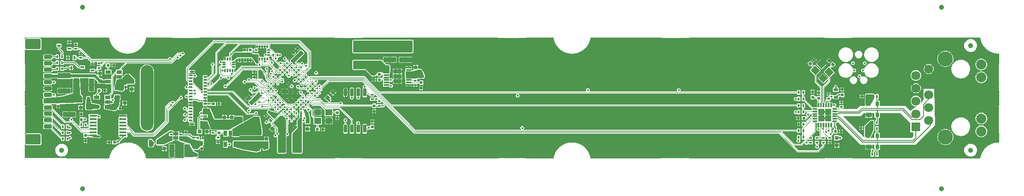
<source format=gbr>
%TF.GenerationSoftware,KiCad,Pcbnew,7.0.2-0*%
%TF.CreationDate,2023-05-18T01:22:18+02:00*%
%TF.ProjectId,panel,70616e65-6c2e-46b6-9963-61645f706362,2.2.0*%
%TF.SameCoordinates,PX2918ffdPY6cadc66*%
%TF.FileFunction,Copper,L1,Top*%
%TF.FilePolarity,Positive*%
%FSLAX46Y46*%
G04 Gerber Fmt 4.6, Leading zero omitted, Abs format (unit mm)*
G04 Created by KiCad (PCBNEW 7.0.2-0) date 2023-05-18 01:22:18*
%MOMM*%
%LPD*%
G01*
G04 APERTURE LIST*
G04 Aperture macros list*
%AMRoundRect*
0 Rectangle with rounded corners*
0 $1 Rounding radius*
0 $2 $3 $4 $5 $6 $7 $8 $9 X,Y pos of 4 corners*
0 Add a 4 corners polygon primitive as box body*
4,1,4,$2,$3,$4,$5,$6,$7,$8,$9,$2,$3,0*
0 Add four circle primitives for the rounded corners*
1,1,$1+$1,$2,$3*
1,1,$1+$1,$4,$5*
1,1,$1+$1,$6,$7*
1,1,$1+$1,$8,$9*
0 Add four rect primitives between the rounded corners*
20,1,$1+$1,$2,$3,$4,$5,0*
20,1,$1+$1,$4,$5,$6,$7,0*
20,1,$1+$1,$6,$7,$8,$9,0*
20,1,$1+$1,$8,$9,$2,$3,0*%
%AMRotRect*
0 Rectangle, with rotation*
0 The origin of the aperture is its center*
0 $1 length*
0 $2 width*
0 $3 Rotation angle, in degrees counterclockwise*
0 Add horizontal line*
21,1,$1,$2,0,0,$3*%
%AMOutline4P*
0 Free polygon, 4 corners , with rotation*
0 The origin of the aperture is its center*
0 number of corners: always 4*
0 $1 to $8 corner X, Y*
0 $9 Rotation angle, in degrees counterclockwise*
0 create outline with 4 corners*
4,1,4,$1,$2,$3,$4,$5,$6,$7,$8,$1,$2,$9*%
%AMFreePoly0*
4,1,48,0.036019,0.199191,0.037970,0.199714,0.040958,0.198320,0.057086,0.195477,0.069629,0.184951,0.084467,0.178033,0.290533,-0.028033,0.293203,-0.031846,0.294953,-0.032857,0.296081,-0.035957,0.305473,-0.049370,0.306899,-0.065680,0.312500,-0.081066,0.312500,-0.125000,0.310782,-0.134741,0.311361,-0.138024,0.309694,-0.140909,0.307977,-0.150652,0.295451,-0.165579,0.285709,-0.182453,
0.279350,-0.184767,0.275000,-0.189952,0.255808,-0.193336,0.237500,-0.200000,-0.237500,-0.200000,-0.247241,-0.198282,-0.250524,-0.198861,-0.253409,-0.197194,-0.263152,-0.195477,-0.278079,-0.182951,-0.294953,-0.173209,-0.297267,-0.166850,-0.302452,-0.162500,-0.305836,-0.143308,-0.312500,-0.125000,-0.312500,0.125000,-0.310782,0.134741,-0.311361,0.138024,-0.309694,0.140909,-0.307977,0.150652,
-0.295451,0.165579,-0.285709,0.182453,-0.279350,0.184767,-0.275000,0.189952,-0.255808,0.193336,-0.237500,0.200000,0.031434,0.200000,0.036019,0.199191,0.036019,0.199191,$1*%
%AMFreePoly1*
4,1,48,0.247241,0.198282,0.250524,0.198861,0.253409,0.197194,0.263152,0.195477,0.278079,0.182951,0.294953,0.173209,0.297267,0.166850,0.302452,0.162500,0.305836,0.143308,0.312500,0.125000,0.312500,0.081066,0.311691,0.076479,0.312214,0.074529,0.310820,0.071540,0.307977,0.055414,0.297451,0.042870,0.290533,0.028033,0.084467,-0.178033,0.080653,-0.180703,0.079643,-0.182453,
0.076542,-0.183581,0.063130,-0.192973,0.046818,-0.194400,0.031434,-0.200000,-0.237500,-0.200000,-0.247241,-0.198282,-0.250524,-0.198861,-0.253409,-0.197194,-0.263152,-0.195477,-0.278079,-0.182951,-0.294953,-0.173209,-0.297267,-0.166850,-0.302452,-0.162500,-0.305836,-0.143308,-0.312500,-0.125000,-0.312500,0.125000,-0.310782,0.134741,-0.311361,0.138024,-0.309694,0.140909,-0.307977,0.150652,
-0.295451,0.165579,-0.285709,0.182453,-0.279350,0.184767,-0.275000,0.189952,-0.255808,0.193336,-0.237500,0.200000,0.237500,0.200000,0.247241,0.198282,0.247241,0.198282,$1*%
%AMFreePoly2*
4,1,48,0.134741,0.310782,0.138024,0.311361,0.140909,0.309694,0.150652,0.307977,0.165579,0.295451,0.182453,0.285709,0.184767,0.279350,0.189952,0.275000,0.193336,0.255808,0.200000,0.237500,0.200000,-0.237500,0.198282,-0.247241,0.198861,-0.250524,0.197194,-0.253409,0.195477,-0.263152,0.182951,-0.278079,0.173209,-0.294953,0.166850,-0.297267,0.162500,-0.302452,0.143308,-0.305836,
0.125000,-0.312500,-0.125000,-0.312500,-0.134741,-0.310782,-0.138024,-0.311361,-0.140909,-0.309694,-0.150652,-0.307977,-0.165579,-0.295451,-0.182453,-0.285709,-0.184767,-0.279350,-0.189952,-0.275000,-0.193336,-0.255808,-0.200000,-0.237500,-0.200000,0.031434,-0.199191,0.036019,-0.199714,0.037970,-0.198320,0.040958,-0.195477,0.057086,-0.184951,0.069629,-0.178033,0.084467,0.028033,0.290533,
0.031846,0.293203,0.032857,0.294953,0.035957,0.296081,0.049370,0.305473,0.065680,0.306899,0.081066,0.312500,0.125000,0.312500,0.134741,0.310782,0.134741,0.310782,$1*%
%AMFreePoly3*
4,1,48,-0.076480,0.311691,-0.074530,0.312214,-0.071541,0.310820,-0.055414,0.307977,-0.042870,0.297451,-0.028033,0.290533,0.178033,0.084467,0.180703,0.080653,0.182453,0.079643,0.183581,0.076542,0.192973,0.063130,0.194399,0.046819,0.200000,0.031434,0.200000,-0.237500,0.198282,-0.247241,0.198861,-0.250524,0.197194,-0.253409,0.195477,-0.263152,0.182951,-0.278079,0.173209,-0.294953,
0.166850,-0.297267,0.162500,-0.302452,0.143308,-0.305836,0.125000,-0.312500,-0.125000,-0.312500,-0.134741,-0.310782,-0.138024,-0.311361,-0.140909,-0.309694,-0.150652,-0.307977,-0.165579,-0.295451,-0.182453,-0.285709,-0.184767,-0.279350,-0.189952,-0.275000,-0.193336,-0.255808,-0.200000,-0.237500,-0.200000,0.237500,-0.198282,0.247241,-0.198861,0.250524,-0.197194,0.253409,-0.195477,0.263152,
-0.182951,0.278079,-0.173209,0.294953,-0.166850,0.297267,-0.162500,0.302452,-0.143308,0.305836,-0.125000,0.312500,-0.081066,0.312500,-0.076480,0.311691,-0.076480,0.311691,$1*%
%AMFreePoly4*
4,1,48,0.247241,0.198282,0.250524,0.198861,0.253409,0.197194,0.263152,0.195477,0.278079,0.182951,0.294953,0.173209,0.297267,0.166850,0.302452,0.162500,0.305836,0.143308,0.312500,0.125000,0.312500,-0.125000,0.310782,-0.134741,0.311361,-0.138024,0.309694,-0.140909,0.307977,-0.150652,0.295451,-0.165579,0.285709,-0.182453,0.279350,-0.184767,0.275000,-0.189952,0.255808,-0.193336,
0.237500,-0.200000,-0.031434,-0.200000,-0.036020,-0.199191,-0.037971,-0.199714,-0.040959,-0.198320,-0.057086,-0.195477,-0.069629,-0.184951,-0.084467,-0.178033,-0.290533,0.028033,-0.293203,0.031846,-0.294953,0.032857,-0.296081,0.035957,-0.305473,0.049370,-0.306900,0.065681,-0.312500,0.081066,-0.312500,0.125000,-0.310782,0.134741,-0.311361,0.138024,-0.309694,0.140909,-0.307977,0.150652,
-0.295451,0.165579,-0.285709,0.182453,-0.279350,0.184767,-0.275000,0.189952,-0.255808,0.193336,-0.237500,0.200000,0.237500,0.200000,0.247241,0.198282,0.247241,0.198282,$1*%
%AMFreePoly5*
4,1,48,0.247241,0.198282,0.250524,0.198861,0.253409,0.197194,0.263152,0.195477,0.278079,0.182951,0.294953,0.173209,0.297267,0.166850,0.302452,0.162500,0.305836,0.143308,0.312500,0.125000,0.312500,-0.125000,0.310782,-0.134741,0.311361,-0.138024,0.309694,-0.140909,0.307977,-0.150652,0.295451,-0.165579,0.285709,-0.182453,0.279350,-0.184767,0.275000,-0.189952,0.255808,-0.193336,
0.237500,-0.200000,-0.237500,-0.200000,-0.247241,-0.198282,-0.250524,-0.198861,-0.253409,-0.197194,-0.263152,-0.195477,-0.278079,-0.182951,-0.294953,-0.173209,-0.297267,-0.166850,-0.302452,-0.162500,-0.305836,-0.143308,-0.312500,-0.125000,-0.312500,-0.081066,-0.311691,-0.076480,-0.312214,-0.074530,-0.310820,-0.071541,-0.307977,-0.055414,-0.297451,-0.042870,-0.290533,-0.028033,-0.084467,0.178033,
-0.080653,0.180703,-0.079643,0.182453,-0.076542,0.183581,-0.063130,0.192973,-0.046819,0.194399,-0.031434,0.200000,0.237500,0.200000,0.247241,0.198282,0.247241,0.198282,$1*%
%AMFreePoly6*
4,1,48,0.134741,0.310782,0.138024,0.311361,0.140909,0.309694,0.150652,0.307977,0.165579,0.295451,0.182453,0.285709,0.184767,0.279350,0.189952,0.275000,0.193336,0.255808,0.200000,0.237500,0.200000,-0.031434,0.199191,-0.036020,0.199714,-0.037971,0.198320,-0.040959,0.195477,-0.057086,0.184951,-0.069629,0.178033,-0.084467,-0.028033,-0.290533,-0.031846,-0.293203,-0.032857,-0.294953,
-0.035957,-0.296081,-0.049370,-0.305473,-0.065681,-0.306900,-0.081066,-0.312500,-0.125000,-0.312500,-0.134741,-0.310782,-0.138024,-0.311361,-0.140909,-0.309694,-0.150652,-0.307977,-0.165579,-0.295451,-0.182453,-0.285709,-0.184767,-0.279350,-0.189952,-0.275000,-0.193336,-0.255808,-0.200000,-0.237500,-0.200000,0.237500,-0.198282,0.247241,-0.198861,0.250524,-0.197194,0.253409,-0.195477,0.263152,
-0.182951,0.278079,-0.173209,0.294953,-0.166850,0.297267,-0.162500,0.302452,-0.143308,0.305836,-0.125000,0.312500,0.125000,0.312500,0.134741,0.310782,0.134741,0.310782,$1*%
%AMFreePoly7*
4,1,48,0.134741,0.310782,0.138024,0.311361,0.140909,0.309694,0.150652,0.307977,0.165579,0.295451,0.182453,0.285709,0.184767,0.279350,0.189952,0.275000,0.193336,0.255808,0.200000,0.237500,0.200000,-0.237500,0.198282,-0.247241,0.198861,-0.250524,0.197194,-0.253409,0.195477,-0.263152,0.182951,-0.278079,0.173209,-0.294953,0.166850,-0.297267,0.162500,-0.302452,0.143308,-0.305836,
0.125000,-0.312500,0.081066,-0.312500,0.076479,-0.311691,0.074529,-0.312214,0.071540,-0.310820,0.055414,-0.307977,0.042870,-0.297451,0.028033,-0.290533,-0.178033,-0.084467,-0.180703,-0.080653,-0.182453,-0.079643,-0.183581,-0.076542,-0.192973,-0.063130,-0.194400,-0.046818,-0.200000,-0.031434,-0.200000,0.237500,-0.198282,0.247241,-0.198861,0.250524,-0.197194,0.253409,-0.195477,0.263152,
-0.182951,0.278079,-0.173209,0.294953,-0.166850,0.297267,-0.162500,0.302452,-0.143308,0.305836,-0.125000,0.312500,0.125000,0.312500,0.134741,0.310782,0.134741,0.310782,$1*%
G04 Aperture macros list end*
%TA.AperFunction,SMDPad,CuDef*%
%ADD10R,0.600000X0.500000*%
%TD*%
%TA.AperFunction,SMDPad,CuDef*%
%ADD11R,0.500000X0.600000*%
%TD*%
%TA.AperFunction,SMDPad,CuDef*%
%ADD12Outline4P,-0.280000X-1.945000X0.280000X-1.395000X0.280000X1.395000X-0.280000X1.945000X270.000000*%
%TD*%
%TA.AperFunction,SMDPad,CuDef*%
%ADD13R,3.890000X0.310000*%
%TD*%
%TA.AperFunction,SMDPad,CuDef*%
%ADD14R,0.775000X0.580000*%
%TD*%
%TA.AperFunction,SMDPad,CuDef*%
%ADD15Outline4P,-0.290000X-0.594500X0.290000X-0.000500X0.290000X0.000500X-0.290000X0.594500X90.000000*%
%TD*%
%TA.AperFunction,SMDPad,CuDef*%
%ADD16Outline4P,-0.290000X-0.594500X0.290000X-0.000500X0.290000X0.000500X-0.290000X0.594500X270.000000*%
%TD*%
%TA.AperFunction,SMDPad,CuDef*%
%ADD17Outline4P,-0.280000X-1.945000X0.280000X-1.395000X0.280000X1.395000X-0.280000X1.945000X90.000000*%
%TD*%
%TA.AperFunction,SMDPad,CuDef*%
%ADD18R,0.400000X0.600000*%
%TD*%
%TA.AperFunction,SMDPad,CuDef*%
%ADD19RotRect,0.600000X0.500000X45.000000*%
%TD*%
%TA.AperFunction,SMDPad,CuDef*%
%ADD20R,1.200000X0.900000*%
%TD*%
%TA.AperFunction,SMDPad,CuDef*%
%ADD21R,0.800000X0.900000*%
%TD*%
%TA.AperFunction,SMDPad,CuDef*%
%ADD22RotRect,0.600000X0.500000X135.000000*%
%TD*%
%TA.AperFunction,SMDPad,CuDef*%
%ADD23R,0.500000X0.300000*%
%TD*%
%TA.AperFunction,SMDPad,CuDef*%
%ADD24R,0.990000X0.800000*%
%TD*%
%TA.AperFunction,SMDPad,CuDef*%
%ADD25RotRect,0.800000X0.750000X225.000000*%
%TD*%
%TA.AperFunction,SMDPad,CuDef*%
%ADD26R,0.750000X0.800000*%
%TD*%
%TA.AperFunction,SMDPad,CuDef*%
%ADD27R,4.700000X1.200000*%
%TD*%
%TA.AperFunction,SMDPad,CuDef*%
%ADD28R,2.500000X1.000000*%
%TD*%
%TA.AperFunction,SMDPad,CuDef*%
%ADD29R,0.700000X0.450000*%
%TD*%
%TA.AperFunction,SMDPad,CuDef*%
%ADD30RotRect,0.800000X0.750000X45.000000*%
%TD*%
%TA.AperFunction,SMDPad,CuDef*%
%ADD31R,0.600000X0.400000*%
%TD*%
%TA.AperFunction,SMDPad,CuDef*%
%ADD32Outline4P,-0.280000X-1.945000X0.280000X-1.395000X0.280000X1.395000X-0.280000X1.945000X180.000000*%
%TD*%
%TA.AperFunction,SMDPad,CuDef*%
%ADD33R,0.310000X3.890000*%
%TD*%
%TA.AperFunction,SMDPad,CuDef*%
%ADD34R,0.580000X0.775000*%
%TD*%
%TA.AperFunction,SMDPad,CuDef*%
%ADD35Outline4P,-0.290000X-0.594500X0.290000X-0.000500X0.290000X0.000500X-0.290000X0.594500X0.000000*%
%TD*%
%TA.AperFunction,SMDPad,CuDef*%
%ADD36Outline4P,-0.290000X-0.594500X0.290000X-0.000500X0.290000X0.000500X-0.290000X0.594500X180.000000*%
%TD*%
%TA.AperFunction,SMDPad,CuDef*%
%ADD37Outline4P,-0.280000X-1.945000X0.280000X-1.395000X0.280000X1.395000X-0.280000X1.945000X0.000000*%
%TD*%
%TA.AperFunction,SMDPad,CuDef*%
%ADD38C,1.000000*%
%TD*%
%TA.AperFunction,SMDPad,CuDef*%
%ADD39R,0.900000X0.500000*%
%TD*%
%TA.AperFunction,SMDPad,CuDef*%
%ADD40R,0.500000X0.900000*%
%TD*%
%TA.AperFunction,SMDPad,CuDef*%
%ADD41R,0.800000X0.750000*%
%TD*%
%TA.AperFunction,SMDPad,CuDef*%
%ADD42C,0.250000*%
%TD*%
%TA.AperFunction,SMDPad,CuDef*%
%ADD43R,1.060000X0.650000*%
%TD*%
%TA.AperFunction,ComponentPad*%
%ADD44R,1.800000X1.800000*%
%TD*%
%TA.AperFunction,ComponentPad*%
%ADD45C,1.800000*%
%TD*%
%TA.AperFunction,ComponentPad*%
%ADD46C,2.000000*%
%TD*%
%TA.AperFunction,ComponentPad*%
%ADD47C,3.000000*%
%TD*%
%TA.AperFunction,SMDPad,CuDef*%
%ADD48RotRect,1.400000X1.200000X315.000000*%
%TD*%
%TA.AperFunction,SMDPad,CuDef*%
%ADD49RoundRect,0.087500X0.087500X-0.187500X0.087500X0.187500X-0.087500X0.187500X-0.087500X-0.187500X0*%
%TD*%
%TA.AperFunction,SMDPad,CuDef*%
%ADD50RoundRect,0.087500X0.187500X-0.087500X0.187500X0.087500X-0.187500X0.087500X-0.187500X-0.087500X0*%
%TD*%
%TA.AperFunction,SMDPad,CuDef*%
%ADD51R,0.450000X0.700000*%
%TD*%
%TA.AperFunction,SMDPad,CuDef*%
%ADD52RotRect,0.400000X0.600000X45.000000*%
%TD*%
%TA.AperFunction,SMDPad,CuDef*%
%ADD53R,1.000000X2.500000*%
%TD*%
%TA.AperFunction,SMDPad,CuDef*%
%ADD54RotRect,0.400000X0.600000X225.000000*%
%TD*%
%TA.AperFunction,SMDPad,CuDef*%
%ADD55R,1.450000X0.450000*%
%TD*%
%TA.AperFunction,SMDPad,CuDef*%
%ADD56RotRect,0.600000X0.500000X225.000000*%
%TD*%
%TA.AperFunction,SMDPad,CuDef*%
%ADD57R,1.000000X0.300000*%
%TD*%
%TA.AperFunction,SMDPad,CuDef*%
%ADD58R,0.825000X0.950000*%
%TD*%
%TA.AperFunction,SMDPad,CuDef*%
%ADD59FreePoly0,90.000000*%
%TD*%
%TA.AperFunction,SMDPad,CuDef*%
%ADD60RoundRect,0.100000X0.100000X-0.212500X0.100000X0.212500X-0.100000X0.212500X-0.100000X-0.212500X0*%
%TD*%
%TA.AperFunction,SMDPad,CuDef*%
%ADD61FreePoly1,90.000000*%
%TD*%
%TA.AperFunction,SMDPad,CuDef*%
%ADD62FreePoly2,90.000000*%
%TD*%
%TA.AperFunction,SMDPad,CuDef*%
%ADD63RoundRect,0.100000X0.212500X-0.100000X0.212500X0.100000X-0.212500X0.100000X-0.212500X-0.100000X0*%
%TD*%
%TA.AperFunction,SMDPad,CuDef*%
%ADD64FreePoly3,90.000000*%
%TD*%
%TA.AperFunction,SMDPad,CuDef*%
%ADD65FreePoly4,90.000000*%
%TD*%
%TA.AperFunction,SMDPad,CuDef*%
%ADD66FreePoly5,90.000000*%
%TD*%
%TA.AperFunction,SMDPad,CuDef*%
%ADD67FreePoly6,90.000000*%
%TD*%
%TA.AperFunction,SMDPad,CuDef*%
%ADD68FreePoly7,90.000000*%
%TD*%
%TA.AperFunction,SMDPad,CuDef*%
%ADD69R,0.300000X0.850000*%
%TD*%
%TA.AperFunction,SMDPad,CuDef*%
%ADD70R,0.850000X0.300000*%
%TD*%
%TA.AperFunction,SMDPad,CuDef*%
%ADD71R,1.300000X1.300000*%
%TD*%
%TA.AperFunction,SMDPad,CuDef*%
%ADD72RoundRect,0.150000X-0.150000X0.650000X-0.150000X-0.650000X0.150000X-0.650000X0.150000X0.650000X0*%
%TD*%
%TA.AperFunction,SMDPad,CuDef*%
%ADD73R,1.400000X1.200000*%
%TD*%
%TA.AperFunction,SMDPad,CuDef*%
%ADD74R,0.650000X1.060000*%
%TD*%
%TA.AperFunction,WasherPad*%
%ADD75O,2.500000X13.000000*%
%TD*%
%TA.AperFunction,SMDPad,CuDef*%
%ADD76R,0.800000X0.300000*%
%TD*%
%TA.AperFunction,SMDPad,CuDef*%
%ADD77R,0.650000X0.300000*%
%TD*%
%TA.AperFunction,SMDPad,CuDef*%
%ADD78R,0.950000X0.400000*%
%TD*%
%TA.AperFunction,SMDPad,CuDef*%
%ADD79R,0.900000X1.200000*%
%TD*%
%TA.AperFunction,SMDPad,CuDef*%
%ADD80RoundRect,0.200000X-0.600000X0.200000X-0.600000X-0.200000X0.600000X-0.200000X0.600000X0.200000X0*%
%TD*%
%TA.AperFunction,SMDPad,CuDef*%
%ADD81RoundRect,0.250001X-1.249999X0.799999X-1.249999X-0.799999X1.249999X-0.799999X1.249999X0.799999X0*%
%TD*%
%TA.AperFunction,ViaPad*%
%ADD82C,0.440000*%
%TD*%
%TA.AperFunction,Conductor*%
%ADD83C,0.200000*%
%TD*%
%TA.AperFunction,Conductor*%
%ADD84C,0.125000*%
%TD*%
%TA.AperFunction,Conductor*%
%ADD85C,0.091000*%
%TD*%
%TA.AperFunction,Conductor*%
%ADD86C,0.600000*%
%TD*%
%TA.AperFunction,Conductor*%
%ADD87C,0.150000*%
%TD*%
%TA.AperFunction,Conductor*%
%ADD88C,0.400000*%
%TD*%
G04 APERTURE END LIST*
D10*
%TO.P,C58,1*%
%TO.N,Board_0-Net-(U3-BPASS)*%
X23286110Y22006030D03*
%TO.P,C58,2*%
%TO.N,Board_0-GND*%
X24386110Y22006030D03*
%TD*%
D11*
%TO.P,C66,1*%
%TO.N,Board_0-+3.3V*%
X51036110Y29057430D03*
%TO.P,C66,2*%
%TO.N,Board_0-GND*%
X51036110Y27957430D03*
%TD*%
D12*
%TO.P,L1,1,1*%
%TO.N,Board_0-+3.3V*%
X53377010Y10602430D03*
D13*
X53377010Y11037430D03*
D14*
X51820010Y11482430D03*
D15*
X52207010Y11482430D03*
X54547010Y11482430D03*
D14*
X54934010Y11482430D03*
%TO.P,L1,2,2*%
%TO.N,Board_0-Net-(D2-A)*%
X51819010Y13562430D03*
D16*
X52207010Y13562430D03*
X54547010Y13562430D03*
D14*
X54934010Y13562430D03*
D13*
X53377010Y14007430D03*
D17*
X53377010Y14442430D03*
%TD*%
D18*
%TO.P,R33,1*%
%TO.N,Board_0-+3.3V*%
X161786110Y20307430D03*
%TO.P,R33,2*%
%TO.N,Board_0-Net-(U14-RXD1{slash}MODE1)*%
X162686110Y20307430D03*
%TD*%
D19*
%TO.P,C17,1*%
%TO.N,Board_0-Net-(U14-XTAL1{slash}CLKIN)*%
X164067201Y27328521D03*
%TO.P,C17,2*%
%TO.N,Board_0-GND*%
X164845019Y28106339D03*
%TD*%
D20*
%TO.P,U17,1,GND*%
%TO.N,Board_0-GND*%
X175641110Y17127430D03*
D21*
%TO.P,U17,2,IO1*%
%TO.N,Board_0-/RX_N*%
X177361110Y17127430D03*
%TO.P,U17,3,IO2*%
%TO.N,Board_0-/RX_P*%
X177361110Y19327430D03*
%TO.P,U17,4,Vdd*%
%TO.N,Board_0-Net-(U14-VDD1A)*%
X175461110Y19327430D03*
%TD*%
D22*
%TO.P,C76,1*%
%TO.N,Board_0-Net-(U2-VFBSMPS)*%
X54125019Y20318521D03*
%TO.P,C76,2*%
%TO.N,Board_0-GND*%
X53347201Y21096339D03*
%TD*%
D23*
%TO.P,U5,1,Vout*%
%TO.N,Board_0-Net-(C14-Pad1)*%
X39347430Y12237430D03*
%TO.P,U5,2,Vout*%
X39347430Y12737430D03*
%TO.P,U5,3,ADJ*%
%TO.N,Board_0-Net-(U5-ADJ)*%
X39347430Y13237430D03*
%TO.P,U5,4,Vss*%
%TO.N,Board_0-GND*%
X39347430Y13737430D03*
%TO.P,U5,5,EN*%
%TO.N,Board_0-Net-(U5-EN)*%
X37547430Y13737430D03*
%TO.P,U5,6,NC*%
%TO.N,Board_0-unconnected-(U5-NC-Pad6)*%
X37547430Y13237430D03*
%TO.P,U5,7,Vin*%
%TO.N,Board_0-Net-(U5-EN)*%
X37547430Y12737430D03*
%TO.P,U5,8,Vin*%
X37547430Y12237430D03*
D24*
%TO.P,U5,9,Vss*%
%TO.N,Board_0-GND*%
X38447430Y12587430D03*
X38447430Y13387430D03*
%TD*%
D11*
%TO.P,C52,1*%
%TO.N,Board_0-AVDD*%
X15136110Y19956030D03*
%TO.P,C52,2*%
%TO.N,Board_0-GND*%
X15136110Y18856030D03*
%TD*%
D25*
%TO.P,C68,1*%
%TO.N,Board_0-GND*%
X69577760Y21617760D03*
%TO.P,C68,2*%
%TO.N,Board_0-VERF+*%
X68517100Y20557100D03*
%TD*%
D10*
%TO.P,C22,1*%
%TO.N,Board_0-Net-(U2-PH0)*%
X66486110Y14307430D03*
%TO.P,C22,2*%
%TO.N,Board_0-GND*%
X67586110Y14307430D03*
%TD*%
D26*
%TO.P,C71,1*%
%TO.N,Board_0-GND*%
X64536110Y14357430D03*
%TO.P,C71,2*%
%TO.N,Board_0-Net-(U2-VDDSMPS)*%
X64536110Y15857430D03*
%TD*%
D27*
%TO.P,L4,1,1*%
%TO.N,Board_0-Net-(C89-Pad2)*%
X76036110Y27052430D03*
%TO.P,L4,2,2*%
%TO.N,Board_0-+3.3V*%
X76036110Y30362430D03*
%TD*%
D22*
%TO.P,C21,1*%
%TO.N,Board_0-Net-(U14-XTAL2)*%
X168545019Y27128521D03*
%TO.P,C21,2*%
%TO.N,Board_0-GND*%
X167767201Y27906339D03*
%TD*%
D28*
%TO.P,C67,1*%
%TO.N,Board_0-GND*%
X16336110Y21906030D03*
%TO.P,C67,2*%
%TO.N,Board_0-+5V*%
X16336110Y24906030D03*
%TD*%
D10*
%TO.P,C13,1*%
%TO.N,Board_0-+3.3V*%
X45906110Y19317430D03*
%TO.P,C13,2*%
%TO.N,Board_0-GND*%
X47006110Y19317430D03*
%TD*%
D29*
%TO.P,Q1,1,G*%
%TO.N,Board_0-/CIS_LED_R*%
X21936110Y25956030D03*
%TO.P,Q1,2,S*%
%TO.N,Board_0-GND*%
X21936110Y27256030D03*
%TO.P,Q1,3,D*%
%TO.N,Board_0-Net-(Q1-D)*%
X19936110Y26606030D03*
%TD*%
D10*
%TO.P,C78,1*%
%TO.N,Board_0-+3.3V*%
X55086110Y24607430D03*
%TO.P,C78,2*%
%TO.N,Board_0-GND*%
X53986110Y24607430D03*
%TD*%
D30*
%TO.P,C72,1*%
%TO.N,Board_0-GND*%
X57517100Y14357100D03*
%TO.P,C72,2*%
%TO.N,Board_0-Net-(U2-VFBSMPS)*%
X58577760Y15417760D03*
%TD*%
D18*
%TO.P,R44,1*%
%TO.N,Board_0-/CIS_VLED_B*%
X14986110Y28707430D03*
%TO.P,R44,2*%
%TO.N,Board_0-Net-(Q3-D)*%
X15886110Y28707430D03*
%TD*%
D11*
%TO.P,C14,1*%
%TO.N,Board_0-Net-(C14-Pad1)*%
X40447430Y12587430D03*
%TO.P,C14,2*%
%TO.N,Board_0-GND*%
X40447430Y13687430D03*
%TD*%
%TO.P,C87,1*%
%TO.N,Board_0-GND*%
X77736110Y17856030D03*
%TO.P,C87,2*%
%TO.N,Board_0-/RST*%
X77736110Y18956030D03*
%TD*%
%TO.P,C38,1*%
%TO.N,Board_0-AVDD*%
X20556110Y13056030D03*
%TO.P,C38,2*%
%TO.N,Board_0-GND*%
X20556110Y11956030D03*
%TD*%
%TO.P,C23,1*%
%TO.N,Board_0-GND*%
X70436110Y16507430D03*
%TO.P,C23,2*%
%TO.N,Board_0-Net-(U2-PH1)*%
X70436110Y17607430D03*
%TD*%
D18*
%TO.P,R37,1*%
%TO.N,Board_0-/RMII_CRS_DV*%
X161786110Y14007430D03*
%TO.P,R37,2*%
%TO.N,Board_0-Net-(U14-CRS_DV{slash}MODE2)*%
X162686110Y14007430D03*
%TD*%
D31*
%TO.P,R3,1*%
%TO.N,Board_0-Net-(U4-RT)*%
X85836110Y23957430D03*
%TO.P,R3,2*%
%TO.N,Board_0-GND*%
X85836110Y23057430D03*
%TD*%
D18*
%TO.P,R31,1*%
%TO.N,Board_0-Net-(U14-VDD1A)*%
X176381110Y15667430D03*
%TO.P,R31,2*%
%TO.N,Board_0-/RX_N*%
X177281110Y15667430D03*
%TD*%
D31*
%TO.P,R8,1*%
%TO.N,Board_0-Net-(U1-FB)*%
X46786110Y12622430D03*
%TO.P,R8,2*%
%TO.N,Board_0-GND*%
X46786110Y11722430D03*
%TD*%
D11*
%TO.P,C20,1*%
%TO.N,Board_0-GND*%
X87056110Y22457430D03*
%TO.P,C20,2*%
%TO.N,Board_0-Net-(U4-TR{slash}SS)*%
X87056110Y23557430D03*
%TD*%
D32*
%TO.P,L6,1,1*%
%TO.N,Board_0-Net-(U2-VFBSMPS)*%
X59016110Y11607430D03*
D33*
X59451110Y11607430D03*
D34*
X59896110Y13164430D03*
D35*
X59896110Y12777430D03*
X59896110Y10437430D03*
D34*
X59896110Y10050430D03*
%TO.P,L6,2,2*%
%TO.N,Board_0-Net-(U2-VLXSMPS)*%
X61976110Y13165430D03*
D36*
X61976110Y12777430D03*
X61976110Y10437430D03*
D34*
X61976110Y10050430D03*
D33*
X62421110Y11607430D03*
D37*
X62856110Y11607430D03*
%TD*%
D38*
%TO.P,REF\u002A\u002A,*%
%TO.N,*%
X20000000Y2490000D03*
%TD*%
D26*
%TO.P,C4,1*%
%TO.N,Board_0-GND*%
X56377010Y12367430D03*
%TO.P,C4,2*%
%TO.N,Board_0-+3.3V*%
X56377010Y10867430D03*
%TD*%
D10*
%TO.P,C89,1*%
%TO.N,Board_0-Net-(U4-BST)*%
X78736110Y25207430D03*
%TO.P,C89,2*%
%TO.N,Board_0-Net-(C89-Pad2)*%
X77636110Y25207430D03*
%TD*%
D28*
%TO.P,C35,1*%
%TO.N,Board_0-GND*%
X83936110Y28107430D03*
%TO.P,C35,2*%
%TO.N,Board_0-+3.3V*%
X83936110Y31107430D03*
%TD*%
D22*
%TO.P,C75,1*%
%TO.N,Board_0-Net-(U2-VFBSMPS)*%
X62525019Y28718521D03*
%TO.P,C75,2*%
%TO.N,Board_0-GND*%
X61747201Y29496339D03*
%TD*%
D10*
%TO.P,C59,1*%
%TO.N,Board_0-Net-(U9-BPASS)*%
X25016110Y26976030D03*
%TO.P,C59,2*%
%TO.N,Board_0-GND*%
X26116110Y26976030D03*
%TD*%
%TO.P,C31,1*%
%TO.N,Board_0-GND*%
X27386110Y18406030D03*
%TO.P,C31,2*%
%TO.N,Board_0-Net-(U3-Vin)*%
X26286110Y18406030D03*
%TD*%
D39*
%TO.P,L10,1*%
%TO.N,Board_0-VERF+*%
X42297430Y9137430D03*
%TO.P,L10,2*%
%TO.N,Board_0-Net-(C14-Pad1)*%
X42297430Y10637430D03*
%TD*%
D26*
%TO.P,C19,1*%
%TO.N,Board_0-+15*%
X29736110Y23756030D03*
%TO.P,C19,2*%
%TO.N,Board_0-GND*%
X29736110Y22256030D03*
%TD*%
D31*
%TO.P,R7,1*%
%TO.N,Board_0-+12V*%
X45806110Y14472430D03*
%TO.P,R7,2*%
%TO.N,Board_0-Net-(U1-FB)*%
X45806110Y13572430D03*
%TD*%
D40*
%TO.P,L3,1*%
%TO.N,Board_0-AVDD*%
X19586110Y20206030D03*
%TO.P,L3,2*%
%TO.N,Board_0-Net-(U3-Vout)*%
X21086110Y20206030D03*
%TD*%
D18*
%TO.P,R15,1*%
%TO.N,Board_0-Net-(K2-Pin_5)*%
X19686110Y15206030D03*
%TO.P,R15,2*%
%TO.N,Board_0-/CIS_CP_TTL*%
X20586110Y15206030D03*
%TD*%
D28*
%TO.P,C90,1*%
%TO.N,Board_0-GND*%
X80836110Y28107430D03*
%TO.P,C90,2*%
%TO.N,Board_0-+3.3V*%
X80836110Y31107430D03*
%TD*%
D11*
%TO.P,C60,1*%
%TO.N,Board_0-GND*%
X53236110Y27957430D03*
%TO.P,C60,2*%
%TO.N,Board_0-+3.3V*%
X53236110Y29057430D03*
%TD*%
D31*
%TO.P,R11,1*%
%TO.N,Board_0-GND*%
X167936110Y11656030D03*
%TO.P,R11,2*%
%TO.N,Board_0-/ETH_RST*%
X167936110Y12556030D03*
%TD*%
D18*
%TO.P,R23,1*%
%TO.N,Board_0-/CIS_VLED_R*%
X14986110Y27507430D03*
%TO.P,R23,2*%
%TO.N,Board_0-Net-(Q1-D)*%
X15886110Y27507430D03*
%TD*%
D41*
%TO.P,C5,1*%
%TO.N,Board_0-Net-(U3-Vin)*%
X26822430Y19512430D03*
%TO.P,C5,2*%
%TO.N,Board_0-GND*%
X28322430Y19512430D03*
%TD*%
D10*
%TO.P,C45,1*%
%TO.N,Board_0-Net-(U14-VDD1A)*%
X169036110Y13857430D03*
%TO.P,C45,2*%
%TO.N,Board_0-GND*%
X170136110Y13857430D03*
%TD*%
D42*
%TO.P,U2,A1,VSS*%
%TO.N,Board_0-GND*%
X60936110Y15472758D03*
%TO.P,U2,A2,PB8*%
%TO.N,Board_0-/OLED_RESET*%
X60476321Y15932547D03*
%TO.P,U2,A3,VDDLO*%
%TO.N,Board_0-Net-(U2-VFBSMPS)*%
X60016532Y16392337D03*
%TO.P,U2,A4,VCAP*%
X59556743Y16852126D03*
%TO.P,U2,A5,PB6*%
%TO.N,Board_0-/DEBUG_TX*%
X59096954Y17311915D03*
%TO.P,U2,A6,PB3*%
%TO.N,Board_0-unconnected-(U2-PB3-PadA6)*%
X58637164Y17771704D03*
%TO.P,U2,A7,PG11*%
%TO.N,Board_0-/RMII_TX_EN*%
X58177375Y18231493D03*
%TO.P,U2,A8,PG9*%
%TO.N,Board_0-unconnected-(U2-PG9-PadA8)*%
X57717586Y18691282D03*
%TO.P,U2,A9,PD3*%
%TO.N,Board_0-/MEMS_SCLK*%
X57257797Y19151071D03*
%TO.P,U2,A10,PD1*%
%TO.N,Board_0-/FMC_D3*%
X56798008Y19610860D03*
%TO.P,U2,A11,PA15*%
%TO.N,Board_0-/MEMS_FSYNC*%
X56338219Y20070649D03*
%TO.P,U2,A12,PA14*%
%TO.N,Board_0-/SWD-CLK*%
X55878430Y20530439D03*
%TO.P,U2,A13,VDDLO*%
%TO.N,Board_0-Net-(U2-VFBSMPS)*%
X55418641Y20990228D03*
%TO.P,U2,A14,VCAP*%
X54958852Y21450017D03*
%TO.P,U2,A15,VSS*%
%TO.N,Board_0-GND*%
X54499062Y21909806D03*
%TO.P,U2,B1,PE4*%
%TO.N,Board_0-/DAC_LRCK*%
X61395899Y15932547D03*
%TO.P,U2,B2,PE3*%
%TO.N,Board_0-unconnected-(U2-PE3-PadB2)*%
X60936110Y16392337D03*
%TO.P,U2,B3,PB9*%
%TO.N,Board_0-/MEMS_CS*%
X60476321Y16852126D03*
%TO.P,U2,B4,PE0*%
%TO.N,Board_0-unconnected-(U2-PE0-PadB4)*%
X60016532Y17311915D03*
%TO.P,U2,B5,PB7*%
%TO.N,Board_0-/DEBUG_RX*%
X59556743Y17771704D03*
%TO.P,U2,B6,PB4*%
%TO.N,Board_0-unconnected-(U2-PB4-PadB6)*%
X59096954Y18231493D03*
%TO.P,U2,B7,PG13*%
%TO.N,Board_0-/RMII_TXD0*%
X58637164Y18691282D03*
%TO.P,U2,B8,PD7*%
%TO.N,Board_0-/FMC_NEx*%
X58177375Y19151071D03*
%TO.P,U2,B9,PD5*%
%TO.N,Board_0-/FMC_NWE*%
X57717586Y19610860D03*
%TO.P,U2,B10,PD2*%
%TO.N,Board_0-unconnected-(U2-PD2-PadB10)*%
X57257797Y20070649D03*
%TO.P,U2,B11,PC12*%
%TO.N,Board_0-unconnected-(U2-PC12-PadB11)*%
X56798008Y20530439D03*
%TO.P,U2,B12,PH14*%
%TO.N,Board_0-unconnected-(U2-PH14-PadB12)*%
X56338219Y20990228D03*
%TO.P,U2,B13,PA13*%
%TO.N,Board_0-/SWD-IO*%
X55878430Y21450017D03*
%TO.P,U2,B14,PA8*%
%TO.N,Board_0-unconnected-(U2-PA8-PadB14)*%
X55418641Y21909806D03*
%TO.P,U2,B15,PA12*%
%TO.N,Board_0-/CIS_RS*%
X54958852Y22369595D03*
%TO.P,U2,C1,PC13*%
%TO.N,Board_0-/DAC_FLT*%
X61855688Y16392337D03*
%TO.P,U2,C2,VSS*%
%TO.N,Board_0-GND*%
X61395899Y16852126D03*
%TO.P,U2,C3,PE2*%
%TO.N,Board_0-/DAC_SCK*%
X60936110Y17311915D03*
%TO.P,U2,C4,PE1*%
%TO.N,Board_0-unconnected-(U2-PE1-PadC4)*%
X60476321Y17771704D03*
%TO.P,U2,C5,BOOT0*%
%TO.N,Board_0-Net-(U2-BOOT0)*%
X60016532Y18231493D03*
%TO.P,U2,C6,PB5*%
%TO.N,Board_0-unconnected-(U2-PB5-PadC6)*%
X59556743Y18691282D03*
%TO.P,U2,C7,PG14*%
%TO.N,Board_0-/RMII_TXD1*%
X59096954Y19151071D03*
%TO.P,U2,C8,PG10*%
%TO.N,Board_0-unconnected-(U2-PG10-PadC8)*%
X58637164Y19610860D03*
%TO.P,U2,C9,PD4*%
%TO.N,Board_0-/FMC_NOE*%
X58177375Y20070649D03*
%TO.P,U2,C10,PD0*%
%TO.N,Board_0-/FMC_D2*%
X57717586Y20530439D03*
%TO.P,U2,C11,PC11*%
%TO.N,Board_0-unconnected-(U2-PC11-PadC11)*%
X57257797Y20990228D03*
%TO.P,U2,C12,PC10*%
%TO.N,Board_0-unconnected-(U2-PC10-PadC12)*%
X56798008Y21450017D03*
%TO.P,U2,C13,PH13*%
%TO.N,Board_0-unconnected-(U2-PH13-PadC13)*%
X56338219Y21909806D03*
%TO.P,U2,C14,PA10*%
%TO.N,Board_0-unconnected-(U2-PA10-PadC14)*%
X55878430Y22369595D03*
%TO.P,U2,C15,PA11*%
%TO.N,Board_0-unconnected-(U2-PA11-PadC15)*%
X55418641Y22829384D03*
%TO.P,U2,D1,PC15*%
%TO.N,Board_0-unconnected-(U2-PC15-PadD1)*%
X62315477Y16852126D03*
%TO.P,U2,D2,PC14*%
%TO.N,Board_0-/ETH_RST*%
X61855688Y17311915D03*
%TO.P,U2,D3,PE5*%
%TO.N,Board_0-/DAC_BCK*%
X61395899Y17771704D03*
%TO.P,U2,D4,PDR_ON*%
%TO.N,Board_0-Net-(U2-PDR_ON)*%
X60936110Y18231493D03*
%TO.P,U2,D5,VDD*%
%TO.N,Board_0-+3.3V*%
X60476321Y18691282D03*
%TO.P,U2,D6,VSS*%
%TO.N,Board_0-GND*%
X60016532Y19151071D03*
%TO.P,U2,D7,PG15*%
%TO.N,Board_0-unconnected-(U2-PG15-PadD7)*%
X59556743Y19610860D03*
%TO.P,U2,D8,PG12*%
%TO.N,Board_0-unconnected-(U2-PG12-PadD8)*%
X59096954Y20070649D03*
%TO.P,U2,D9,PD6*%
%TO.N,Board_0-/DAC_DIN*%
X58637164Y20530439D03*
%TO.P,U2,D10,VSS*%
%TO.N,Board_0-GND*%
X58177375Y20990228D03*
%TO.P,U2,D11,VDD*%
%TO.N,Board_0-+3.3V*%
X57717586Y21450017D03*
%TO.P,U2,D12,PH15*%
%TO.N,Board_0-unconnected-(U2-PH15-PadD12)*%
X57257797Y21909806D03*
%TO.P,U2,D13,PA9*%
%TO.N,Board_0-/CIS_CP*%
X56798008Y22369595D03*
%TO.P,U2,D14,PC8*%
%TO.N,Board_0-/CIS_SP*%
X56338219Y22829384D03*
%TO.P,U2,D15,PC7*%
%TO.N,Board_0-unconnected-(U2-PC7-PadD15)*%
X55878430Y23289173D03*
%TO.P,U2,E1,VSS*%
%TO.N,Board_0-GND*%
X62775266Y17311915D03*
%TO.P,U2,E2,VBAT*%
%TO.N,Board_0-+3.3V*%
X62315477Y17771704D03*
%TO.P,U2,E3,PE6*%
%TO.N,Board_0-unconnected-(U2-PE6-PadE3)*%
X61855688Y18231493D03*
%TO.P,U2,E4,VDD*%
%TO.N,Board_0-+3.3V*%
X61395899Y18691282D03*
%TO.P,U2,E12,VDD*%
X57717586Y22369595D03*
%TO.P,U2,E13,PC9*%
%TO.N,Board_0-unconnected-(U2-PC9-PadE13)*%
X57257797Y22829384D03*
%TO.P,U2,E14,PC6*%
%TO.N,Board_0-/CIS_LED_B*%
X56798008Y23289173D03*
%TO.P,U2,E15,VDD50_USB*%
%TO.N,Board_0-+3.3V*%
X56338219Y23748962D03*
%TO.P,U2,F1,VLXSMPS*%
%TO.N,Board_0-Net-(U2-VLXSMPS)*%
X63235056Y17771704D03*
%TO.P,U2,F2,VSS*%
%TO.N,Board_0-GND*%
X62775266Y18231493D03*
%TO.P,U2,F3,PF1*%
%TO.N,Board_0-unconnected-(U2-PF1-PadF3)*%
X62315477Y18691282D03*
%TO.P,U2,F4,PF0*%
%TO.N,Board_0-/FMC_Ax*%
X61855688Y19151071D03*
%TO.P,U2,F6,VSS*%
%TO.N,Board_0-GND*%
X60936110Y20070649D03*
%TO.P,U2,F7,VSS*%
X60476321Y20530439D03*
%TO.P,U2,F8,VSS*%
X60016532Y20990228D03*
%TO.P,U2,F9,VSS*%
X59556743Y21450017D03*
%TO.P,U2,F10,VSS*%
X59096954Y21909806D03*
%TO.P,U2,F12,VSS*%
X58177375Y22829384D03*
%TO.P,U2,F13,VDD33_USB*%
%TO.N,Board_0-+3.3V*%
X57717586Y23289173D03*
%TO.P,U2,F14,PG6*%
%TO.N,Board_0-unconnected-(U2-PG6-PadF14)*%
X57257797Y23748962D03*
%TO.P,U2,F15,PG5*%
%TO.N,Board_0-/12V_EN*%
X56798008Y24208751D03*
%TO.P,U2,G1,VDDSMPS*%
%TO.N,Board_0-Net-(U2-VDDSMPS)*%
X63694845Y18231493D03*
%TO.P,U2,G2,VFBSMPS*%
%TO.N,Board_0-Net-(U2-VFBSMPS)*%
X63235056Y18691282D03*
%TO.P,U2,G3,PF2*%
%TO.N,Board_0-unconnected-(U2-PF2-PadG3)*%
X62775266Y19151071D03*
%TO.P,U2,G4,VDD*%
%TO.N,Board_0-+3.3V*%
X62315477Y19610860D03*
%TO.P,U2,G6,VSS*%
%TO.N,Board_0-GND*%
X61395899Y20530439D03*
%TO.P,U2,G7,VSS*%
X60936110Y20990228D03*
%TO.P,U2,G8,VSS*%
X60476321Y21450017D03*
%TO.P,U2,G9,VSS*%
X60016532Y21909806D03*
%TO.P,U2,G10,VSS*%
X59556743Y22369595D03*
%TO.P,U2,G12,PG8*%
%TO.N,Board_0-unconnected-(U2-PG8-PadG12)*%
X58637164Y23289173D03*
%TO.P,U2,G13,PG7*%
%TO.N,Board_0-unconnected-(U2-PG7-PadG13)*%
X58177375Y23748962D03*
%TO.P,U2,G14,PG4*%
%TO.N,Board_0-unconnected-(U2-PG4-PadG14)*%
X57717586Y24208751D03*
%TO.P,U2,G15,PG2*%
%TO.N,Board_0-/5V_EN*%
X57257797Y24668541D03*
%TO.P,U2,H1,PF6*%
%TO.N,Board_0-/QSPI_IO3*%
X64154634Y18691282D03*
%TO.P,U2,H2,PF4*%
%TO.N,Board_0-unconnected-(U2-PF4-PadH2)*%
X63694845Y19151071D03*
%TO.P,U2,H3,PF5*%
%TO.N,Board_0-unconnected-(U2-PF5-PadH3)*%
X63235056Y19610860D03*
%TO.P,U2,H4,PF3*%
%TO.N,Board_0-unconnected-(U2-PF3-PadH4)*%
X62775266Y20070649D03*
%TO.P,U2,H6,VSS*%
%TO.N,Board_0-GND*%
X61855688Y20990228D03*
%TO.P,U2,H7,VSS*%
X61395899Y21450017D03*
%TO.P,U2,H8,VSS*%
X60936110Y21909806D03*
%TO.P,U2,H9,VSS*%
X60476321Y22369595D03*
%TO.P,U2,H10,VSS*%
X60016532Y22829384D03*
%TO.P,U2,H12,VDD*%
%TO.N,Board_0-+3.3V*%
X59096954Y23748962D03*
%TO.P,U2,H13,PG3*%
%TO.N,Board_0-unconnected-(U2-PG3-PadH13)*%
X58637164Y24208751D03*
%TO.P,U2,H14,PD14*%
%TO.N,Board_0-/FMC_D0*%
X58177375Y24668541D03*
%TO.P,U2,H15,PD13*%
%TO.N,Board_0-/CIS_LED_R*%
X57717586Y25128330D03*
%TO.P,U2,J1,PH0*%
%TO.N,Board_0-Net-(U2-PH0)*%
X64614423Y19151071D03*
%TO.P,U2,J2,PF8*%
%TO.N,Board_0-/QSPI_IO0*%
X64154634Y19610860D03*
%TO.P,U2,J3,PF7*%
%TO.N,Board_0-/QSPI_IO2*%
X63694845Y20070649D03*
%TO.P,U2,J4,PF9*%
%TO.N,Board_0-/QSPI_IO1*%
X63235056Y20530439D03*
%TO.P,U2,J6,VSS*%
%TO.N,Board_0-GND*%
X62315477Y21450017D03*
%TO.P,U2,J7,VSS*%
X61855688Y21909806D03*
%TO.P,U2,J8,VSS*%
X61395899Y22369595D03*
%TO.P,U2,J9,VSS*%
X60936110Y22829384D03*
%TO.P,U2,J10,VSS*%
X60476321Y23289173D03*
%TO.P,U2,J12,PD15*%
%TO.N,Board_0-/FMC_D1*%
X59556743Y24208751D03*
%TO.P,U2,J13,PD11*%
%TO.N,Board_0-unconnected-(U2-PD11-PadJ13)*%
X59096954Y24668541D03*
%TO.P,U2,J14,VSS*%
%TO.N,Board_0-GND*%
X58637164Y25128330D03*
%TO.P,U2,J15,PD12*%
%TO.N,Board_0-unconnected-(U2-PD12-PadJ15)*%
X58177375Y25588119D03*
%TO.P,U2,K1,PH1*%
%TO.N,Board_0-Net-(U2-PH1)*%
X65074212Y19610860D03*
%TO.P,U2,K2,VSS*%
%TO.N,Board_0-GND*%
X64614423Y20070649D03*
%TO.P,U2,K3,PF10*%
%TO.N,Board_0-/QSPI_CLK*%
X64154634Y20530439D03*
%TO.P,U2,K4,VDD*%
%TO.N,Board_0-+3.3V*%
X63694845Y20990228D03*
%TO.P,U2,K6,VSS*%
%TO.N,Board_0-GND*%
X62775266Y21909806D03*
%TO.P,U2,K7,VSS*%
X62315477Y22369595D03*
%TO.P,U2,K8,VSS*%
X61855688Y22829384D03*
%TO.P,U2,K9,VSS*%
X61395899Y23289173D03*
%TO.P,U2,K10,VSS*%
X60936110Y23748962D03*
%TO.P,U2,K12,VSS*%
X60016532Y24668541D03*
%TO.P,U2,K13,PD9*%
%TO.N,Board_0-unconnected-(U2-PD9-PadK13)*%
X59556743Y25128330D03*
%TO.P,U2,K14,PB15*%
%TO.N,Board_0-/MEMS_MOSI*%
X59096954Y25588119D03*
%TO.P,U2,K15,PB14*%
%TO.N,Board_0-/MEMS_MISO*%
X58637164Y26047908D03*
%TO.P,U2,L1,NRST*%
%TO.N,Board_0-/RST*%
X65534001Y20070649D03*
%TO.P,U2,L2,PC0*%
%TO.N,Board_0-unconnected-(U2-PC0-PadL2)*%
X65074212Y20530439D03*
%TO.P,U2,L3,PC1*%
%TO.N,Board_0-/RMII_MDC*%
X64614423Y20990228D03*
%TO.P,U2,L4,VREF-*%
%TO.N,Board_0-GND*%
X64154634Y21450017D03*
%TO.P,U2,L12,VDD*%
%TO.N,Board_0-+3.3V*%
X60476321Y25128330D03*
%TO.P,U2,L13,PD10*%
%TO.N,Board_0-unconnected-(U2-PD10-PadL13)*%
X60016532Y25588119D03*
%TO.P,U2,L14,PD8*%
%TO.N,Board_0-/MEMS_INT*%
X59556743Y26047908D03*
%TO.P,U2,L15,PB13*%
%TO.N,Board_0-unconnected-(U2-PB13-PadL15)*%
X59096954Y26507697D03*
%TO.P,U2,M1,PC2*%
%TO.N,Board_0-/DAC_XSMT*%
X65993790Y20530439D03*
%TO.P,U2,M2,PC3*%
%TO.N,Board_0-unconnected-(U2-PC3-PadM2)*%
X65534001Y20990228D03*
%TO.P,U2,M3,VREF+*%
%TO.N,Board_0-VERF+*%
X65074212Y21450017D03*
%TO.P,U2,M4,VDDA*%
%TO.N,Board_0-Net-(U2-VDDA)*%
X64614423Y21909806D03*
%TO.P,U2,M5,VDD*%
%TO.N,Board_0-+3.3V*%
X64154634Y22369595D03*
%TO.P,U2,M6,VSS*%
%TO.N,Board_0-GND*%
X63694845Y22829384D03*
%TO.P,U2,M7,PC5*%
%TO.N,Board_0-/RMII_RXD1*%
X63235056Y23289173D03*
%TO.P,U2,M8,PB1*%
%TO.N,Board_0-unconnected-(U2-PB1-PadM8)*%
X62775266Y23748962D03*
%TO.P,U2,M9,VDD*%
%TO.N,Board_0-+3.3V*%
X62315477Y24208751D03*
%TO.P,U2,M10,VSS*%
%TO.N,Board_0-GND*%
X61855688Y24668541D03*
%TO.P,U2,M11,PH7*%
%TO.N,Board_0-unconnected-(U2-PH7-PadM11)*%
X61395899Y25128330D03*
%TO.P,U2,M12,PE14*%
%TO.N,Board_0-/SW_3*%
X60936110Y25588119D03*
%TO.P,U2,M13,PH11*%
%TO.N,Board_0-unconnected-(U2-PH11-PadM13)*%
X60476321Y26047908D03*
%TO.P,U2,M14,PH9*%
%TO.N,Board_0-unconnected-(U2-PH9-PadM14)*%
X60016532Y26507697D03*
%TO.P,U2,M15,PB12*%
%TO.N,Board_0-unconnected-(U2-PB12-PadM15)*%
X59556743Y26967486D03*
%TO.P,U2,N1,PC2_C*%
%TO.N,Board_0-unconnected-(U2-PC2_C-PadN1)*%
X66453579Y20990228D03*
%TO.P,U2,N2,PC3_C*%
%TO.N,Board_0-/CIS_ADC_3*%
X65993790Y21450017D03*
%TO.P,U2,N3,VSSA*%
%TO.N,Board_0-GND*%
X65534001Y21909806D03*
%TO.P,U2,N4,PH2*%
%TO.N,Board_0-unconnected-(U2-PH2-PadN4)*%
X65074212Y22369595D03*
%TO.P,U2,N5,PA3*%
%TO.N,Board_0-unconnected-(U2-PA3-PadN5)*%
X64614423Y22829384D03*
%TO.P,U2,N6,PA7*%
%TO.N,Board_0-/RMII_CRS_DV*%
X64154634Y23289173D03*
%TO.P,U2,N7,PF11*%
%TO.N,Board_0-unconnected-(U2-PF11-PadN7)*%
X63694845Y23748962D03*
%TO.P,U2,N8,PE8*%
%TO.N,Board_0-/FMC_D5*%
X63235056Y24208751D03*
%TO.P,U2,N9,PG1*%
%TO.N,Board_0-unconnected-(U2-PG1-PadN9)*%
X62775266Y24668541D03*
%TO.P,U2,N10,PF15*%
%TO.N,Board_0-unconnected-(U2-PF15-PadN10)*%
X62315477Y25128330D03*
%TO.P,U2,N11,PF13*%
%TO.N,Board_0-unconnected-(U2-PF13-PadN11)*%
X61855688Y25588119D03*
%TO.P,U2,N12,PB10*%
%TO.N,Board_0-/QSPI_nCS*%
X61395899Y26047908D03*
%TO.P,U2,N13,PH8*%
%TO.N,Board_0-unconnected-(U2-PH8-PadN13)*%
X60936110Y26507697D03*
%TO.P,U2,N14,PH10*%
%TO.N,Board_0-unconnected-(U2-PH10-PadN14)*%
X60476321Y26967486D03*
%TO.P,U2,N15,PH12*%
%TO.N,Board_0-/CIS_LED_G*%
X60016532Y27427275D03*
%TO.P,U2,P1,PA0*%
%TO.N,Board_0-unconnected-(U2-PA0-PadP1)*%
X66913368Y21450017D03*
%TO.P,U2,P2,PA1*%
%TO.N,Board_0-/RMII_REF_CLK*%
X66453579Y21909806D03*
%TO.P,U2,P3,PA1_C*%
%TO.N,Board_0-/CIS_ADC_2*%
X65993790Y22369595D03*
%TO.P,U2,P4,PH4*%
%TO.N,Board_0-unconnected-(U2-PH4-PadP4)*%
X65534001Y22829384D03*
%TO.P,U2,P5,PA4*%
%TO.N,Board_0-unconnected-(U2-PA4-PadP5)*%
X65074212Y23289173D03*
%TO.P,U2,P6,PA5*%
%TO.N,Board_0-unconnected-(U2-PA5-PadP6)*%
X64614423Y23748962D03*
%TO.P,U2,P7,PB2*%
%TO.N,Board_0-unconnected-(U2-PB2-PadP7)*%
X64154634Y24208751D03*
%TO.P,U2,P8,PG0*%
%TO.N,Board_0-unconnected-(U2-PG0-PadP8)*%
X63694845Y24668541D03*
%TO.P,U2,P9,PE7*%
%TO.N,Board_0-/FMC_D4*%
X63235056Y25128330D03*
%TO.P,U2,P10,PB11*%
%TO.N,Board_0-unconnected-(U2-PB11-PadP10)*%
X62775266Y25588119D03*
%TO.P,U2,P11,PF12*%
%TO.N,Board_0-unconnected-(U2-PF12-PadP11)*%
X62315477Y26047908D03*
%TO.P,U2,P12,PE12*%
%TO.N,Board_0-/LED3*%
X61855688Y26507697D03*
%TO.P,U2,P13,PE13*%
%TO.N,Board_0-/SW_2*%
X61395899Y26967486D03*
%TO.P,U2,P14,PE15*%
%TO.N,Board_0-/SW_1*%
X60936110Y27427275D03*
%TO.P,U2,P15,PH6*%
%TO.N,Board_0-/LED1*%
X60476321Y27887064D03*
%TO.P,U2,R1,VSS*%
%TO.N,Board_0-GND*%
X67373158Y21909806D03*
%TO.P,U2,R2,PA2*%
%TO.N,Board_0-/RMII_MDIO*%
X66913368Y22369595D03*
%TO.P,U2,R3,PA0_C*%
%TO.N,Board_0-/CIS_ADC_1*%
X66453579Y22829384D03*
%TO.P,U2,R4,PH3*%
%TO.N,Board_0-/DAC_DEMP*%
X65993790Y23289173D03*
%TO.P,U2,R5,PH5*%
%TO.N,Board_0-unconnected-(U2-PH5-PadR5)*%
X65534001Y23748962D03*
%TO.P,U2,R6,PC4*%
%TO.N,Board_0-/RMII_RXD0*%
X65074212Y24208751D03*
%TO.P,U2,R7,PA6*%
%TO.N,Board_0-unconnected-(U2-PA6-PadR7)*%
X64614423Y24668541D03*
%TO.P,U2,R8,PB0*%
%TO.N,Board_0-unconnected-(U2-PB0-PadR8)*%
X64154634Y25128330D03*
%TO.P,U2,R9,PE10*%
%TO.N,Board_0-/FMC_D7*%
X63694845Y25588119D03*
%TO.P,U2,R10,PF14*%
%TO.N,Board_0-unconnected-(U2-PF14-PadR10)*%
X63235056Y26047908D03*
%TO.P,U2,R11,PE9*%
%TO.N,Board_0-/FMC_D6*%
X62775266Y26507697D03*
%TO.P,U2,R12,PE11*%
%TO.N,Board_0-/LED2*%
X62315477Y26967486D03*
%TO.P,U2,R13,VCAP*%
%TO.N,Board_0-Net-(U2-VFBSMPS)*%
X61855688Y27427275D03*
%TO.P,U2,R14,VDDLO*%
X61395899Y27887064D03*
%TO.P,U2,R15,VSS*%
%TO.N,Board_0-GND*%
X60936110Y28346853D03*
%TD*%
D22*
%TO.P,C74,1*%
%TO.N,Board_0-Net-(U2-VFBSMPS)*%
X53325019Y19518521D03*
%TO.P,C74,2*%
%TO.N,Board_0-GND*%
X52547201Y20296339D03*
%TD*%
D18*
%TO.P,R6,1*%
%TO.N,Board_0-Net-(U5-ADJ)*%
X42847430Y12537430D03*
%TO.P,R6,2*%
%TO.N,Board_0-GND*%
X43747430Y12537430D03*
%TD*%
D38*
%TO.P,REF2,~*%
%TO.N,N/C*%
X195847430Y30907430D03*
%TD*%
D11*
%TO.P,C37,1*%
%TO.N,Board_0-GND*%
X19736110Y17356030D03*
%TO.P,C37,2*%
%TO.N,Board_0-Net-(K2-Pin_5)*%
X19736110Y16256030D03*
%TD*%
D43*
%TO.P,U3,1,Vin*%
%TO.N,Board_0-Net-(U3-Vin)*%
X24936110Y18756030D03*
%TO.P,U3,2,GND*%
%TO.N,Board_0-GND*%
X24936110Y19706030D03*
%TO.P,U3,3,ON/~OFF*%
%TO.N,Board_0-/5V_EN*%
X24936110Y20656030D03*
%TO.P,U3,4,BPASS*%
%TO.N,Board_0-Net-(U3-BPASS)*%
X22736110Y20656030D03*
%TO.P,U3,5,Vout*%
%TO.N,Board_0-Net-(U3-Vout)*%
X22736110Y18756030D03*
%TD*%
D18*
%TO.P,R13,1*%
%TO.N,Board_0-/CIS_ADC_2*%
X16986110Y13606030D03*
%TO.P,R13,2*%
%TO.N,Board_0-Net-(K2-Pin_11)*%
X16086110Y13606030D03*
%TD*%
D31*
%TO.P,R38,1*%
%TO.N,Board_0-+3.3V*%
X164136110Y11657430D03*
%TO.P,R38,2*%
%TO.N,Board_0-/RMII_MDIO*%
X164136110Y12557430D03*
%TD*%
D44*
%TO.P,J2,1,TD+*%
%TO.N,Board_0-/TX_P*%
X184997430Y14807430D03*
D45*
%TO.P,J2,2,TD-*%
%TO.N,Board_0-/TX_N*%
X187537430Y16077430D03*
%TO.P,J2,3,RD+*%
%TO.N,Board_0-/RX_P*%
X184997430Y17347430D03*
%TO.P,J2,4,CT*%
%TO.N,Board_0-Net-(U14-VDD1A)*%
X187537430Y18617430D03*
%TO.P,J2,5,CT*%
X184997430Y19887430D03*
%TO.P,J2,6,RD-*%
%TO.N,Board_0-/RX_N*%
X187537430Y21157430D03*
%TO.P,J2,7,7*%
%TO.N,Board_0-GND*%
X184997430Y22427430D03*
%TO.P,J2,9,V+*%
%TO.N,Board_0-Net-(J2-V+)*%
X184997430Y24967430D03*
%TO.P,J2,10,V-*%
%TO.N,Board_0-GND*%
X187537430Y26237430D03*
D46*
%TO.P,J2,11,LLED+*%
%TO.N,Board_0-Net-(J2-LLED+)*%
X197947430Y13887430D03*
%TO.P,J2,12,LLED-*%
%TO.N,Board_0-Net-(J2-LLED-)*%
X197947430Y16427430D03*
%TO.P,J2,13,RLED+*%
%TO.N,Board_0-Net-(J2-RLED+)*%
X197947430Y24607430D03*
%TO.P,J2,14,RLED-*%
%TO.N,Board_0-Net-(J2-RLED-)*%
X197947430Y27147430D03*
D47*
%TO.P,J2,15,SHIELD*%
%TO.N,Board_0-GND*%
X190837430Y12767430D03*
X190837430Y28267430D03*
%TD*%
D31*
%TO.P,R50,1*%
%TO.N,Board_0-/QSPI_nCS*%
X77336110Y21156030D03*
%TO.P,R50,2*%
%TO.N,Board_0-+3.3V*%
X77336110Y20256030D03*
%TD*%
D48*
%TO.P,XO1,1,1*%
%TO.N,Board_0-Net-(U14-XTAL1{slash}CLKIN)*%
X165057252Y25984207D03*
%TO.P,XO1,2,2*%
%TO.N,Board_0-GND*%
X166612887Y24428572D03*
%TO.P,XO1,3,3*%
%TO.N,Board_0-Net-(U14-XTAL2)*%
X167814968Y25630653D03*
%TO.P,XO1,4,4*%
%TO.N,Board_0-GND*%
X166259333Y27186288D03*
%TD*%
D10*
%TO.P,C43,1*%
%TO.N,Board_0-+3.3V*%
X162786110Y16507430D03*
%TO.P,C43,2*%
%TO.N,Board_0-GND*%
X161686110Y16507430D03*
%TD*%
D49*
%TO.P,U8,1,VDDIO*%
%TO.N,Board_0-+3.3V*%
X54536110Y28282430D03*
%TO.P,U8,2,SCL/SPC*%
%TO.N,Board_0-/MEMS_SCLK*%
X55036110Y28282430D03*
%TO.P,U8,3,SDA/SDI*%
%TO.N,Board_0-/MEMS_MOSI*%
X55536110Y28282430D03*
%TO.P,U8,4,SAO/SD0*%
%TO.N,Board_0-/MEMS_MISO*%
X56036110Y28282430D03*
%TO.P,U8,5,~CS*%
%TO.N,Board_0-/MEMS_CS*%
X56536110Y28282430D03*
D50*
%TO.P,U8,6,INT*%
%TO.N,Board_0-/MEMS_INT*%
X56761110Y29007430D03*
%TO.P,U8,7,RESV*%
%TO.N,Board_0-unconnected-(U8-RESV-Pad7)*%
X56761110Y29507430D03*
%TO.P,U8,8,FSYNC*%
%TO.N,Board_0-/MEMS_FSYNC*%
X56761110Y30007430D03*
D49*
%TO.P,U8,9,GND*%
%TO.N,Board_0-GND*%
X56536110Y30732430D03*
%TO.P,U8,10,GND*%
X56036110Y30732430D03*
%TO.P,U8,11,GND*%
X55536110Y30732430D03*
%TO.P,U8,12,GND*%
X55036110Y30732430D03*
%TO.P,U8,13,GND*%
X54536110Y30732430D03*
D50*
%TO.P,U8,14,REGOUT*%
%TO.N,Board_0-Net-(U8-REGOUT)*%
X54311110Y30007430D03*
%TO.P,U8,15,GND*%
%TO.N,Board_0-GND*%
X54311110Y29507430D03*
%TO.P,U8,16,VDD*%
%TO.N,Board_0-+3.3V*%
X54311110Y29007430D03*
%TD*%
D51*
%TO.P,Q2,1,G*%
%TO.N,Board_0-/CIS_LED_G*%
X18386110Y28506030D03*
%TO.P,Q2,2,S*%
%TO.N,Board_0-GND*%
X17086110Y28506030D03*
%TO.P,Q2,3,D*%
%TO.N,Board_0-Net-(Q2-D)*%
X17736110Y26506030D03*
%TD*%
D28*
%TO.P,C48,1*%
%TO.N,Board_0-GND*%
X17336110Y17206030D03*
%TO.P,C48,2*%
%TO.N,Board_0-AVDD*%
X17336110Y20206030D03*
%TD*%
D11*
%TO.P,C24,1*%
%TO.N,Board_0-+12V*%
X46936110Y14672430D03*
%TO.P,C24,2*%
%TO.N,Board_0-Net-(U1-FB)*%
X46936110Y13572430D03*
%TD*%
D18*
%TO.P,R12,1*%
%TO.N,Board_0-/CIS_ADC_3*%
X16986110Y12405990D03*
%TO.P,R12,2*%
%TO.N,Board_0-Net-(K2-Pin_12)*%
X16086110Y12405990D03*
%TD*%
D52*
%TO.P,R52,1*%
%TO.N,Board_0-+3.3V*%
X57217912Y16089232D03*
%TO.P,R52,2*%
%TO.N,Board_0-Net-(U2-BOOT0)*%
X57854308Y16725628D03*
%TD*%
D53*
%TO.P,C65,1*%
%TO.N,Board_0-GND*%
X21736110Y23106030D03*
%TO.P,C65,2*%
%TO.N,Board_0-AVDD*%
X18736110Y23106030D03*
%TD*%
D11*
%TO.P,C51,1*%
%TO.N,Board_0-GND*%
X28536110Y22656030D03*
%TO.P,C51,2*%
%TO.N,Board_0-+15*%
X28536110Y23756030D03*
%TD*%
D31*
%TO.P,R17,1*%
%TO.N,Board_0-GND*%
X170236110Y19656030D03*
%TO.P,R17,2*%
%TO.N,Board_0-Net-(U14-RBIAS)*%
X170236110Y18756030D03*
%TD*%
D18*
%TO.P,R28,1*%
%TO.N,Board_0-Net-(U14-VDD1A)*%
X176381110Y14467430D03*
%TO.P,R28,2*%
%TO.N,Board_0-/TX_P*%
X177281110Y14467430D03*
%TD*%
D11*
%TO.P,C44,1*%
%TO.N,Board_0-Net-(U14-VDD1A)*%
X170436110Y21107430D03*
%TO.P,C44,2*%
%TO.N,Board_0-GND*%
X170436110Y22207430D03*
%TD*%
D10*
%TO.P,C70,1*%
%TO.N,Board_0-GND*%
X52086110Y30007430D03*
%TO.P,C70,2*%
%TO.N,Board_0-Net-(U8-REGOUT)*%
X53186110Y30007430D03*
%TD*%
D38*
%TO.P,REF1,~*%
%TO.N,N/C*%
X195847430Y10157430D03*
%TD*%
D39*
%TO.P,L2,1*%
%TO.N,Board_0-+3.3V*%
X169136110Y22156030D03*
%TO.P,L2,2*%
%TO.N,Board_0-Net-(U14-VDD1A)*%
X169136110Y20656030D03*
%TD*%
D43*
%TO.P,U9,1,Vin*%
%TO.N,Board_0-+15*%
X27236110Y23756030D03*
%TO.P,U9,2,GND*%
%TO.N,Board_0-GND*%
X27236110Y24706030D03*
%TO.P,U9,3,ON/~OFF*%
%TO.N,Board_0-/5V_EN*%
X27236110Y25656030D03*
%TO.P,U9,4,BPASS*%
%TO.N,Board_0-Net-(U9-BPASS)*%
X25036110Y25656030D03*
%TO.P,U9,5,Vout*%
%TO.N,Board_0-+5V*%
X25036110Y23756030D03*
%TD*%
D11*
%TO.P,C39,1*%
%TO.N,Board_0-Net-(U14-VDDCR)*%
X165736110Y20457430D03*
%TO.P,C39,2*%
%TO.N,Board_0-GND*%
X165736110Y21557430D03*
%TD*%
D38*
%TO.P,REF3,~*%
%TO.N,N/C*%
X15847430Y10157430D03*
%TD*%
D31*
%TO.P,R10,1*%
%TO.N,Board_0-/RST*%
X78736110Y18956030D03*
%TO.P,R10,2*%
%TO.N,Board_0-+3.3V*%
X78736110Y19856030D03*
%TD*%
D18*
%TO.P,R30,1*%
%TO.N,Board_0-Net-(U14-VDD1A)*%
X176381110Y20807430D03*
%TO.P,R30,2*%
%TO.N,Board_0-/RX_P*%
X177281110Y20807430D03*
%TD*%
%TO.P,R35,1*%
%TO.N,Board_0-/RMII_RXD1*%
X161786110Y21607430D03*
%TO.P,R35,2*%
%TO.N,Board_0-Net-(U14-RXD1{slash}MODE1)*%
X162686110Y21607430D03*
%TD*%
D26*
%TO.P,C30,1*%
%TO.N,Board_0-+12V*%
X48086110Y15172430D03*
%TO.P,C30,2*%
%TO.N,Board_0-GND*%
X48086110Y16672430D03*
%TD*%
%TO.P,C46,1*%
%TO.N,Board_0-Net-(U14-VDD1A)*%
X169336110Y12607430D03*
%TO.P,C46,2*%
%TO.N,Board_0-GND*%
X169336110Y11107430D03*
%TD*%
D11*
%TO.P,C61,1*%
%TO.N,Board_0-GND*%
X43597430Y10487430D03*
%TO.P,C61,2*%
%TO.N,Board_0-Net-(C14-Pad1)*%
X43597430Y11587430D03*
%TD*%
D31*
%TO.P,R24,1*%
%TO.N,Board_0-GND*%
X19636110Y29356030D03*
%TO.P,R24,2*%
%TO.N,Board_0-/CIS_LED_G*%
X19636110Y28456030D03*
%TD*%
D41*
%TO.P,C63,1*%
%TO.N,Board_0-Net-(U3-Vout)*%
X21086110Y18606030D03*
%TO.P,C63,2*%
%TO.N,Board_0-GND*%
X19586110Y18606030D03*
%TD*%
D10*
%TO.P,C29,1*%
%TO.N,Board_0-+3.3V*%
X26286110Y11705990D03*
%TO.P,C29,2*%
%TO.N,Board_0-GND*%
X25186110Y11705990D03*
%TD*%
D54*
%TO.P,R4,1*%
%TO.N,Board_0-Net-(U2-BOOT0)*%
X56954308Y17625628D03*
%TO.P,R4,2*%
%TO.N,Board_0-GND*%
X56317912Y16989232D03*
%TD*%
D31*
%TO.P,R20,1*%
%TO.N,Board_0-GND*%
X23236110Y27356030D03*
%TO.P,R20,2*%
%TO.N,Board_0-/CIS_LED_R*%
X23236110Y26456030D03*
%TD*%
D29*
%TO.P,Q3,1,G*%
%TO.N,Board_0-/CIS_LED_B*%
X17336110Y30257430D03*
%TO.P,Q3,2,S*%
%TO.N,Board_0-GND*%
X17336110Y31557430D03*
%TO.P,Q3,3,D*%
%TO.N,Board_0-Net-(Q3-D)*%
X15336110Y30907430D03*
%TD*%
D31*
%TO.P,R40,1*%
%TO.N,Board_0-Net-(U14-nINT{slash}REFCLKO)*%
X166686110Y12557430D03*
%TO.P,R40,2*%
%TO.N,Board_0-/RMII_REF_CLK*%
X166686110Y11657430D03*
%TD*%
%TO.P,R9,1*%
%TO.N,Board_0-Net-(C14-Pad1)*%
X41947430Y11788830D03*
%TO.P,R9,2*%
%TO.N,Board_0-Net-(U5-ADJ)*%
X41947430Y12688830D03*
%TD*%
D11*
%TO.P,C50,1*%
%TO.N,Board_0-+3.3V*%
X77336110Y14756030D03*
%TO.P,C50,2*%
%TO.N,Board_0-GND*%
X77336110Y15856030D03*
%TD*%
D31*
%TO.P,R47,1*%
%TO.N,Board_0-GND*%
X167736110Y21257430D03*
%TO.P,R47,2*%
%TO.N,Board_0-Net-(J2-RLED+)*%
X167736110Y20357430D03*
%TD*%
D55*
%TO.P,U6,1,VccA*%
%TO.N,Board_0-+3.3V*%
X27956110Y13056030D03*
%TO.P,U6,2,A1*%
%TO.N,Board_0-/CIS_RS*%
X27956110Y13706030D03*
%TO.P,U6,3,A2*%
%TO.N,Board_0-/CIS_SP*%
X27956110Y14356030D03*
%TO.P,U6,4,A3*%
%TO.N,Board_0-/CIS_CP*%
X27956110Y15006030D03*
%TO.P,U6,5,A4*%
%TO.N,Board_0-unconnected-(U6-A4-Pad5)*%
X27956110Y15656030D03*
%TO.P,U6,6,NC*%
%TO.N,Board_0-unconnected-(U6-NC-Pad6)*%
X27956110Y16306030D03*
%TO.P,U6,7,GND*%
%TO.N,Board_0-GND*%
X27956110Y16956030D03*
%TO.P,U6,8,OE*%
%TO.N,Board_0-+3.3V*%
X22056110Y16956030D03*
%TO.P,U6,9,NC*%
%TO.N,Board_0-unconnected-(U6-NC-Pad9)*%
X22056110Y16306030D03*
%TO.P,U6,10,B4*%
%TO.N,Board_0-unconnected-(U6-B4-Pad10)*%
X22056110Y15656030D03*
%TO.P,U6,11,B3*%
%TO.N,Board_0-/CIS_CP_TTL*%
X22056110Y15006030D03*
%TO.P,U6,12,B2*%
%TO.N,Board_0-/CIS_SP_TTL*%
X22056110Y14356030D03*
%TO.P,U6,13,B1*%
%TO.N,Board_0-/CIS_RS_TTL*%
X22056110Y13706030D03*
%TO.P,U6,14,VccB*%
%TO.N,Board_0-AVDD*%
X22056110Y13056030D03*
%TD*%
D56*
%TO.P,C36,1*%
%TO.N,Board_0-Net-(U2-VLXSMPS)*%
X62925019Y15496339D03*
%TO.P,C36,2*%
%TO.N,Board_0-GND*%
X62147201Y14718521D03*
%TD*%
D10*
%TO.P,C55,1*%
%TO.N,Board_0-Net-(U14-VDD1A)*%
X175381110Y20807430D03*
%TO.P,C55,2*%
%TO.N,Board_0-GND*%
X174281110Y20807430D03*
%TD*%
D18*
%TO.P,R36,1*%
%TO.N,Board_0-+3.3V*%
X161786110Y12707430D03*
%TO.P,R36,2*%
%TO.N,Board_0-Net-(U14-CRS_DV{slash}MODE2)*%
X162686110Y12707430D03*
%TD*%
%TO.P,R1,1*%
%TO.N,Board_0-Net-(U14-RXER{slash}PHYAD0)*%
X162686110Y15307430D03*
%TO.P,R1,2*%
%TO.N,Board_0-GND*%
X161786110Y15307430D03*
%TD*%
D40*
%TO.P,L9,1*%
%TO.N,Board_0-Net-(U5-EN)*%
X34897430Y11743830D03*
%TO.P,L9,2*%
%TO.N,Board_0-AVDD*%
X33397430Y11743830D03*
%TD*%
D18*
%TO.P,R2,1*%
%TO.N,Board_0-/MEMS_INT*%
X57697430Y28987430D03*
%TO.P,R2,2*%
%TO.N,Board_0-+3.3V*%
X58597430Y28987430D03*
%TD*%
D11*
%TO.P,C41,1*%
%TO.N,Board_0-GND*%
X164536110Y21757430D03*
%TO.P,C41,2*%
%TO.N,Board_0-Net-(U14-VDDCR)*%
X164536110Y20657430D03*
%TD*%
D57*
%TO.P,U4,1,SYNC*%
%TO.N,Board_0-GND*%
X84536110Y23057430D03*
%TO.P,U4,2,TR/SS*%
%TO.N,Board_0-Net-(U4-TR{slash}SS)*%
X84536110Y23557430D03*
%TO.P,U4,3,RT*%
%TO.N,Board_0-Net-(U4-RT)*%
X84536110Y24057430D03*
%TO.P,U4,4,EN/UV*%
%TO.N,Board_0-+15*%
X84536110Y24557430D03*
%TO.P,U4,5,Vin*%
X84536110Y25057430D03*
%TO.P,U4,6,Vin*%
X84536110Y25557430D03*
%TO.P,U4,7,NC*%
%TO.N,Board_0-unconnected-(U4-NC-Pad7)*%
X84536110Y26057430D03*
%TO.P,U4,8,GND*%
%TO.N,Board_0-GND*%
X84536110Y26557430D03*
%TO.P,U4,9,SW*%
%TO.N,Board_0-Net-(C89-Pad2)*%
X80136110Y26557430D03*
%TO.P,U4,10,SW*%
X80136110Y26057430D03*
%TO.P,U4,11,SW*%
X80136110Y25557430D03*
%TO.P,U4,12,BST*%
%TO.N,Board_0-Net-(U4-BST)*%
X80136110Y25057430D03*
%TO.P,U4,13,INTVcc*%
%TO.N,Board_0-Net-(U4-INTVcc)*%
X80136110Y24557430D03*
%TO.P,U4,14,BIAS*%
%TO.N,Board_0-+3.3V*%
X80136110Y24057430D03*
%TO.P,U4,15,PG*%
%TO.N,Board_0-unconnected-(U4-PG-Pad15)*%
X80136110Y23557430D03*
%TO.P,U4,16,Vout*%
%TO.N,Board_0-+3.3V*%
X80136110Y23057430D03*
D58*
%TO.P,U4,17,GND*%
%TO.N,Board_0-GND*%
X82736110Y23857430D03*
X82736110Y24807430D03*
X82736110Y25757430D03*
X81936110Y23857430D03*
X81936110Y24807430D03*
X81936110Y25757430D03*
%TD*%
D11*
%TO.P,C62,1*%
%TO.N,Board_0-+3.3V*%
X52136110Y29057430D03*
%TO.P,C62,2*%
%TO.N,Board_0-GND*%
X52136110Y27957430D03*
%TD*%
D41*
%TO.P,C16,1*%
%TO.N,Board_0-Net-(K1-VCOMH)*%
X43146110Y13837430D03*
%TO.P,C16,2*%
%TO.N,Board_0-GND*%
X44646110Y13837430D03*
%TD*%
D59*
%TO.P,U10,1,AD0/SD0*%
%TO.N,Board_0-/MEMS_MISO*%
X48186110Y25943530D03*
D60*
%TO.P,U10,2,RESV*%
%TO.N,Board_0-unconnected-(U10-RESV-Pad2)*%
X48686110Y25943530D03*
%TO.P,U10,3,RESV*%
%TO.N,Board_0-unconnected-(U10-RESV-Pad3)*%
X49186110Y25943530D03*
D61*
%TO.P,U10,4,INT*%
%TO.N,Board_0-/MEMS_INT*%
X49686110Y25943530D03*
D62*
%TO.P,U10,5,VDDIO*%
%TO.N,Board_0-+3.3V*%
X49848610Y26606030D03*
D63*
%TO.P,U10,6,GND*%
%TO.N,Board_0-GND*%
X49848610Y27106030D03*
D64*
%TO.P,U10,7,RESV*%
X49848610Y27606030D03*
D65*
%TO.P,U10,8,VDD*%
%TO.N,Board_0-+3.3V*%
X49686110Y28268530D03*
D60*
%TO.P,U10,9,FSYNC*%
%TO.N,Board_0-/MEMS_FSYNC*%
X49186110Y28268530D03*
%TO.P,U10,10,RESV*%
%TO.N,Board_0-unconnected-(U10-RESV-Pad10)*%
X48686110Y28268530D03*
D66*
%TO.P,U10,11,RESV*%
%TO.N,Board_0-GND*%
X48186110Y28268530D03*
D67*
%TO.P,U10,12,~{CS}*%
%TO.N,Board_0-/MEMS_CS*%
X48023610Y27606030D03*
D63*
%TO.P,U10,13,SCLK*%
%TO.N,Board_0-/MEMS_SCLK*%
X48023610Y27106030D03*
D68*
%TO.P,U10,14,SDA/SDI*%
%TO.N,Board_0-/MEMS_MOSI*%
X48023610Y26606030D03*
%TD*%
D26*
%TO.P,C64,1*%
%TO.N,Board_0-+5V*%
X23436110Y23856030D03*
%TO.P,C64,2*%
%TO.N,Board_0-GND*%
X23436110Y25356030D03*
%TD*%
%TO.P,C9,1*%
%TO.N,Board_0-GND*%
X36172430Y10437430D03*
%TO.P,C9,2*%
%TO.N,Board_0-Net-(U5-EN)*%
X36172430Y11937430D03*
%TD*%
%TO.P,C11,1*%
%TO.N,Board_0-+12V*%
X49486110Y15172430D03*
%TO.P,C11,2*%
%TO.N,Board_0-GND*%
X49486110Y16672430D03*
%TD*%
D69*
%TO.P,U14,1,VDD2A*%
%TO.N,Board_0-Net-(U14-VDD1A)*%
X168186110Y19057430D03*
%TO.P,U14,2,LED2/nINT/nPME/nINTSEL*%
%TO.N,Board_0-Net-(J2-RLED+)*%
X167686110Y19057430D03*
%TO.P,U14,3,LED1/nINT/nPME/REGOFF*%
%TO.N,Board_0-Net-(J2-LLED+)*%
X167186110Y19057430D03*
%TO.P,U14,4,XTAL2*%
%TO.N,Board_0-Net-(U14-XTAL2)*%
X166686110Y19057430D03*
%TO.P,U14,5,XTAL1/CLKIN*%
%TO.N,Board_0-Net-(U14-XTAL1{slash}CLKIN)*%
X166186110Y19057430D03*
%TO.P,U14,6,VDDCR*%
%TO.N,Board_0-Net-(U14-VDDCR)*%
X165686110Y19057430D03*
D70*
%TO.P,U14,7,RXD1/MODE1*%
%TO.N,Board_0-Net-(U14-RXD1{slash}MODE1)*%
X164986110Y18357430D03*
%TO.P,U14,8,RXD0/MODE0*%
%TO.N,Board_0-Net-(U14-RXD0{slash}MODE0)*%
X164986110Y17857430D03*
%TO.P,U14,9,VDDIO*%
%TO.N,Board_0-+3.3V*%
X164986110Y17357430D03*
%TO.P,U14,10,RXER/PHYAD0*%
%TO.N,Board_0-Net-(U14-RXER{slash}PHYAD0)*%
X164986110Y16857430D03*
%TO.P,U14,11,CRS_DV/MODE2*%
%TO.N,Board_0-Net-(U14-CRS_DV{slash}MODE2)*%
X164986110Y16357430D03*
%TO.P,U14,12,MDIO*%
%TO.N,Board_0-/RMII_MDIO*%
X164986110Y15857430D03*
D69*
%TO.P,U14,13,MCD*%
%TO.N,Board_0-/RMII_MDC*%
X165686110Y15157430D03*
%TO.P,U14,14,nINT/REFCLKO*%
%TO.N,Board_0-Net-(U14-nINT{slash}REFCLKO)*%
X166186110Y15157430D03*
%TO.P,U14,15,nRST*%
%TO.N,Board_0-/ETH_RST*%
X166686110Y15157430D03*
%TO.P,U14,16,TXEN*%
%TO.N,Board_0-/RMII_TX_EN*%
X167186110Y15157430D03*
%TO.P,U14,17,TXD0*%
%TO.N,Board_0-/RMII_TXD0*%
X167686110Y15157430D03*
%TO.P,U14,18,TXD1*%
%TO.N,Board_0-/RMII_TXD1*%
X168186110Y15157430D03*
D70*
%TO.P,U14,19,VDD1A*%
%TO.N,Board_0-Net-(U14-VDD1A)*%
X168886110Y15857430D03*
%TO.P,U14,20,TXN*%
%TO.N,Board_0-/TX_N*%
X168886110Y16357430D03*
%TO.P,U14,21,TXP*%
%TO.N,Board_0-/TX_P*%
X168886110Y16857430D03*
%TO.P,U14,22,RXN*%
%TO.N,Board_0-/RX_N*%
X168886110Y17357430D03*
%TO.P,U14,23,RXP*%
%TO.N,Board_0-/RX_P*%
X168886110Y17857430D03*
%TO.P,U14,24,RBIAS*%
%TO.N,Board_0-Net-(U14-RBIAS)*%
X168886110Y18357430D03*
D71*
%TO.P,U14,25,VSS*%
%TO.N,Board_0-GND*%
X167586110Y17757430D03*
X166286110Y17757430D03*
X167586110Y16457430D03*
X166286110Y16457430D03*
%TD*%
D18*
%TO.P,R34,1*%
%TO.N,Board_0-/RMII_RXD0*%
X161786110Y19007430D03*
%TO.P,R34,2*%
%TO.N,Board_0-Net-(U14-RXD0{slash}MODE0)*%
X162686110Y19007430D03*
%TD*%
D10*
%TO.P,C88,1*%
%TO.N,Board_0-GND*%
X77636110Y24117430D03*
%TO.P,C88,2*%
%TO.N,Board_0-Net-(U4-INTVcc)*%
X78736110Y24117430D03*
%TD*%
D18*
%TO.P,R25,1*%
%TO.N,Board_0-/CIS_VLED_G*%
X14986110Y26307430D03*
%TO.P,R25,2*%
%TO.N,Board_0-Net-(Q2-D)*%
X15886110Y26307430D03*
%TD*%
D31*
%TO.P,R41,1*%
%TO.N,Board_0-GND*%
X18636110Y31157430D03*
%TO.P,R41,2*%
%TO.N,Board_0-/CIS_LED_B*%
X18636110Y30257430D03*
%TD*%
D20*
%TO.P,U16,1,GND*%
%TO.N,Board_0-GND*%
X175641110Y10807430D03*
D21*
%TO.P,U16,2,IO1*%
%TO.N,Board_0-/TX_N*%
X177361110Y10807430D03*
%TO.P,U16,3,IO2*%
%TO.N,Board_0-/TX_P*%
X177361110Y13007430D03*
%TO.P,U16,4,Vdd*%
%TO.N,Board_0-Net-(U14-VDD1A)*%
X175461110Y13007430D03*
%TD*%
D72*
%TO.P,U7,1,~{CS}*%
%TO.N,Board_0-/QSPI_nCS*%
X75841110Y21606030D03*
%TO.P,U7,2,SO/SIO1*%
%TO.N,Board_0-/QSPI_IO1*%
X74571110Y21606030D03*
%TO.P,U7,3,~{WP}/SIO2*%
%TO.N,Board_0-/QSPI_IO2*%
X73301110Y21606030D03*
%TO.P,U7,4,GND*%
%TO.N,Board_0-GND*%
X72031110Y21606030D03*
%TO.P,U7,5,SI/SIO0*%
%TO.N,Board_0-/QSPI_IO0*%
X72031110Y14406030D03*
%TO.P,U7,6,SCLK*%
%TO.N,Board_0-/QSPI_CLK*%
X73301110Y14406030D03*
%TO.P,U7,7,~{RESET}/SIO3*%
%TO.N,Board_0-/QSPI_IO3*%
X74571110Y14406030D03*
%TO.P,U7,8,VCC*%
%TO.N,Board_0-+3.3V*%
X75841110Y14406030D03*
%TD*%
D53*
%TO.P,C25,1*%
%TO.N,Board_0-GND*%
X37647430Y10037430D03*
%TO.P,C25,2*%
%TO.N,Board_0-VERF+*%
X40647430Y10037430D03*
%TD*%
D73*
%TO.P,XO2,1,1*%
%TO.N,Board_0-Net-(U2-PH0)*%
X66536110Y15957430D03*
%TO.P,XO2,2,2*%
%TO.N,Board_0-GND*%
X68736110Y15957430D03*
%TO.P,XO2,3,3*%
%TO.N,Board_0-Net-(U2-PH1)*%
X68736110Y17657430D03*
%TO.P,XO2,4,4*%
%TO.N,Board_0-GND*%
X66536110Y17657430D03*
%TD*%
D74*
%TO.P,U1,1,SW*%
%TO.N,Board_0-Net-(D2-A)*%
X50186110Y13522430D03*
%TO.P,U1,2,GND*%
%TO.N,Board_0-GND*%
X49236110Y13522430D03*
%TO.P,U1,3,FB*%
%TO.N,Board_0-Net-(U1-FB)*%
X48286110Y13522430D03*
%TO.P,U1,4,EN*%
%TO.N,Board_0-/12V_EN*%
X48286110Y11322430D03*
%TO.P,U1,5,VIN*%
%TO.N,Board_0-+3.3V*%
X50186110Y11322430D03*
%TD*%
D75*
%TO.P,K1,*%
%TO.N,*%
X32736110Y20516030D03*
D76*
%TO.P,K1,1,NC*%
%TO.N,Board_0-unconnected-(K1-NC-Pad1)*%
X41361110Y16016030D03*
D77*
%TO.P,K1,2,VOLED*%
%TO.N,Board_0-+12V*%
X44236110Y16316030D03*
D76*
%TO.P,K1,3,VP*%
%TO.N,Board_0-Net-(K1-VP)*%
X41361110Y16616030D03*
D77*
%TO.P,K1,4,VCOMH*%
%TO.N,Board_0-Net-(K1-VCOMH)*%
X44236110Y16916030D03*
D76*
%TO.P,K1,5,VLOGIC*%
%TO.N,Board_0-Net-(K1-VLOGIC)*%
X41361110Y17216030D03*
D77*
%TO.P,K1,6,VOLED*%
%TO.N,Board_0-+12V*%
X44236110Y17516030D03*
D76*
%TO.P,K1,7,IREF*%
%TO.N,Board_0-Net-(K1-IREF)*%
X41361110Y17816030D03*
D77*
%TO.P,K1,8,VOLED*%
%TO.N,Board_0-+12V*%
X44236110Y18116030D03*
D76*
%TO.P,K1,9,NC*%
%TO.N,Board_0-unconnected-(K1-NC-Pad9)*%
X41361110Y18416030D03*
D77*
%TO.P,K1,10,VSS*%
%TO.N,Board_0-GND*%
X44236110Y18716030D03*
D78*
%TO.P,K1,11,VSS*%
X41636110Y15316030D03*
D76*
X41361110Y19016030D03*
D78*
X41636110Y25716030D03*
D77*
%TO.P,K1,12,VCI*%
%TO.N,Board_0-+3.3V*%
X44236110Y19316030D03*
D76*
%TO.P,K1,13,BS0*%
%TO.N,Board_0-GND*%
X41361110Y19616030D03*
D77*
%TO.P,K1,14,BS1*%
%TO.N,Board_0-+3.3V*%
X44236110Y19916030D03*
D76*
%TO.P,K1,15,VCI*%
X41361110Y20216030D03*
D77*
%TO.P,K1,16,BS2*%
X44236110Y20516030D03*
D76*
%TO.P,K1,17,~CS*%
%TO.N,Board_0-/FMC_NEx*%
X41361110Y20816030D03*
D77*
%TO.P,K1,18,RES*%
%TO.N,Board_0-/OLED_RESET*%
X44236110Y21116030D03*
D76*
%TO.P,K1,19,D/C_SAO*%
%TO.N,Board_0-/FMC_Ax*%
X41361110Y21416030D03*
D77*
%TO.P,K1,20,W/R_WR*%
%TO.N,Board_0-/FMC_NWE*%
X44236110Y21716030D03*
D76*
%TO.P,K1,21,E_RD*%
%TO.N,Board_0-/FMC_NOE*%
X41361110Y22016030D03*
D77*
%TO.P,K1,22,D0_SCL*%
%TO.N,Board_0-/FMC_D0*%
X44236110Y22316030D03*
D76*
%TO.P,K1,23,D1_SDA*%
%TO.N,Board_0-/FMC_D1*%
X41361110Y22616030D03*
D77*
%TO.P,K1,24,D2_SDA*%
%TO.N,Board_0-/FMC_D2*%
X44236110Y22916030D03*
D76*
%TO.P,K1,25,D3*%
%TO.N,Board_0-/FMC_D3*%
X41361110Y23216030D03*
D77*
%TO.P,K1,26,D4*%
%TO.N,Board_0-/FMC_D4*%
X44236110Y23516030D03*
D76*
%TO.P,K1,27,D5*%
%TO.N,Board_0-/FMC_D5*%
X41361110Y23816030D03*
D77*
%TO.P,K1,28,D6*%
%TO.N,Board_0-/FMC_D6*%
X44236110Y24116030D03*
D76*
%TO.P,K1,29,D7*%
%TO.N,Board_0-/FMC_D7*%
X41361110Y24416030D03*
D77*
%TO.P,K1,30,NC*%
%TO.N,Board_0-unconnected-(K1-NC-Pad30)*%
X44236110Y24716030D03*
D76*
%TO.P,K1,31,VOLED*%
%TO.N,Board_0-+12V*%
X41361110Y25016030D03*
%TD*%
D38*
%TO.P,REF\u002A\u002A,*%
%TO.N,*%
X190027580Y38490000D03*
%TD*%
D39*
%TO.P,L8,1*%
%TO.N,Board_0-Net-(U3-Vin)*%
X26847430Y20787430D03*
%TO.P,L8,2*%
%TO.N,Board_0-+15*%
X26847430Y22287430D03*
%TD*%
D10*
%TO.P,C80,1*%
%TO.N,Board_0-+3.3V*%
X55086110Y25707430D03*
%TO.P,C80,2*%
%TO.N,Board_0-GND*%
X53986110Y25707430D03*
%TD*%
%TO.P,C54,1*%
%TO.N,Board_0-Net-(U14-VDD1A)*%
X175281110Y14507430D03*
%TO.P,C54,2*%
%TO.N,Board_0-GND*%
X174181110Y14507430D03*
%TD*%
D26*
%TO.P,C7,1*%
%TO.N,Board_0-GND*%
X85936110Y26557430D03*
%TO.P,C7,2*%
%TO.N,Board_0-+15*%
X85936110Y25057430D03*
%TD*%
D38*
%TO.P,REF\u002A\u002A,*%
%TO.N,*%
X190027580Y2490000D03*
%TD*%
%TO.P,REF\u002A\u002A,*%
%TO.N,*%
X20000000Y38490000D03*
%TD*%
D18*
%TO.P,R29,1*%
%TO.N,Board_0-Net-(U14-VDD1A)*%
X176376110Y9327430D03*
%TO.P,R29,2*%
%TO.N,Board_0-/TX_N*%
X177276110Y9327430D03*
%TD*%
%TO.P,R14,1*%
%TO.N,Board_0-/CIS_ADC_1*%
X16986110Y14805990D03*
%TO.P,R14,2*%
%TO.N,Board_0-Net-(K2-Pin_10)*%
X16086110Y14805990D03*
%TD*%
%TO.P,R32,1*%
%TO.N,Board_0-+3.3V*%
X161786110Y17707430D03*
%TO.P,R32,2*%
%TO.N,Board_0-Net-(U14-RXD0{slash}MODE0)*%
X162686110Y17707430D03*
%TD*%
D31*
%TO.P,R39,1*%
%TO.N,Board_0-+3.3V*%
X165436110Y11657430D03*
%TO.P,R39,2*%
%TO.N,Board_0-Net-(U14-nINT{slash}REFCLKO)*%
X165436110Y12557430D03*
%TD*%
D79*
%TO.P,D2,1,K*%
%TO.N,Board_0-+12V*%
X51127010Y16122430D03*
%TO.P,D2,2,A*%
%TO.N,Board_0-Net-(D2-A)*%
X54427010Y16122430D03*
%TD*%
D80*
%TO.P,K2,1,Pin_1*%
%TO.N,Board_0-/CIS_VLED_B*%
X13086110Y28632430D03*
%TO.P,K2,2,Pin_2*%
%TO.N,Board_0-/CIS_VLED_R*%
X13086110Y27382430D03*
%TO.P,K2,3,Pin_3*%
%TO.N,Board_0-/CIS_VLED_G*%
X13086110Y26132430D03*
%TO.P,K2,4,Pin_4*%
%TO.N,Board_0-+5V*%
X13086110Y24882430D03*
%TO.P,K2,5,Pin_5*%
%TO.N,Board_0-Net-(K2-Pin_5)*%
X13086110Y23632430D03*
%TO.P,K2,6,Pin_6*%
%TO.N,Board_0-GND*%
X13086110Y22382430D03*
%TO.P,K2,7,Pin_7*%
%TO.N,Board_0-/CIS_SP_TTL*%
X13086110Y21132430D03*
%TO.P,K2,8,Pin_8*%
%TO.N,Board_0-AVDD*%
X13086110Y19882430D03*
%TO.P,K2,9,Pin_9*%
%TO.N,Board_0-/CIS_RS_TTL*%
X13086110Y18632430D03*
%TO.P,K2,10,Pin_10*%
%TO.N,Board_0-Net-(K2-Pin_10)*%
X13086110Y17382430D03*
%TO.P,K2,11,Pin_11*%
%TO.N,Board_0-Net-(K2-Pin_11)*%
X13086110Y16132430D03*
%TO.P,K2,12,Pin_12*%
%TO.N,Board_0-Net-(K2-Pin_12)*%
X13086110Y14882430D03*
D81*
%TO.P,K2,MP*%
%TO.N,N/C*%
X10186110Y31182430D03*
X10186110Y12332430D03*
%TD*%
D22*
%TO.P,C73,1*%
%TO.N,Board_0-Net-(U2-VFBSMPS)*%
X63325019Y29518521D03*
%TO.P,C73,2*%
%TO.N,Board_0-GND*%
X62547201Y30296339D03*
%TD*%
D82*
%TO.N,Board_0-+12V*%
X43456110Y16317430D03*
X50277110Y15922430D03*
X50277110Y16522430D03*
X42256110Y24917430D03*
X43456110Y17517430D03*
%TO.N,Board_0-+15*%
X29147430Y24857430D03*
X28147430Y24357430D03*
X87236110Y24806030D03*
X86736110Y25807430D03*
X28647430Y24857430D03*
X29147430Y24357430D03*
X28647430Y24357430D03*
X86736110Y25207430D03*
%TO.N,Board_0-+3.3V*%
X163336110Y11607430D03*
X63907183Y16436126D03*
X61385110Y22810430D03*
X165436110Y10832430D03*
X60836110Y24907430D03*
X60016110Y18691330D03*
X66236110Y23807430D03*
X169136110Y22705990D03*
X50960110Y11482430D03*
X50236110Y29242030D03*
X59047430Y29008030D03*
X163636110Y17257430D03*
X62636110Y22740630D03*
X23206110Y16817430D03*
X120036110Y22061990D03*
X45056110Y19317430D03*
X56383110Y15695230D03*
X27036110Y11905990D03*
X81736110Y29807430D03*
X25997430Y20137430D03*
X61986110Y23968930D03*
X83036110Y29807430D03*
X107047430Y14557430D03*
X106147430Y20957430D03*
X81036110Y24057430D03*
X80836110Y29807430D03*
X138036110Y22061990D03*
X161186110Y20307430D03*
X59534110Y23768330D03*
X55836110Y11506430D03*
X62316110Y17406030D03*
X58301110Y21951730D03*
X79936110Y29807430D03*
X63747430Y16037430D03*
X76586110Y14596530D03*
X81036110Y22905990D03*
X84836110Y29807430D03*
X161736110Y12006430D03*
X54286928Y10144853D03*
X161186110Y17707430D03*
X63236110Y21607430D03*
X83936110Y29807430D03*
X54536110Y27506030D03*
X78136110Y20306030D03*
X55620110Y25157430D03*
X62736110Y19607430D03*
X57276110Y23297430D03*
%TO.N,Board_0-/12V_EN*%
X49056110Y11317430D03*
X56436110Y26306030D03*
%TO.N,Board_0-/5V_EN*%
X38867110Y28522230D03*
X57236110Y25306030D03*
%TO.N,Board_0-/CIS_ADC_1*%
X66898110Y22860730D03*
X17436110Y14606030D03*
%TO.N,Board_0-/CIS_ADC_2*%
X17436110Y13606030D03*
X66439110Y22369630D03*
%TO.N,Board_0-/CIS_ADC_3*%
X17436110Y12606030D03*
X66456110Y21447430D03*
%TO.N,Board_0-/CIS_CP*%
X52036110Y23707430D03*
X37856110Y19607430D03*
%TO.N,Board_0-/CIS_LED_B*%
X37286110Y28256030D03*
X55547430Y23857430D03*
%TO.N,Board_0-/CIS_LED_G*%
X39836110Y29306030D03*
X59169110Y27414130D03*
%TO.N,Board_0-/CIS_LED_R*%
X57475110Y25784730D03*
X39336110Y28906030D03*
%TO.N,Board_0-/CIS_RS*%
X39456110Y20578430D03*
X54003110Y22502130D03*
%TO.N,Board_0-/CIS_SP*%
X52907110Y24086530D03*
X37456110Y19117430D03*
%TO.N,Board_0-/CIS_SP_TTL*%
X17736110Y16206030D03*
X14336110Y21106030D03*
%TO.N,Board_0-/DEBUG_RX*%
X58600110Y13417430D03*
X174836110Y27405990D03*
%TO.N,Board_0-/DEBUG_TX*%
X172536110Y27405990D03*
X58186110Y13069430D03*
%TO.N,Board_0-/ETH_RST*%
X166636110Y14406030D03*
X61856110Y17766030D03*
%TO.N,Board_0-/FMC_Ax*%
X53236110Y22107430D03*
X42217110Y21417430D03*
%TO.N,Board_0-/FMC_D0*%
X57718110Y24668430D03*
X47390110Y24551730D03*
%TO.N,Board_0-/FMC_D1*%
X48247110Y22817430D03*
X40556110Y22617430D03*
%TO.N,Board_0-/FMC_D2*%
X45456110Y23317430D03*
X57274110Y20530530D03*
%TO.N,Board_0-/FMC_D3*%
X56798110Y20070530D03*
X43556110Y21617430D03*
%TO.N,Board_0-/FMC_D6*%
X63226110Y26547430D03*
X45736110Y27206030D03*
%TO.N,Board_0-/FMC_NEx*%
X52936110Y18007430D03*
X40556110Y20817430D03*
%TO.N,Board_0-/FMC_NOE*%
X58177110Y19625230D03*
X42156110Y22017430D03*
%TO.N,Board_0-/LED1*%
X60046630Y28316510D03*
%TO.N,Board_0-/LED2*%
X64275110Y26922030D03*
%TO.N,Board_0-/LED3*%
X62303110Y26507630D03*
%TO.N,Board_0-/MEMS_CS*%
X57486110Y27507430D03*
X47312110Y27630130D03*
X60476110Y16406630D03*
%TO.N,Board_0-/MEMS_FSYNC*%
X58261459Y28296030D03*
X54921501Y19714530D03*
%TO.N,Board_0-/MEMS_INT*%
X49536110Y25306030D03*
X56236110Y29056030D03*
%TO.N,Board_0-/MEMS_MISO*%
X56036110Y27706030D03*
X47674110Y25943530D03*
%TO.N,Board_0-/MEMS_SCLK*%
X55561110Y18857430D03*
X48836110Y24506030D03*
X55056110Y27068430D03*
%TO.N,Board_0-/OLED_RESET*%
X60506110Y13327230D03*
X54336110Y17507430D03*
%TO.N,Board_0-/QSPI_IO0*%
X72029110Y16099230D03*
X64186110Y19956030D03*
%TO.N,Board_0-/QSPI_IO1*%
X63695110Y20530430D03*
X74566110Y20546030D03*
%TO.N,Board_0-/QSPI_IO2*%
X63251110Y20070630D03*
X73296110Y20545030D03*
%TO.N,Board_0-/QSPI_IO3*%
X64686110Y18166030D03*
X74536110Y15556030D03*
%TO.N,Board_0-/QSPI_nCS*%
X61875110Y25108630D03*
X75836110Y22706030D03*
%TO.N,Board_0-/RMII_MDC*%
X71136110Y19406030D03*
X165686110Y14307430D03*
%TO.N,Board_0-/RMII_TXD0*%
X58623110Y18245830D03*
X167686110Y14032430D03*
%TO.N,Board_0-/RMII_TXD1*%
X59097110Y19599330D03*
X168161110Y13357430D03*
%TO.N,Board_0-/RMII_TX_EN*%
X58177110Y18679930D03*
X167186110Y13764330D03*
%TO.N,Board_0-/RST*%
X79436110Y19006030D03*
X174517691Y25964185D03*
%TO.N,Board_0-/SWD-CLK*%
X54147430Y19307430D03*
X172791830Y25963262D03*
X66236110Y25513030D03*
%TO.N,Board_0-/SWD-IO*%
X173836110Y24805990D03*
X55418110Y21449930D03*
%TO.N,Board_0-/SW_1*%
X60476110Y27427230D03*
%TO.N,Board_0-/SW_2*%
X63460110Y27283830D03*
%TO.N,Board_0-/SW_3*%
X60916110Y26067630D03*
%TO.N,Board_0-AVDD*%
X18436110Y21106030D03*
X19136110Y21006030D03*
X33897430Y11487430D03*
X33297430Y11087430D03*
X33747430Y11087430D03*
X18936110Y20206030D03*
X23236110Y12906030D03*
%TO.N,Board_0-GND*%
X55836110Y16507430D03*
X85636110Y27306030D03*
X28997430Y19537430D03*
X11836110Y22706030D03*
X51236110Y27306030D03*
X16436110Y31507430D03*
X15736110Y18806030D03*
X78036110Y15856030D03*
X50636110Y27143430D03*
X182586110Y20957430D03*
X56036110Y29907430D03*
X52136110Y27307430D03*
X51936110Y17307430D03*
X69497430Y22706030D03*
X58656110Y24652830D03*
X20936110Y23106030D03*
X38497430Y10587430D03*
X59526110Y22777430D03*
X65247430Y14357430D03*
X18236110Y18006030D03*
X116136110Y17557430D03*
X166286110Y17082430D03*
X104347430Y21157430D03*
X170776110Y13847430D03*
X199747430Y28957430D03*
X63206110Y22776030D03*
X190036110Y20457430D03*
X39347430Y14137430D03*
X69209110Y20986130D03*
X37736110Y16117430D03*
X64149110Y19169930D03*
X63847430Y14357430D03*
X44647430Y13137430D03*
X65986110Y21906030D03*
X19036110Y17306030D03*
X18636110Y31807430D03*
X163736110Y22157430D03*
X26336110Y24706030D03*
X29236110Y16906030D03*
X84486110Y27207430D03*
X83786110Y27207430D03*
X28647430Y22006030D03*
X165486110Y28557430D03*
X25136110Y22006030D03*
X55036110Y29907430D03*
X18836110Y19106030D03*
X60486110Y22807430D03*
X76886110Y24257430D03*
X36197430Y9737430D03*
X29736110Y21506030D03*
X55447430Y10257430D03*
X62086110Y30757430D03*
X40847430Y14438830D03*
X45777110Y12122430D03*
X87756110Y22417430D03*
X38697430Y14087430D03*
X78436110Y17906030D03*
X71076110Y16266030D03*
X166911110Y16457430D03*
X170936110Y19606030D03*
X20936110Y21906030D03*
X64596110Y21454630D03*
X61286110Y29957430D03*
X174236110Y21405990D03*
X65321110Y18763930D03*
X134297430Y17557430D03*
X53236110Y27307430D03*
X22752110Y25491530D03*
X85836110Y22257430D03*
X38430699Y11270699D03*
X38497430Y9587430D03*
X62786110Y17777430D03*
X83086110Y27207430D03*
X24097430Y19706030D03*
X174631110Y10807430D03*
X21236110Y27206030D03*
X68797430Y22087430D03*
X44247430Y12637430D03*
X48686110Y12557430D03*
X24097430Y20137430D03*
X22636110Y27206030D03*
X106647430Y12457430D03*
X165645681Y23831177D03*
X68909221Y23475639D03*
X72036110Y22906030D03*
X84536110Y22407430D03*
X51336110Y30007430D03*
X16236110Y18006030D03*
X81136110Y27207430D03*
X60936110Y29156030D03*
X26337430Y24227430D03*
X60436110Y23841430D03*
X58176110Y23277430D03*
X52836110Y21607430D03*
X67718023Y21224077D03*
X82886110Y22957430D03*
X58176110Y20537430D03*
X18966310Y29319730D03*
X26116110Y26406030D03*
X48236110Y29242030D03*
X21336110Y11606430D03*
X166936110Y28006030D03*
X199747430Y18257430D03*
X68736110Y15007430D03*
X28547430Y18387430D03*
X14336110Y22407430D03*
X38136110Y18417430D03*
X167586110Y17082430D03*
X44147430Y10487430D03*
X59469110Y20716130D03*
X11836110Y22106030D03*
X35547430Y10437430D03*
X60986110Y19573430D03*
X61396110Y16377430D03*
X61022110Y15093030D03*
X59106110Y18687430D03*
X25136110Y11005990D03*
X81836110Y27207430D03*
X42548110Y25725730D03*
X17436110Y22706030D03*
X167714110Y21879630D03*
X168336110Y11107430D03*
X166936110Y17757430D03*
X17036110Y29607430D03*
X54877110Y12722430D03*
X38497430Y10087430D03*
X53936110Y21907430D03*
X165636110Y22257430D03*
X14736110Y21906030D03*
X68236110Y14307430D03*
X81836110Y22957430D03*
X173481110Y14507430D03*
X53236110Y25707430D03*
X57086110Y12957430D03*
X16336110Y22706030D03*
X160906110Y15552530D03*
X37736110Y17217430D03*
X38197430Y14087430D03*
X61636110Y14207430D03*
X53236110Y24607430D03*
X52036110Y20807430D03*
X24097430Y19287430D03*
X62334110Y24657430D03*
X14136110Y21806030D03*
X20936110Y24206030D03*
X170936110Y22705990D03*
X174631110Y17157430D03*
X27397430Y17912430D03*
%TO.N,Board_0-Net-(J2-LLED+)*%
X167374110Y19807230D03*
%TO.N,Board_0-Net-(J2-RLED+)*%
X168336110Y20807430D03*
%TO.N,Board_0-Net-(K1-IREF)*%
X40236110Y18417430D03*
%TO.N,Board_0-Net-(K1-VLOGIC)*%
X40256110Y17217430D03*
%TO.N,Board_0-Net-(K1-VP)*%
X40236110Y16117430D03*
%TO.N,Board_0-Net-(K2-Pin_5)*%
X14336110Y23606030D03*
X20436110Y16306030D03*
%TO.N,Board_0-Net-(U14-VDD1A)*%
X176456110Y10017430D03*
X168836110Y19107430D03*
X168936110Y14807430D03*
X170036110Y12607430D03*
X169835110Y21107430D03*
X175831110Y20207430D03*
X175831110Y13907430D03*
%TO.N,Board_0-Net-(U2-PDR_ON)*%
X61267110Y18237430D03*
%TO.N,Board_0-Net-(U2-VDDA)*%
X64596110Y22366730D03*
%TO.N,Board_0-Net-(U2-VDDSMPS)*%
X64547430Y16549990D03*
X64036110Y18007430D03*
%TO.N,Board_0-Net-(U2-VFBSMPS)*%
X61915110Y28093130D03*
X63236110Y18212730D03*
X58986110Y16257430D03*
X59436110Y15807430D03*
X54736110Y20907430D03*
%TO.N,Board_0-VERF+*%
X41497430Y10087430D03*
X41497430Y9637430D03*
X68847430Y20037430D03*
X41947430Y9637430D03*
X65426110Y21426030D03*
%TD*%
D83*
%TO.N,Board_0-+12V*%
X44756110Y18117430D02*
X45056110Y17817430D01*
X45056110Y17517430D02*
X45056110Y16417430D01*
D84*
X50277110Y16522430D02*
X50277110Y15922430D01*
X42156110Y25017430D02*
X42256110Y24917430D01*
X41362510Y25017430D02*
X42156110Y25017430D01*
X48086110Y15172430D02*
X47101110Y15172430D01*
D83*
X45806110Y15467430D02*
X44956110Y16317430D01*
X45056110Y17517430D02*
X43456110Y17517430D01*
D84*
X51127110Y16122430D02*
X51127010Y16122430D01*
D83*
X44236110Y18117430D02*
X44756110Y18117430D01*
D84*
X41362510Y25017430D02*
X41361110Y25016030D01*
X50477110Y16122430D02*
X50277110Y15922430D01*
D83*
X45056110Y16417430D02*
X44956110Y16317430D01*
D84*
X50101110Y15172430D02*
X50277110Y15348330D01*
X47101110Y15172430D02*
X46936110Y15007430D01*
X46501110Y14672430D02*
X46936110Y14672430D01*
X46936110Y15007430D02*
X46936110Y14672430D01*
D83*
X45806110Y14472430D02*
X45806110Y15467430D01*
D84*
X49486110Y15172430D02*
X50101110Y15172430D01*
X49486110Y15172430D02*
X48086110Y15172430D01*
X50277110Y15348330D02*
X50277110Y15922430D01*
X46301110Y14472430D02*
X46501110Y14672430D01*
X51127010Y16122430D02*
X50477110Y16122430D01*
D83*
X44956110Y16317430D02*
X43456110Y16317430D01*
D84*
X41361110Y25017430D02*
X41362510Y25017430D01*
D83*
X45056110Y17817430D02*
X45056110Y17517430D01*
D84*
X45806110Y14472430D02*
X46301110Y14472430D01*
%TO.N,Board_0-+15*%
X85436110Y24557430D02*
X85936110Y25057430D01*
X87236110Y24806030D02*
X86736110Y25306030D01*
X85436110Y25557430D02*
X85936110Y25057430D01*
X86736110Y25306030D02*
X86736110Y25807430D01*
D85*
X29736110Y23756030D02*
X28536110Y23756030D01*
X27236110Y23756030D02*
X28536110Y23756030D01*
D84*
X86586110Y25057430D02*
X86736110Y25207430D01*
X84536110Y25057430D02*
X85936110Y25057430D01*
D85*
X27236110Y23306030D02*
X26836110Y22906030D01*
X27236110Y23446110D02*
X27236110Y23306030D01*
X26836110Y22906030D02*
X26836110Y22356030D01*
X28147430Y24357430D02*
X27236110Y23446110D01*
D84*
X84536110Y25557430D02*
X85436110Y25557430D01*
X85936110Y25057430D02*
X86586110Y25057430D01*
X84536110Y24557430D02*
X85436110Y24557430D01*
D85*
X27236110Y23756030D02*
X27236110Y23306030D01*
D84*
%TO.N,Board_0-+3.3V*%
X55620110Y25598830D02*
X55620110Y25157430D01*
X80836110Y31107430D02*
X80836110Y29807430D01*
X76586110Y14556030D02*
X76586110Y14596530D01*
X62315510Y19610830D02*
X62733110Y19610830D01*
X55686110Y24657430D02*
X55686110Y25091030D01*
X83036110Y29807430D02*
X81736110Y29807430D01*
X49236110Y27647530D02*
X49686110Y28097530D01*
X78086110Y20256030D02*
X78136110Y20306030D01*
X49848110Y26606030D02*
X49677110Y26606030D01*
X50960110Y11482430D02*
X50800110Y11322430D01*
X49677110Y26606030D02*
X49236110Y27047530D01*
X80136110Y23057430D02*
X80884670Y23057430D01*
X163736110Y17357430D02*
X163636110Y17257430D01*
X53312110Y11037430D02*
X53377010Y11037430D01*
X60697110Y24907430D02*
X60476110Y25128230D01*
X57717110Y21450030D02*
X57884410Y21617230D01*
X80836110Y29807430D02*
X79936110Y29807430D01*
X41362510Y20217430D02*
X41361110Y20216030D01*
X59116110Y23768330D02*
X59106110Y23758630D01*
D85*
X78224110Y20306030D02*
X78674110Y19856030D01*
D84*
X84836110Y29807430D02*
X83936110Y29807430D01*
D83*
X44236110Y20516030D02*
X44236110Y19917430D01*
D84*
X79936110Y29807430D02*
X79436110Y29807430D01*
X76436110Y14406030D02*
X76586110Y14556030D01*
X56338110Y23748930D02*
X56480110Y23607430D01*
X44236110Y19616730D02*
X44236110Y19316030D01*
X50236110Y29242030D02*
X50172110Y29242030D01*
X50851110Y29242030D02*
X51036110Y29057430D01*
X57884410Y21617230D02*
X57717610Y21450430D01*
X161736110Y12006430D02*
X161736110Y12657430D01*
D83*
X27121090Y11905990D02*
X27956110Y12741010D01*
D84*
X59097110Y23749030D02*
X59097110Y23748930D01*
D83*
X41362510Y20217430D02*
X42656110Y20217430D01*
X44236110Y19917430D02*
X44236110Y19916030D01*
D84*
X60476110Y25128330D02*
X60476310Y25128330D01*
X165436110Y11657430D02*
X165436110Y10832430D01*
X53286110Y29007430D02*
X53236110Y29057430D01*
X49236110Y27047530D02*
X49236110Y27647530D01*
X163236110Y16507430D02*
X163636110Y16907430D01*
X56377110Y11265430D02*
X56136110Y11506430D01*
X161186110Y17707430D02*
X161786110Y17707430D01*
X58618030Y29008030D02*
X58597430Y28987430D01*
X164136110Y11657430D02*
X163386110Y11657430D01*
X56824110Y15695230D02*
X57027110Y15898330D01*
X62316110Y17771030D02*
X62315110Y17771730D01*
X62316110Y17406030D02*
X62316110Y17771030D01*
D83*
X42656110Y20217430D02*
X42956110Y19917430D01*
D84*
X60476310Y18691330D02*
X60016110Y18691330D01*
D83*
X27036110Y11905990D02*
X27121090Y11905990D01*
X26836110Y11705990D02*
X27036110Y11905990D01*
D84*
X59047430Y29008030D02*
X58618030Y29008030D01*
X56966110Y23607430D02*
X57276110Y23297430D01*
D83*
X23067110Y16956030D02*
X23206110Y16817430D01*
X44236110Y19916030D02*
X44236110Y19616730D01*
D84*
X57218110Y16089130D02*
X57027110Y15898330D01*
X54311110Y29007430D02*
X53286110Y29007430D01*
X62211110Y24193930D02*
X61986110Y23968930D01*
X54932010Y11482430D02*
X54932110Y11482430D01*
X56136110Y11506430D02*
X55836110Y11506430D01*
D83*
X42956110Y19917430D02*
X44236110Y19917430D01*
D84*
X57717610Y23289230D02*
X57284110Y23289230D01*
X62315110Y24208730D02*
X62315510Y24208730D01*
D83*
X22056110Y16956030D02*
X23067110Y16956030D01*
X44236110Y19616730D02*
X44236110Y19317430D01*
D84*
X54536110Y27506030D02*
X54536110Y28282430D01*
X57218110Y16089230D02*
X57218110Y16089130D01*
X162786110Y16507430D02*
X163236110Y16507430D01*
X81036110Y24057430D02*
X80136110Y24057430D01*
X57027110Y15898330D02*
X57218110Y16089230D01*
X83936110Y29807430D02*
X83036110Y29807430D01*
D83*
X27956110Y12741010D02*
X27956110Y13056030D01*
D84*
X56377110Y10867430D02*
X56377110Y11265430D01*
X161186110Y20307430D02*
X161786110Y20307430D01*
D85*
X78136110Y20306030D02*
X78224110Y20306030D01*
D84*
X79436110Y29807430D02*
X78881110Y30362430D01*
X52207110Y11482430D02*
X52652110Y11037430D01*
X52207010Y11482430D02*
X52207110Y11482430D01*
X164986110Y17357430D02*
X163736110Y17357430D01*
D85*
X78674110Y19856030D02*
X78736110Y19856030D01*
D84*
X53312110Y10667430D02*
X53377110Y10602430D01*
X62226110Y24208730D02*
X62211110Y24193930D01*
X50800110Y11322430D02*
X50186110Y11322430D01*
X55086110Y25707430D02*
X55511110Y25707430D01*
X53312110Y11037430D02*
X53312110Y10667430D01*
X81736110Y29807430D02*
X80836110Y29807430D01*
X80884670Y23057430D02*
X81036110Y22905990D01*
X57218110Y16089230D02*
X57217910Y16089230D01*
X56480110Y23607430D02*
X56966110Y23607430D01*
X59097110Y23748930D02*
X59106110Y23758630D01*
X76586110Y14556030D02*
X76786110Y14756030D01*
X60836110Y24907430D02*
X60697110Y24907430D01*
X49686110Y28097530D02*
X49686110Y28268530D01*
X55636110Y24607430D02*
X55686110Y24657430D01*
X161736110Y12657430D02*
X161786110Y12707430D01*
X64154110Y22369630D02*
X64154610Y22369630D01*
X83936110Y31107430D02*
X83936110Y29807430D01*
X58219110Y21951730D02*
X58301110Y21951730D01*
X52652110Y11037430D02*
X53312110Y11037430D01*
X163386110Y11657430D02*
X163336110Y11607430D01*
X49686110Y28756030D02*
X49686110Y28268530D01*
X55511110Y25707430D02*
X55620110Y25598830D01*
X59534110Y23768330D02*
X59116110Y23768330D01*
X50172110Y29242030D02*
X49686110Y28756030D01*
X63695010Y20990330D02*
X63694910Y20990230D01*
X76786110Y14756030D02*
X77336110Y14756030D01*
X57717110Y22369630D02*
X58135110Y21951730D01*
X60476110Y25128230D02*
X60476110Y25128330D01*
X59106110Y23758630D02*
X59097110Y23749030D01*
X62636110Y22740630D02*
X63007110Y22369630D01*
D83*
X169136110Y22706030D02*
X169136110Y22156030D01*
D84*
X63007110Y22369630D02*
X64154110Y22369630D01*
X51817110Y11482430D02*
X52207010Y11482430D01*
X53236110Y29057430D02*
X52136110Y29057430D01*
X55086110Y24607430D02*
X55636110Y24607430D01*
X54547110Y11482430D02*
X54932010Y11482430D01*
X52136110Y29057430D02*
X51036110Y29057430D01*
X163636110Y16907430D02*
X163636110Y17257430D01*
X58135110Y21951730D02*
X58219110Y21951730D01*
X77336110Y20256030D02*
X78086110Y20256030D01*
X63695110Y20990330D02*
X63695010Y20990330D01*
X57717610Y21450430D02*
X57717610Y21450030D01*
D83*
X45056110Y19317430D02*
X45906110Y19317430D01*
D84*
X56383110Y15695230D02*
X56824110Y15695230D01*
X78881110Y30362430D02*
X76036110Y30362430D01*
X62733110Y19610830D02*
X62736110Y19607430D01*
D83*
X41361110Y20217430D02*
X41362510Y20217430D01*
D84*
X75841110Y14406030D02*
X76436110Y14406030D01*
X59097110Y23749030D02*
X59097010Y23748930D01*
D83*
X44236110Y19317430D02*
X45056110Y19317430D01*
D84*
X63236110Y21448930D02*
X63695110Y20990330D01*
X50236110Y29242030D02*
X50851110Y29242030D01*
X169136110Y22706030D02*
X169136110Y22705990D01*
X55686110Y25091030D02*
X55620110Y25157430D01*
X49848110Y26606030D02*
X49848610Y26606030D01*
X54102110Y11037430D02*
X54547110Y11482430D01*
X53377010Y11037430D02*
X54102110Y11037430D01*
X57284110Y23289230D02*
X57276110Y23297430D01*
X61395910Y18691330D02*
X60476310Y18691330D01*
X63236110Y21607430D02*
X63236110Y21448930D01*
X62315110Y24208730D02*
X62226110Y24208730D01*
X57884410Y21617230D02*
X58219110Y21951730D01*
X63695110Y20990230D02*
X63695110Y20990330D01*
D83*
X26286110Y11705990D02*
X26836110Y11705990D01*
D86*
%TO.N,Board_0-+5V*%
X25036110Y23756030D02*
X23536110Y23756030D01*
X16312510Y24882430D02*
X16336110Y24906030D01*
X23411090Y23856030D02*
X23436110Y23856030D01*
X22361090Y24906030D02*
X23411090Y23856030D01*
X23536110Y23756030D02*
X23436110Y23856030D01*
X16336110Y24906030D02*
X22361090Y24906030D01*
X13086110Y24882430D02*
X16312510Y24882430D01*
D85*
%TO.N,Board_0-/12V_EN*%
X48896110Y11317430D02*
X48886110Y11307430D01*
X56536110Y26206030D02*
X56536110Y24470630D01*
X48886110Y11307430D02*
X48301110Y11307430D01*
X48301110Y11307430D02*
X48286110Y11322430D01*
X56436110Y26306030D02*
X56536110Y26206030D01*
X56536110Y24470630D02*
X56798010Y24208730D01*
X49056110Y11317430D02*
X48896110Y11317430D01*
%TO.N,Board_0-/5V_EN*%
X28736110Y27506030D02*
X27236110Y26006030D01*
X25836110Y21556030D02*
X24936110Y20656030D01*
X37598110Y27506030D02*
X28736110Y27506030D01*
X26669110Y25656030D02*
X25836110Y24823330D01*
X57257710Y24668530D02*
X57257910Y24668730D01*
X27236110Y26006030D02*
X27236110Y25656030D01*
X25836110Y24823330D02*
X25836110Y21556030D01*
X38867110Y28522230D02*
X38614110Y28522230D01*
X38614110Y28522230D02*
X37598110Y27506030D01*
X27236110Y25656030D02*
X26669110Y25656030D01*
X57236110Y25306030D02*
X57236110Y24690230D01*
X57236110Y24690230D02*
X57257910Y24668730D01*
%TO.N,Board_0-/CIS_ADC_1*%
X66454110Y22829430D02*
X66866110Y22829430D01*
X17186070Y14606030D02*
X17436110Y14606030D01*
X66866110Y22829430D02*
X66898110Y22860730D01*
X66454110Y22829430D02*
X66453610Y22829430D01*
X16986110Y14805990D02*
X17186070Y14606030D01*
%TO.N,Board_0-/CIS_ADC_2*%
X17436110Y13606030D02*
X16986110Y13606030D01*
X65994110Y22369630D02*
X65993810Y22369630D01*
X65994110Y22369630D02*
X66439110Y22369630D01*
%TO.N,Board_0-/CIS_ADC_3*%
X17436110Y12606030D02*
X17186150Y12606030D01*
X65994110Y21450030D02*
X65993810Y21450030D01*
X65994110Y21450030D02*
X66453110Y21450030D01*
X66453110Y21450030D02*
X66456110Y21447430D01*
X17186150Y12606030D02*
X16986110Y12405990D01*
%TO.N,Board_0-/CIS_CP*%
X36492110Y15954611D02*
X36492110Y18753430D01*
X28738402Y15006030D02*
X30327002Y13417430D01*
X36492110Y18753430D02*
X37346110Y19607430D01*
X37346110Y19607430D02*
X37856110Y19607430D01*
X33955217Y13417430D02*
X36492110Y15954611D01*
X27956110Y15006030D02*
X28738402Y15006030D01*
X55256110Y22532430D02*
X55581110Y22532430D01*
X55581110Y22532430D02*
X55706110Y22657430D01*
X56050110Y22657430D02*
X56338110Y22369630D01*
X56338110Y22369630D02*
X56798010Y22369630D01*
X55706110Y22657430D02*
X56050110Y22657430D01*
X30327002Y13417430D02*
X33955217Y13417430D01*
X54081110Y23707430D02*
X55256110Y22532430D01*
X52036110Y23707430D02*
X54081110Y23707430D01*
%TO.N,Board_0-/CIS_CP_TTL*%
X22056110Y15006030D02*
X20786110Y15006030D01*
X20786110Y15006030D02*
X20586110Y15206030D01*
%TO.N,Board_0-/CIS_LED_B*%
X55679990Y23857430D02*
X56248190Y23289230D01*
X55547430Y23857430D02*
X55679990Y23857430D01*
X21690110Y28052030D02*
X19484710Y30257430D01*
X56248190Y23289230D02*
X56798010Y23289230D01*
X37286110Y28256030D02*
X37082110Y28052030D01*
X19484710Y30257430D02*
X18636110Y30257430D01*
X37082110Y28052030D02*
X21690110Y28052030D01*
X17336110Y30257430D02*
X18636110Y30257430D01*
%TO.N,Board_0-/CIS_LED_G*%
X37447110Y27870030D02*
X21615110Y27870030D01*
X60016210Y27427330D02*
X60016110Y27427230D01*
X21615110Y27870030D02*
X21028710Y28456030D01*
X60016510Y27427330D02*
X60016210Y27427330D01*
X38883110Y29306030D02*
X37447110Y27870030D01*
X59169110Y27414130D02*
X60003110Y27414130D01*
X60003110Y27414130D02*
X60016110Y27427230D01*
X18436110Y28456030D02*
X18386110Y28506030D01*
X21028710Y28456030D02*
X19636110Y28456030D01*
X39836110Y29306030D02*
X38883110Y29306030D01*
X19636110Y28456030D02*
X18436110Y28456030D01*
%TO.N,Board_0-/CIS_LED_R*%
X38741110Y28906030D02*
X37523110Y27688030D01*
X57717110Y25335130D02*
X57717110Y25541830D01*
X24468110Y27688030D02*
X23236110Y26456030D01*
X22736110Y25956030D02*
X23236110Y26456030D01*
X21936110Y25956030D02*
X22736110Y25956030D01*
X57717610Y25334630D02*
X57717610Y25128330D01*
X57717110Y25335130D02*
X57717610Y25334630D01*
X39336110Y28906030D02*
X38741110Y28906030D01*
X37523110Y27688030D02*
X24468110Y27688030D01*
X57717110Y25541830D02*
X57475110Y25784730D01*
X57717110Y25128330D02*
X57717110Y25335130D01*
%TO.N,Board_0-/CIS_RS*%
X34106195Y13053934D02*
X36856110Y15803849D01*
X36856110Y15803849D02*
X36856110Y17978430D01*
X36856110Y17978430D02*
X39456110Y20578430D01*
X30175772Y13053934D02*
X34106195Y13053934D01*
X27956110Y13706030D02*
X29523676Y13706030D01*
X54958810Y22369630D02*
X54958910Y22369730D01*
X54826110Y22502130D02*
X54958910Y22369730D01*
X29523676Y13706030D02*
X30175772Y13053934D01*
X54003110Y22502130D02*
X54826110Y22502130D01*
%TO.N,Board_0-/CIS_RS_TTL*%
X19978724Y13706030D02*
X17978764Y15705990D01*
X13609670Y18632430D02*
X13086110Y18632430D01*
X16536110Y15705990D02*
X13609670Y18632430D01*
X17978764Y15705990D02*
X16536110Y15705990D01*
X22056110Y13706030D02*
X19978724Y13706030D01*
%TO.N,Board_0-/CIS_SP*%
X56338110Y22829330D02*
X56210110Y22957430D01*
X56210110Y22957430D02*
X55750110Y22957430D01*
X29131110Y14356030D02*
X30251110Y13235930D01*
X36674110Y18335930D02*
X37456110Y19117430D01*
X34031110Y13235930D02*
X36674110Y15879230D01*
X56338210Y22829330D02*
X56338110Y22829330D01*
X54621110Y24086530D02*
X52907110Y24086530D01*
X36674110Y15879230D02*
X36674110Y18335930D01*
X30251110Y13235930D02*
X34031110Y13235930D01*
X55750110Y22957430D02*
X54621110Y24086530D01*
X27956110Y14356030D02*
X29131110Y14356030D01*
%TO.N,Board_0-/CIS_SP_TTL*%
X13112510Y21106030D02*
X13086110Y21132430D01*
X17736110Y16206030D02*
X19586110Y14356030D01*
X19586110Y14356030D02*
X22056110Y14356030D01*
X14336110Y21106030D02*
X13112510Y21106030D01*
D83*
%TO.N,Board_0-/CIS_VLED_B*%
X13086110Y28632430D02*
X14911110Y28632430D01*
X14911110Y28632430D02*
X14986110Y28707430D01*
%TO.N,Board_0-/CIS_VLED_G*%
X14811110Y26132430D02*
X14986110Y26307430D01*
X13086110Y26132430D02*
X14811110Y26132430D01*
%TO.N,Board_0-/CIS_VLED_R*%
X13086110Y27382430D02*
X14861110Y27382430D01*
X14861110Y27382430D02*
X14986110Y27507430D01*
D85*
%TO.N,Board_0-/DEBUG_RX*%
X57636110Y15337927D02*
X57636110Y15570430D01*
X58420110Y14476701D02*
X58420158Y14552881D01*
X58420158Y14552881D02*
X57636110Y15337927D01*
X58420110Y13596930D02*
X58420110Y14476701D01*
X59557110Y17308030D02*
X59557110Y17539930D01*
X59556710Y17540330D02*
X59556710Y17771730D01*
X59256110Y17007430D02*
X59557110Y17308030D01*
X59557110Y17539930D02*
X59556710Y17540330D01*
X58600110Y13417430D02*
X58420110Y13596930D01*
X59557110Y17539930D02*
X59557110Y17771730D01*
X59073110Y17007430D02*
X59256110Y17007430D01*
X57636110Y15570430D02*
X59073110Y17007430D01*
%TO.N,Board_0-/DEBUG_TX*%
X58238110Y13597037D02*
X58238006Y13672063D01*
X57436110Y15280511D02*
X57436110Y15644830D01*
X58239110Y13520397D02*
X58238215Y13521290D01*
X58186110Y13247830D02*
X58239110Y13300430D01*
X57436110Y15644830D02*
X59097110Y17305830D01*
X58239110Y13300430D02*
X58239110Y13520397D01*
X58238215Y13521290D02*
X58238215Y13521438D01*
X58238110Y13521543D02*
X58238110Y13597037D01*
X58238006Y13672063D02*
X58238110Y13672167D01*
X57530062Y15186559D02*
X57436110Y15280511D01*
X59097110Y17308930D02*
X59096910Y17309130D01*
X59097110Y17308930D02*
X59097110Y17311930D01*
X59096910Y17309130D02*
X59096910Y17311930D01*
X58238110Y14477610D02*
X57530062Y15186559D01*
X59097110Y17305830D02*
X59097110Y17308930D01*
X58238110Y13672167D02*
X58238110Y14477610D01*
X58186110Y13069430D02*
X58186110Y13247830D01*
X58238215Y13521438D02*
X58238110Y13521543D01*
%TO.N,Board_0-/ETH_RST*%
X61856110Y17311930D02*
X61856110Y17539030D01*
X61855710Y17538630D02*
X61855710Y17311830D01*
X61856110Y17539030D02*
X61855710Y17538630D01*
X166636110Y14406030D02*
X166636110Y13706030D01*
X61856110Y17539030D02*
X61856110Y17766030D01*
X166636110Y13706030D02*
X167786110Y12556030D01*
X166686110Y14456030D02*
X166686110Y15157430D01*
X166636110Y14406030D02*
X166686110Y14456030D01*
X167786110Y12556030D02*
X167936110Y12556030D01*
%TO.N,Board_0-/FMC_Ax*%
X55581110Y22207430D02*
X56631110Y21157430D01*
X53236110Y22007430D02*
X53698110Y21545530D01*
X55240110Y22207430D02*
X55581110Y22207430D01*
X57126110Y21317430D02*
X57390110Y21317430D01*
X53236110Y22107430D02*
X53236110Y22007430D01*
X41362510Y21417430D02*
X41361110Y21417430D01*
X60512110Y19151030D02*
X61855710Y19151030D01*
X58356110Y21307430D02*
X60512110Y19151030D01*
X57550110Y21157430D02*
X57896110Y21157430D01*
X57390110Y21317430D02*
X57550110Y21157430D01*
X53698110Y21545530D02*
X54578110Y21545530D01*
X54578110Y21545530D02*
X55240110Y22207430D01*
X42217110Y21417430D02*
X41362510Y21417430D01*
X57896110Y21157430D02*
X58046110Y21307430D01*
X41362510Y21417430D02*
X41361110Y21416030D01*
X56631110Y21157430D02*
X56966110Y21157430D01*
X56966110Y21157430D02*
X57126110Y21317430D01*
X58046110Y21307430D02*
X58356110Y21307430D01*
%TO.N,Board_0-/FMC_D0*%
X45156110Y22317430D02*
X44236110Y22317430D01*
X57718110Y24668530D02*
X57718110Y24668430D01*
X58177110Y24668530D02*
X57718110Y24668530D01*
X44236110Y22316030D02*
X44236110Y22317430D01*
X58177110Y24668530D02*
X58177410Y24668530D01*
X47390110Y24551730D02*
X45156110Y22317430D01*
%TO.N,Board_0-/FMC_D1*%
X56354110Y24249430D02*
X56696110Y23907430D01*
X57116110Y24057430D02*
X57406110Y24057430D01*
X56966110Y23907430D02*
X57116110Y24057430D01*
X58466110Y23907430D02*
X58836110Y23907430D01*
X51674110Y26143930D02*
X55394110Y26143930D01*
X58016110Y24057430D02*
X58316110Y24057430D01*
X57556110Y23907430D02*
X57866110Y23907430D01*
X57406110Y24057430D02*
X57556110Y23907430D01*
X58316110Y24057430D02*
X58466110Y23907430D01*
X48247110Y22817430D02*
X48347110Y22817430D01*
X56354110Y25183830D02*
X56354110Y24249430D01*
X59137110Y24208730D02*
X59556710Y24208730D01*
X57866110Y23907430D02*
X58016110Y24057430D01*
X58836110Y23907430D02*
X59137110Y24208730D01*
X41359710Y22617430D02*
X41361110Y22617430D01*
X41359710Y22617430D02*
X41361110Y22616030D01*
X56696110Y23907430D02*
X56966110Y23907430D01*
X55394110Y26143930D02*
X56354110Y25183830D01*
X48347110Y22817430D02*
X51674110Y26143930D01*
X40556110Y22617430D02*
X41359710Y22617430D01*
%TO.N,Board_0-/FMC_D2*%
X44237510Y22917430D02*
X44236110Y22917430D01*
X44237510Y22917430D02*
X44236110Y22916030D01*
X57274110Y20530530D02*
X57717610Y20530530D01*
X45056110Y22917430D02*
X44237510Y22917430D01*
X45456110Y23317430D02*
X45056110Y22917430D01*
%TO.N,Board_0-/FMC_D3*%
X56798110Y20070530D02*
X56798110Y19840730D01*
X56798010Y19840630D02*
X56798010Y19610930D01*
X56798110Y19840730D02*
X56798010Y19840630D01*
X56798110Y19840730D02*
X56798110Y19610930D01*
X56798110Y19610830D02*
X56798110Y19610930D01*
X43556110Y21667430D02*
X42006110Y23217430D01*
X41361110Y23216030D02*
X41361110Y23217430D01*
X42006110Y23217430D02*
X41361110Y23217430D01*
X43556110Y21617430D02*
X43556110Y21667430D01*
%TO.N,Board_0-/FMC_D4*%
X48455144Y31425430D02*
X46536110Y29506396D01*
X44237510Y23517430D02*
X44236110Y23517430D01*
X44656110Y23517430D02*
X44237510Y23517430D01*
X64728054Y26714046D02*
X64728054Y29499994D01*
X64728054Y29499994D02*
X62802618Y31425430D01*
X63594166Y25964046D02*
X63978054Y25964046D01*
X63978054Y25964046D02*
X64728054Y26714046D01*
X62802618Y31425430D02*
X48455144Y31425430D01*
X46536110Y25397430D02*
X44656110Y23517430D01*
X63235056Y25128330D02*
X63235056Y25604936D01*
X63235056Y25604936D02*
X63594166Y25964046D01*
X44237510Y23517430D02*
X44236110Y23516030D01*
X46536110Y29506396D02*
X46536110Y25397430D01*
%TO.N,Board_0-/FMC_D5*%
X63235110Y24457530D02*
X63235010Y24457430D01*
X65092054Y26563272D02*
X65092054Y29650766D01*
X63235110Y24457530D02*
X63235110Y24208730D01*
X65092054Y29650766D02*
X62953390Y31789430D01*
X40636110Y26506030D02*
X40636110Y24121730D01*
X45919604Y31789430D02*
X45586137Y31455963D01*
X63235110Y24706330D02*
X65092054Y26563272D01*
X63235010Y24457430D02*
X63235010Y24208730D01*
X40940110Y23817430D02*
X41361110Y23817430D01*
X62953390Y31789430D02*
X45919604Y31789430D01*
X63235110Y24457530D02*
X63235110Y24706330D01*
X40636110Y24121730D02*
X40940110Y23817430D01*
X45586137Y31455963D02*
X40636110Y26506030D01*
X41361110Y23817430D02*
X41361110Y23816030D01*
%TO.N,Board_0-/FMC_D6*%
X62815110Y26547430D02*
X62775210Y26507830D01*
X62775310Y26507730D02*
X62775210Y26507830D01*
X44236110Y24116030D02*
X44282310Y24116030D01*
X45736110Y25301710D02*
X44551830Y24117430D01*
X45736110Y27206030D02*
X45736110Y25301710D01*
X44283710Y24117430D02*
X44236110Y24117430D01*
X44551830Y24117430D02*
X44283710Y24117430D01*
X63226110Y26547430D02*
X62815110Y26547430D01*
X44282310Y24116030D02*
X44283710Y24117430D01*
%TO.N,Board_0-/FMC_D7*%
X46037110Y31607430D02*
X62878004Y31607430D01*
X62878004Y31607430D02*
X64910054Y29575380D01*
X41361110Y24416030D02*
X40926110Y24416030D01*
X64910054Y29575380D02*
X64910054Y26638659D01*
X64910054Y26638659D02*
X63859524Y25588130D01*
X40824110Y24517530D02*
X40824110Y26394530D01*
X40926110Y24416030D02*
X40824110Y24517530D01*
X63859524Y25588130D02*
X63694910Y25588130D01*
X40824110Y26394530D02*
X46037110Y31607430D01*
%TO.N,Board_0-/FMC_NEx*%
X52936110Y18107430D02*
X52936110Y18007430D01*
X57011110Y18482430D02*
X53311110Y18482430D01*
X40556110Y20817430D02*
X41361110Y20817430D01*
X53311110Y18482430D02*
X52936110Y18107430D01*
X58177110Y19151030D02*
X58177310Y19151030D01*
X58177110Y19151030D02*
X57680110Y19151030D01*
X41361110Y20816030D02*
X41361110Y20817430D01*
X57680110Y19151030D02*
X57011110Y18482430D01*
%TO.N,Board_0-/FMC_NOE*%
X42156110Y22017430D02*
X41361110Y22017430D01*
X58177410Y19848230D02*
X58177410Y20070630D01*
X58177110Y19625230D02*
X58177110Y19847930D01*
X58177110Y19847930D02*
X58177110Y20070630D01*
X41361110Y22016030D02*
X41361110Y22017430D01*
X58177110Y19847930D02*
X58177410Y19848230D01*
%TO.N,Board_0-/FMC_NWE*%
X55086110Y19257430D02*
X54636110Y18807430D01*
X49825110Y21717430D02*
X44237510Y21717430D01*
X56904110Y19257430D02*
X55086110Y19257430D01*
X57717610Y19610830D02*
X57258110Y19610830D01*
X54636110Y18807430D02*
X52735110Y18807430D01*
X44237510Y21717430D02*
X44236110Y21716030D01*
X57258110Y19610830D02*
X56904110Y19257430D01*
X44237510Y21717430D02*
X44236110Y21717430D01*
X52735110Y18807430D02*
X49825110Y21717430D01*
%TO.N,Board_0-/LED1*%
X60046630Y28316510D02*
X60116610Y28246530D01*
X60116610Y28246530D02*
X60116810Y28246530D01*
X60476076Y27887064D02*
X60046630Y28316510D01*
X60116810Y28246530D02*
X60476310Y27887030D01*
X60476321Y27887064D02*
X60476076Y27887064D01*
X60116610Y28246530D02*
X60476110Y27887030D01*
%TO.N,Board_0-/LED2*%
X64275110Y26922030D02*
X62361110Y26922030D01*
X62315510Y26967530D02*
X62315310Y26967330D01*
X62361110Y26922030D02*
X62315310Y26967330D01*
%TO.N,Board_0-/LED3*%
X62303110Y26507630D02*
X61856110Y26507630D01*
X61856110Y26507630D02*
X61855710Y26507630D01*
X61856110Y26507730D02*
X62303110Y26507730D01*
X62303110Y26507730D02*
X62303110Y26507630D01*
%TO.N,Board_0-/MEMS_CS*%
X60476110Y16629430D02*
X60476310Y16629630D01*
X57486110Y27607430D02*
X56811110Y28282430D01*
X60476310Y16629630D02*
X60476310Y16852130D01*
X47336110Y27606030D02*
X48023610Y27606030D01*
X56811110Y28282430D02*
X56536110Y28282430D01*
X57486110Y27507430D02*
X57486110Y27607430D01*
X60476110Y16406630D02*
X60476110Y16629430D01*
X47312110Y27630130D02*
X47336110Y27606030D01*
X60476110Y16629430D02*
X60476110Y16852130D01*
%TO.N,Board_0-/MEMS_FSYNC*%
X56935110Y30283530D02*
X56935110Y30007430D01*
X56119110Y19851530D02*
X56338110Y20070630D01*
X56119110Y19851530D02*
X56338210Y20070630D01*
X49186110Y28268530D02*
X49186110Y29356030D01*
X49186110Y29356030D02*
X51055110Y31225430D01*
X56717110Y31225430D02*
X56936110Y31006030D01*
X56936110Y30284530D02*
X56935110Y30283530D01*
X56936110Y30284530D02*
X56936110Y30157430D01*
X56936110Y31006030D02*
X56936110Y30284530D01*
X56935110Y30007430D02*
X56761110Y30007430D01*
X58147430Y28410059D02*
X58261459Y28296030D01*
X57377430Y30007430D02*
X58147430Y29237430D01*
X54921501Y19714530D02*
X55982110Y19714530D01*
X58147430Y29237430D02*
X58147430Y28410059D01*
X56761110Y30007430D02*
X57377430Y30007430D01*
X55982110Y19714530D02*
X56119110Y19851530D01*
X51055110Y31225430D02*
X56717110Y31225430D01*
%TO.N,Board_0-/MEMS_INT*%
X59556710Y26272030D02*
X59556710Y26047930D01*
X56285110Y29007430D02*
X56761110Y29007430D01*
X56761110Y29007430D02*
X57677430Y29007430D01*
X59557110Y26272430D02*
X59557110Y26047930D01*
X57697430Y28356598D02*
X58982014Y27072014D01*
X56236110Y29056030D02*
X56285110Y29007430D01*
X57697430Y28987430D02*
X57697430Y28356598D01*
X59557110Y26496830D02*
X59557110Y26272430D01*
X57677430Y29007430D02*
X57697430Y28987430D01*
X58982014Y27072014D02*
X59557110Y26496830D01*
X49686110Y25456030D02*
X49536110Y25306030D01*
X49686110Y25943530D02*
X49686110Y25456030D01*
X59557110Y26272430D02*
X59556710Y26272030D01*
%TO.N,Board_0-/MEMS_MISO*%
X56937110Y27506730D02*
X58396110Y26047930D01*
X56737110Y27706030D02*
X56937110Y27506730D01*
X47674110Y25943530D02*
X48186110Y25943530D01*
X56036110Y27706030D02*
X56737110Y27706030D01*
X58396110Y26047930D02*
X58637110Y26047930D01*
X58637110Y26047930D02*
X58637210Y26047930D01*
X56036110Y27706030D02*
X56036110Y28282430D01*
%TO.N,Board_0-/MEMS_MOSI*%
X47936110Y24906030D02*
X49646110Y24906030D01*
X59097010Y25588130D02*
X58555110Y25588130D01*
X58555110Y25588130D02*
X57837110Y26306730D01*
X47536110Y26606030D02*
X47313110Y26383030D01*
X51446110Y26706030D02*
X55216110Y26706030D01*
X55326110Y26815930D02*
X55476110Y26965930D01*
X48023610Y26606030D02*
X47536110Y26606030D01*
X49646110Y24906030D02*
X51446110Y26706030D01*
X57837110Y26306730D02*
X57118110Y27025830D01*
X47313110Y26383030D02*
X47313110Y25529030D01*
X47313110Y25529030D02*
X47936110Y24906030D01*
X55536110Y27025830D02*
X55326110Y26815930D01*
X55216110Y26706030D02*
X55326110Y26815930D01*
X55536110Y28282430D02*
X55536110Y27025830D01*
X57118110Y27025830D02*
X55536110Y27025830D01*
%TO.N,Board_0-/MEMS_SCLK*%
X57257810Y19151030D02*
X57257910Y19150930D01*
X56964110Y18857430D02*
X57257910Y19150930D01*
X55561110Y18857430D02*
X56964110Y18857430D01*
X47636110Y27106030D02*
X48023610Y27106030D01*
X48079110Y24506030D02*
X47131110Y25453630D01*
X55036110Y27088430D02*
X55036110Y28282430D01*
X47131110Y26601030D02*
X47636110Y27106030D01*
X48836110Y24506030D02*
X48079110Y24506030D01*
X55056110Y27068430D02*
X55036110Y27088430D01*
X47131110Y25453630D02*
X47131110Y26601030D01*
%TO.N,Board_0-/OLED_RESET*%
X44236110Y21116030D02*
X44236110Y21117430D01*
X54135110Y17306030D02*
X54336110Y17507430D01*
X60506110Y13327230D02*
X60476110Y13357130D01*
X60476110Y15593130D02*
X60476310Y15593330D01*
X48825110Y21117430D02*
X52637110Y17306030D01*
X60476110Y15593130D02*
X60476110Y15932530D01*
X52637110Y17306030D02*
X54135110Y17306030D01*
X44236110Y21117430D02*
X48825110Y21117430D01*
X60476110Y13357130D02*
X60476110Y15593130D01*
X60476310Y15593330D02*
X60476310Y15932530D01*
%TO.N,Board_0-/QSPI_CLK*%
X65636110Y19506030D02*
X67211110Y19506030D01*
X67211110Y19506030D02*
X68161110Y18556030D01*
X64155110Y20530430D02*
X64154710Y20530430D01*
X73301110Y16141030D02*
X73301110Y14406030D01*
X70886110Y18556030D02*
X73301110Y16141030D01*
X64612110Y20530430D02*
X65636110Y19506030D01*
X64155110Y20530430D02*
X64612110Y20530430D01*
X68161110Y18556030D02*
X70886110Y18556030D01*
%TO.N,Board_0-/QSPI_IO0*%
X64155110Y19924530D02*
X64155110Y19767730D01*
X64186110Y19956030D02*
X64155110Y19924530D01*
X72031110Y16097430D02*
X72031110Y14406030D01*
X64155110Y19767730D02*
X64155110Y19610830D01*
X72029110Y16099230D02*
X72031110Y16097430D01*
X64154610Y19767230D02*
X64154610Y19610830D01*
X64155110Y19767730D02*
X64154610Y19767230D01*
%TO.N,Board_0-/QSPI_IO1*%
X74566110Y20546030D02*
X74571110Y20551030D01*
X63695110Y20530430D02*
X63235110Y20530430D01*
X74571110Y20551030D02*
X74571110Y21606030D01*
X63235110Y20530430D02*
X63235010Y20530430D01*
%TO.N,Board_0-/QSPI_IO2*%
X73301110Y20550030D02*
X73301110Y21606030D01*
X63251110Y20070630D02*
X63694810Y20070630D01*
X73296110Y20545030D02*
X73301110Y20550030D01*
%TO.N,Board_0-/QSPI_IO3*%
X74571110Y15521030D02*
X74571110Y14406030D01*
X64680110Y18166030D02*
X64339110Y18507230D01*
X74536110Y15556030D02*
X74571110Y15521030D01*
X64339110Y18507230D02*
X64155110Y18691330D01*
X64686110Y18166030D02*
X64680110Y18166030D01*
X64338710Y18507230D02*
X64154610Y18691330D01*
X64339110Y18507230D02*
X64338710Y18507230D01*
%TO.N,Board_0-/QSPI_nCS*%
X77336110Y21156030D02*
X76786110Y21156030D01*
X61396110Y25818030D02*
X61395910Y25818230D01*
X61395910Y25818230D02*
X61395910Y26047930D01*
X76786110Y21156030D02*
X76336110Y21606030D01*
X75836110Y21611030D02*
X75841110Y21606030D01*
X76336110Y21606030D02*
X75841110Y21606030D01*
X61396110Y26047930D02*
X61396110Y25818030D01*
X61396110Y25818030D02*
X61396110Y25588130D01*
X75836110Y22706030D02*
X75836110Y21611030D01*
X61396110Y25588130D02*
X61875110Y25108630D01*
%TO.N,Board_0-/RMII_CRS_DV*%
X75586882Y24269990D02*
X85849442Y14007430D01*
X64614110Y23289230D02*
X65594870Y24269990D01*
X64154110Y23289230D02*
X64614110Y23289230D01*
X65594870Y24269990D02*
X75586882Y24269990D01*
X85849442Y14007430D02*
X161786110Y14007430D01*
%TO.N,Board_0-/RMII_MDC*%
X66979110Y20252630D02*
X65789110Y20252630D01*
X165686110Y14307430D02*
X165686110Y15157430D01*
X65789110Y20252630D02*
X65052110Y20990230D01*
X65052110Y20990230D02*
X64614410Y20990230D01*
X71112110Y19430530D02*
X67801110Y19430530D01*
X67801110Y19430530D02*
X66979110Y20252630D01*
X71136110Y19406030D02*
X71112110Y19430530D01*
%TO.N,Board_0-/RMII_MDIO*%
X164136110Y13050830D02*
X164136110Y12557430D01*
X162303110Y11217430D02*
X163643110Y12557430D01*
X164986110Y13900830D02*
X164136110Y13050830D01*
X85773556Y13825930D02*
X158216110Y13825930D01*
X75511496Y24087990D02*
X85773556Y13825930D01*
X68760724Y24087990D02*
X75511496Y24087990D01*
X163643110Y12557430D02*
X164136110Y12557430D01*
X158216110Y13825930D02*
X160825110Y11217430D01*
X67042364Y22369630D02*
X68760724Y24087990D01*
X66913110Y22369630D02*
X67042364Y22369630D01*
X160825110Y11217430D02*
X162303110Y11217430D01*
X164986110Y15857430D02*
X164986110Y13900830D01*
%TO.N,Board_0-/RMII_REF_CLK*%
X75436110Y23905990D02*
X85698169Y13643931D01*
X157919890Y13643930D02*
X161656390Y9907430D01*
X165636110Y9907430D02*
X166686110Y10957430D01*
X166686110Y10957430D02*
X166686110Y11657430D01*
X161656390Y9907430D02*
X165636110Y9907430D01*
X85698169Y13643931D02*
X157919890Y13643930D01*
X66453610Y21909730D02*
X66839850Y21909730D01*
X68836110Y23905990D02*
X75436110Y23905990D01*
X66839850Y21909730D02*
X68836110Y23905990D01*
%TO.N,Board_0-/RMII_RXD0*%
X65074210Y24208830D02*
X65317370Y24451990D01*
X75662269Y24451990D02*
X81106828Y19007430D01*
X65317370Y24451990D02*
X75662269Y24451990D01*
X65074210Y24208730D02*
X65074210Y24208830D01*
X81106828Y19007430D02*
X161786110Y19007430D01*
%TO.N,Board_0-/RMII_RXD1*%
X65064110Y24633990D02*
X75737655Y24633990D01*
X63719250Y23289130D02*
X65064110Y24633990D01*
X63235010Y23289130D02*
X63719250Y23289130D01*
X78764214Y21607430D02*
X161786110Y21607430D01*
X75737655Y24633990D02*
X78764214Y21607430D01*
%TO.N,Board_0-/RMII_TXD0*%
X58623110Y18245830D02*
X58623110Y18677230D01*
X167686110Y14032430D02*
X167686110Y15157430D01*
X58623110Y18677230D02*
X58630110Y18684230D01*
X58630110Y18684230D02*
X58637110Y18691230D01*
X58630110Y18684230D02*
X58630210Y18684230D01*
X58630210Y18684230D02*
X58637210Y18691230D01*
%TO.N,Board_0-/RMII_TXD1*%
X168161110Y13357430D02*
X168186110Y13382430D01*
X168186110Y13382430D02*
X168186110Y15157430D01*
X59097110Y19599330D02*
X59097110Y19375230D01*
X59097110Y19375230D02*
X59097110Y19151030D01*
X59097010Y19375130D02*
X59097010Y19151030D01*
X59097110Y19375230D02*
X59097010Y19375130D01*
%TO.N,Board_0-/RMII_TX_EN*%
X58177110Y18455730D02*
X58177410Y18455430D01*
X58177110Y18679930D02*
X58177110Y18455730D01*
X58177410Y18455430D02*
X58177410Y18231430D01*
X167186110Y15157430D02*
X167186110Y13764330D01*
X58177110Y18455730D02*
X58177110Y18231430D01*
%TO.N,Board_0-/RST*%
X78736110Y18956030D02*
X77736110Y18956030D01*
X68018110Y18956030D02*
X66904110Y20070630D01*
X79386110Y18956030D02*
X79436110Y19006030D01*
X66904110Y20070630D02*
X65534110Y20070630D01*
X78736110Y18956030D02*
X79386110Y18956030D01*
X77736110Y18956030D02*
X68018110Y18956030D01*
X65534110Y20070630D02*
X65534010Y20070630D01*
D87*
%TO.N,Board_0-/RX_N*%
X168886110Y17357430D02*
X169524110Y17357430D01*
X177331110Y18107430D02*
X182340202Y18107430D01*
X186466110Y16867430D02*
X186466110Y19179930D01*
X173788110Y17468930D02*
X174427110Y18107430D01*
X177361110Y17127430D02*
X177361110Y15747430D01*
X174427110Y18107430D02*
X177331110Y18107430D01*
X177361110Y18077430D02*
X177331110Y18107430D01*
X169524110Y17357430D02*
X169635110Y17468930D01*
X186466110Y19179930D02*
X187886110Y20599930D01*
X177361110Y17127430D02*
X177361110Y18077430D01*
X187886110Y20599930D02*
X187886110Y21142430D01*
X184230110Y16217430D02*
X185816110Y16217430D01*
X185816110Y16217430D02*
X186466110Y16867430D01*
X169635110Y17468930D02*
X173788110Y17468930D01*
X182888876Y17558756D02*
X183194110Y17253630D01*
X183194110Y17253630D02*
X184230110Y16217430D01*
X182340202Y18107430D02*
X182888876Y17558756D01*
X177361110Y15747430D02*
X177281110Y15667430D01*
%TO.N,Board_0-/RX_P*%
X174312110Y18384430D02*
X177354110Y18384430D01*
X177281110Y20807430D02*
X177281110Y19407430D01*
X169524110Y17857430D02*
X169635110Y17745930D01*
X177354110Y18384430D02*
X177361110Y18391430D01*
X173674110Y17745930D02*
X174312110Y18384430D01*
X169635110Y17745930D02*
X173674110Y17745930D01*
X177281110Y19407430D02*
X177361110Y19327430D01*
X182459110Y18384430D02*
X184136110Y16707430D01*
X177368110Y18384430D02*
X182459110Y18384430D01*
X177361110Y19327430D02*
X177361110Y19149230D01*
X177361110Y18391430D02*
X177368110Y18384430D01*
X168886110Y17857430D02*
X169524110Y17857430D01*
X184721110Y16707430D02*
X185346110Y17332430D01*
X177361110Y19149230D02*
X177361110Y18391430D01*
X184136110Y16707430D02*
X184721110Y16707430D01*
D85*
%TO.N,Board_0-/SWD-CLK*%
X54147430Y19307430D02*
X54147430Y19512750D01*
X55165110Y20530430D02*
X55878410Y20530430D01*
X54147430Y19512750D02*
X55165110Y20530430D01*
%TO.N,Board_0-/SWD-IO*%
X55878110Y21450030D02*
X55878410Y21450030D01*
X55418110Y21449930D02*
X55878110Y21449930D01*
X55878110Y21449930D02*
X55878110Y21450030D01*
%TO.N,Board_0-/SW_1*%
X60936110Y27427230D02*
X60476110Y27427230D01*
%TO.N,Board_0-/SW_2*%
X62212110Y27283830D02*
X61896110Y26967530D01*
X61896110Y26967530D02*
X61396110Y26967530D01*
X63460110Y27283830D02*
X62212110Y27283830D01*
X61396110Y26967530D02*
X61395910Y26967530D01*
%TO.N,Board_0-/SW_3*%
X60936110Y26047930D02*
X60916110Y26067630D01*
X60936110Y25588130D02*
X60936110Y26047930D01*
D87*
%TO.N,Board_0-/TX_N*%
X187886110Y16062430D02*
X187886110Y15057430D01*
X168886110Y16357430D02*
X169524110Y16357430D01*
X187886110Y15057430D02*
X184598110Y11769430D01*
X177276110Y10722430D02*
X177361110Y10807430D01*
X169636110Y16468930D02*
X169676110Y16468930D01*
X169524110Y16357430D02*
X169636110Y16468930D01*
X169676110Y16468930D02*
X174376110Y11769430D01*
X184598110Y11769430D02*
X177370110Y11769430D01*
X177276110Y9327430D02*
X177276110Y10722430D01*
X177361110Y10807430D02*
X177361110Y11760430D01*
X177361110Y11760430D02*
X177370110Y11769430D01*
X174376110Y11769430D02*
X177370110Y11769430D01*
%TO.N,Board_0-/TX_P*%
X177361110Y12077430D02*
X177392110Y12045430D01*
X184997430Y14807430D02*
X184997430Y12560488D01*
X177361110Y13007430D02*
X177361110Y12077430D01*
X177281110Y13087430D02*
X177361110Y13007430D01*
X184997430Y12560488D02*
X184483372Y12046430D01*
X174498110Y12045430D02*
X169798110Y16745930D01*
X169525110Y16857430D02*
X168886110Y16857430D01*
X177392110Y12045430D02*
X174498110Y12045430D01*
X169636110Y16745930D02*
X169525110Y16857430D01*
X169798110Y16745930D02*
X169636110Y16745930D01*
X184483372Y12046430D02*
X177336110Y12046430D01*
X177281110Y14467430D02*
X177281110Y13087430D01*
D83*
%TO.N,Board_0-AVDD*%
X18936110Y20206030D02*
X18836110Y20206030D01*
D86*
X18736110Y21006030D02*
X18736110Y20406030D01*
X18936110Y20206030D02*
X18836110Y20206030D01*
X18736110Y23106030D02*
X18736110Y21006030D01*
D83*
X18736110Y21006030D02*
X18736110Y20406030D01*
X13086110Y19882430D02*
X14962510Y19882430D01*
D86*
X13086110Y19882430D02*
X14962510Y19882430D01*
X19586110Y20206030D02*
X18936110Y20206030D01*
D83*
X15136110Y19956030D02*
X17086110Y19956030D01*
X18836110Y20206030D02*
X17336110Y20206030D01*
D86*
X14962510Y19882430D02*
X15062510Y19882430D01*
D83*
X14962510Y19882430D02*
X15036110Y19956030D01*
X15036110Y19956030D02*
X15136110Y19956030D01*
X18736110Y23106030D02*
X18736110Y21006030D01*
D88*
X18536110Y21006030D02*
X18436110Y21106030D01*
D86*
X18736110Y20406030D02*
X18936110Y20206030D01*
D83*
X18736110Y20306030D02*
X18836110Y20206030D01*
D88*
X18736110Y21006030D02*
X18536110Y21006030D01*
D83*
X22056110Y13056030D02*
X20556110Y13056030D01*
D86*
X17336110Y20206030D02*
X15386110Y20206030D01*
D88*
X22206110Y12906030D02*
X22056110Y13056030D01*
D83*
X19586110Y20206030D02*
X18936110Y20206030D01*
D88*
X23236110Y12906030D02*
X22206110Y12906030D01*
D86*
X15062510Y19882430D02*
X15136110Y19956030D01*
D88*
X18936110Y20806030D02*
X19136110Y21006030D01*
X18936110Y20206030D02*
X18936110Y20806030D01*
X19136110Y21006030D02*
X18736110Y21006030D01*
D86*
X18836110Y20206030D02*
X17336110Y20206030D01*
D83*
X17086110Y19956030D02*
X17336110Y20206030D01*
D86*
X15386110Y20206030D02*
X15136110Y19956030D01*
D83*
X18736110Y20406030D02*
X18736110Y20306030D01*
D84*
%TO.N,Board_0-GND*%
X167936110Y11206430D02*
X168036110Y11106430D01*
X167736110Y21857430D02*
X167714110Y21879630D01*
X165486110Y28557430D02*
X165296110Y28557430D01*
X57086110Y12957430D02*
X57086110Y12447430D01*
X83936110Y27357430D02*
X83786110Y27207430D01*
X81936110Y25757430D02*
X82736110Y25757430D01*
D85*
X12159710Y22382430D02*
X11836110Y22706030D01*
D84*
X21286110Y27256030D02*
X21936110Y27256030D01*
X56036110Y30732430D02*
X56036110Y29907430D01*
X35547430Y10437430D02*
X36172430Y10437430D01*
X56997430Y13046110D02*
X57086110Y12957430D01*
X43747430Y12637430D02*
X44247430Y12637430D01*
X165736110Y21557430D02*
X165736110Y22157430D01*
X52036110Y20807430D02*
X52036110Y20807330D01*
X56536110Y30732430D02*
X56036110Y30732430D01*
D85*
X29736110Y22256030D02*
X29736110Y21506030D01*
D84*
X174236110Y21405990D02*
X174281110Y21360990D01*
X81936110Y23857430D02*
X81936110Y23057430D01*
X57517100Y14357100D02*
X56997430Y13837430D01*
X81136110Y27207430D02*
X80846110Y27207430D01*
X55036110Y30732330D02*
X54536110Y30732330D01*
X53347110Y21096330D02*
X52836110Y21607430D01*
D85*
X41636110Y25717430D02*
X42539110Y25717430D01*
X13086110Y22382430D02*
X12159710Y22382430D01*
D84*
X57006110Y12367430D02*
X56377110Y12367430D01*
X82736110Y23857430D02*
X81936110Y23857430D01*
D85*
X28972430Y19512430D02*
X28997430Y19537430D01*
D84*
X66536110Y18407430D02*
X66180110Y18763930D01*
X14311110Y22382430D02*
X14336110Y22407430D01*
X160906110Y16517430D02*
X160916110Y16507430D01*
D85*
X20936110Y23106030D02*
X20936110Y24206030D01*
D84*
X85836110Y22257430D02*
X85836110Y23057430D01*
X36197430Y10412430D02*
X36197430Y9737430D01*
X66180110Y18763930D02*
X65321110Y18763930D01*
D85*
X24386110Y22006030D02*
X25136110Y22006030D01*
X15136110Y18856030D02*
X15686110Y18856030D01*
D84*
X174661110Y17127430D02*
X174631110Y17157430D01*
X84486110Y26607430D02*
X84536110Y26557430D01*
X56997430Y13837430D02*
X56997430Y13046110D01*
D83*
X64596110Y21454630D02*
X64159110Y21454630D01*
D84*
X51036110Y27506030D02*
X51036110Y27957430D01*
X25186110Y11055990D02*
X25136110Y11005990D01*
X174281110Y21360990D02*
X174281110Y20807430D01*
X61396110Y16852130D02*
X61396110Y16377430D01*
X48236110Y29242030D02*
X48186110Y29192030D01*
D85*
X17436110Y22706030D02*
X16336110Y22706030D01*
D83*
X64159110Y21454630D02*
X64155110Y21450030D01*
D84*
X59570110Y19151030D02*
X59106110Y18687430D01*
X43597430Y10487430D02*
X44147430Y10487430D01*
X53986110Y24607430D02*
X53236110Y24607430D01*
D85*
X21736110Y23106030D02*
X20936110Y23106030D01*
X16336110Y21906030D02*
X16336110Y22706030D01*
D84*
X167736110Y21257430D02*
X167736110Y21857430D01*
X40447430Y14038830D02*
X40847430Y14438830D01*
X58177110Y22829430D02*
X58177110Y23276130D01*
D85*
X24936110Y19706030D02*
X24097430Y19706030D01*
X27397430Y18394710D02*
X27386110Y18406030D01*
X22888110Y25356030D02*
X23436110Y25356030D01*
D84*
X70835110Y16507430D02*
X71076110Y16266030D01*
D85*
X16236110Y18006030D02*
X17336110Y18006030D01*
D84*
X168335110Y11106430D02*
X168336110Y11107430D01*
X166936110Y27863030D02*
X166259110Y27186330D01*
X46177110Y11722430D02*
X45777110Y12122430D01*
X70436110Y16507430D02*
X70835110Y16507430D01*
X53986110Y25707430D02*
X53236110Y25707430D01*
X65986110Y21906030D02*
X65982110Y21909830D01*
X69209110Y21278630D02*
X69209110Y20986130D01*
D85*
X20936110Y23106030D02*
X20936110Y21906030D01*
D84*
X58177110Y20538730D02*
X58176110Y20537430D01*
X56127110Y16798330D02*
X56318110Y16989130D01*
X19036110Y18606030D02*
X18836110Y18806030D01*
D85*
X49848610Y27606030D02*
X50303830Y27606030D01*
D84*
X53236110Y27307430D02*
X53236110Y27957430D01*
X164536110Y21757430D02*
X164136110Y21757430D01*
X60936110Y28346930D02*
X60936110Y28346830D01*
X54636110Y29507430D02*
X55036110Y29907430D01*
X17336110Y31557430D02*
X16486110Y31557430D01*
D85*
X28536110Y22656030D02*
X28536110Y22006030D01*
D84*
X167936110Y11656430D02*
X167936110Y11656030D01*
D85*
X77736110Y17856030D02*
X78386110Y17856030D01*
X17336110Y18006030D02*
X18236110Y18006030D01*
X27397430Y17912430D02*
X27397430Y18394710D01*
X26337430Y24706030D02*
X27236110Y24706030D01*
X12159710Y22382430D02*
X12112510Y22382430D01*
D84*
X174181110Y14507430D02*
X173481110Y14507430D01*
X13086110Y22382430D02*
X14311110Y22382430D01*
X59557110Y22369630D02*
X59557110Y22746830D01*
X21236110Y27206030D02*
X21286110Y27256030D01*
X58177110Y23276130D02*
X58176110Y23277430D01*
X65247430Y14357430D02*
X64536110Y14357430D01*
X60016110Y19151030D02*
X59570110Y19151030D01*
X54536110Y30732330D02*
X54536110Y30732430D01*
X60016110Y20990230D02*
X59743110Y20990230D01*
X51236110Y27306030D02*
X51036110Y27506030D01*
X165296110Y28557430D02*
X164845110Y28106330D01*
D85*
X27236110Y24706030D02*
X26336110Y24706030D01*
D84*
X22636110Y27206030D02*
X22786110Y27356030D01*
X60936110Y20070630D02*
X60936110Y19623430D01*
X38447430Y10037430D02*
X38497430Y10087430D01*
X62775110Y17766630D02*
X62786110Y17777430D01*
X170766110Y13857430D02*
X170776110Y13847430D01*
D85*
X24097430Y20137430D02*
X24097430Y19706030D01*
D84*
X160916110Y16507430D02*
X161686110Y16507430D01*
X167936110Y11656030D02*
X167936110Y11206430D01*
X58637110Y24671730D02*
X58637110Y25128330D01*
X170936110Y19606030D02*
X170886110Y19656030D01*
X167045110Y28006030D02*
X167356110Y28317430D01*
X85636110Y27306030D02*
X85936110Y27006030D01*
X38497430Y10087430D02*
X38497430Y9587430D01*
X48186110Y29192030D02*
X48186110Y28268530D01*
X62775110Y17311930D02*
X62775110Y17766630D01*
X20986110Y11956430D02*
X20556110Y11956430D01*
X175641110Y17127430D02*
X174661110Y17127430D01*
D85*
X14336110Y22407430D02*
X14336110Y22006030D01*
D84*
X82736110Y24807430D02*
X82736110Y23857430D01*
X66536110Y17657430D02*
X66536110Y18407430D01*
D85*
X12112510Y22382430D02*
X11836110Y22106030D01*
X49848610Y27106030D02*
X50598710Y27106030D01*
D84*
X161151110Y15307430D02*
X161786110Y15307430D01*
X165736110Y22157430D02*
X165636110Y22257430D01*
X67718023Y21564917D02*
X67373110Y21909830D01*
X49236110Y12607430D02*
X49236110Y13522430D01*
X81936110Y24807430D02*
X81936110Y25757430D01*
X61517110Y29726830D02*
X61747110Y29496330D01*
X160906110Y15552530D02*
X160906110Y16517430D01*
X64614110Y20070630D02*
X64614110Y19635330D01*
X59743110Y20990230D02*
X59469110Y20716130D01*
D85*
X26337430Y24227430D02*
X26337430Y24706030D01*
X22752110Y25491530D02*
X22888110Y25356030D01*
D84*
X29186110Y16956030D02*
X27956110Y16956030D01*
X77496110Y24257430D02*
X76886110Y24257430D01*
X55036110Y30732330D02*
X55536110Y30732330D01*
D85*
X78386110Y17856030D02*
X78436110Y17906030D01*
D84*
X166936110Y28006030D02*
X166936110Y27863030D01*
X85936110Y27006030D02*
X85936110Y26557430D01*
X54496110Y21907430D02*
X54499110Y21909830D01*
X168036110Y11106430D02*
X168335110Y11106430D01*
X60936110Y29156030D02*
X60936110Y28346930D01*
X55036110Y30732330D02*
X55036110Y29907430D01*
D85*
X42539110Y25717430D02*
X42548110Y25725730D01*
D84*
X52316110Y20526830D02*
X52317110Y20526830D01*
X51336110Y30007430D02*
X52086110Y30007430D01*
D85*
X17336110Y17206030D02*
X17336110Y18006030D01*
D84*
X38447430Y13387430D02*
X38447430Y13587430D01*
X61856110Y24668530D02*
X61867110Y24657430D01*
D85*
X16336110Y21906030D02*
X14736110Y21906030D01*
D84*
X61867110Y24657430D02*
X62334110Y24657430D01*
X29236110Y16906030D02*
X29186110Y16956030D01*
X53936110Y21907430D02*
X54496110Y21907430D01*
X52036110Y20807330D02*
X52316110Y20526830D01*
X58177110Y20990230D02*
X58177110Y20538730D01*
X175641110Y10807430D02*
X174631110Y10807430D01*
X22786110Y27356030D02*
X23236110Y27356030D01*
X166015757Y23831177D02*
X166613110Y24428530D01*
X55836110Y16507430D02*
X56127110Y16798330D01*
X61022110Y15093030D02*
X60936110Y15179030D01*
X18636110Y31157430D02*
X18636110Y31807430D01*
X82886110Y22957430D02*
X81836110Y22957430D01*
X21336110Y11606430D02*
X20986110Y11956430D01*
X69497430Y22706030D02*
X69497430Y21566950D01*
X62775110Y18231530D02*
X62775110Y17788230D01*
X60936110Y15179030D02*
X60936110Y15472730D01*
D85*
X50303830Y27606030D02*
X50636110Y27273750D01*
D84*
X60476110Y23801230D02*
X60436110Y23841430D01*
X38447430Y11287430D02*
X38430699Y11270699D01*
X170136110Y13857430D02*
X170766110Y13857430D01*
X61516110Y29726830D02*
X61517110Y29726830D01*
X54311110Y29507430D02*
X54636110Y29507430D01*
X38197430Y14087430D02*
X38697430Y14087430D01*
X19086110Y17356030D02*
X19036110Y17306030D01*
X169336110Y11107430D02*
X168336110Y11107430D01*
X68236110Y14307430D02*
X67586110Y14307430D01*
X39347430Y14137430D02*
X39347430Y13737430D01*
X167356110Y28317430D02*
X167767110Y27906330D01*
X65982110Y21909830D02*
X65534110Y21909830D01*
X49186110Y12557430D02*
X49236110Y12607430D01*
X80846110Y27207430D02*
X80836110Y27217430D01*
X36172430Y10437430D02*
X36197430Y10412430D01*
X19736110Y17356030D02*
X19086110Y17356030D01*
X64614110Y19635330D02*
X64149110Y19169930D01*
X56318110Y16989230D02*
X56127110Y16798330D01*
X48686110Y12557430D02*
X49186110Y12557430D01*
X87756110Y22417430D02*
X87716110Y22457430D01*
X52136110Y27307430D02*
X52136110Y27957430D01*
X60476110Y23289130D02*
X60476110Y23801230D01*
D85*
X28322430Y19512430D02*
X28972430Y19512430D01*
X50598710Y27106030D02*
X50636110Y27143430D01*
D84*
X83936110Y28107430D02*
X83936110Y27357430D01*
X19002510Y29356030D02*
X19636110Y29356030D01*
X16486110Y31557430D02*
X16436110Y31507430D01*
X81936110Y23057430D02*
X81836110Y22957430D01*
X80836110Y27217430D02*
X80836110Y28107430D01*
X55536110Y30732330D02*
X55536110Y30732430D01*
X61286110Y29957430D02*
X61516110Y29726830D01*
X72031110Y22901030D02*
X72036110Y22906030D01*
X46677110Y11722430D02*
X46177110Y11722430D01*
X38497430Y10087430D02*
X38497430Y10587430D01*
X44646110Y13138750D02*
X44647430Y13137430D01*
X87716110Y22457430D02*
X87056110Y22457430D01*
X170437550Y22207430D02*
X170936110Y22705990D01*
X37647430Y10037430D02*
X38447430Y10037430D01*
X63206110Y22776030D02*
X63259110Y22829330D01*
X166936110Y28006030D02*
X167045110Y28006030D01*
D85*
X15686110Y18856030D02*
X15736110Y18806030D01*
D84*
X60936110Y19623430D02*
X60986110Y19573430D01*
X25186110Y11705990D02*
X25186110Y11055990D01*
D85*
X14336110Y22006030D02*
X14136110Y21806030D01*
D84*
X62775110Y17788230D02*
X62786110Y17777430D01*
X72031110Y21606030D02*
X72031110Y22901030D01*
X18966310Y29319730D02*
X19002510Y29356030D01*
X170436110Y22207430D02*
X170437550Y22207430D01*
X160906110Y15552530D02*
X161151110Y15307430D01*
X52547110Y20296330D02*
X52316110Y20526830D01*
X17086110Y28506030D02*
X17086110Y29557430D01*
X56318110Y16989130D02*
X56318110Y16989230D01*
X40447430Y13687430D02*
X40447430Y14038830D01*
X19586110Y18606030D02*
X19036110Y18606030D01*
X63847430Y14357430D02*
X64536110Y14357430D01*
X38447430Y12587430D02*
X38447430Y11287430D01*
X165645681Y23831177D02*
X166015757Y23831177D01*
X55036110Y30732430D02*
X55036110Y30732330D01*
X59557110Y22746830D02*
X59526110Y22777430D01*
X58656110Y24652830D02*
X58637110Y24671730D01*
X26116110Y26406030D02*
X26116110Y26976030D01*
X62547110Y30296330D02*
X62086110Y30757430D01*
X67718023Y21224077D02*
X67718023Y21564917D01*
X68736110Y15007430D02*
X68736110Y15957430D01*
X69497430Y21566950D02*
X69209110Y21278630D01*
X17086110Y29557430D02*
X17036110Y29607430D01*
X81936110Y24807430D02*
X82736110Y24807430D01*
D85*
X24097430Y19287430D02*
X24097430Y19706030D01*
D84*
X57086110Y12447430D02*
X57006110Y12367430D01*
X170886110Y19656030D02*
X170236110Y19656030D01*
X77336110Y15856030D02*
X78036110Y15856030D01*
X164136110Y21757430D02*
X163736110Y22157430D01*
X62147110Y14718530D02*
X61636110Y14207430D01*
X63259110Y22829330D02*
X63695110Y22829330D01*
D85*
X50636110Y27273750D02*
X50636110Y27143430D01*
D84*
X56036110Y30732430D02*
X55536110Y30732430D01*
X44646110Y13837430D02*
X44646110Y13138750D01*
X18836110Y18806030D02*
X18836110Y19106030D01*
X52317110Y20526830D02*
X52547110Y20296330D01*
X77636110Y24117430D02*
X77496110Y24257430D01*
D85*
%TO.N,Board_0-Net-(C14-Pad1)*%
X41947430Y11788830D02*
X41246030Y11788830D01*
X40447430Y12587430D02*
X40297430Y12737430D01*
X40297430Y12737430D02*
X39347430Y12737430D01*
X42297430Y11087430D02*
X41947430Y11437430D01*
X42646030Y11788830D02*
X41947430Y11788830D01*
X41947430Y11437430D02*
X41947430Y11788830D01*
X42847430Y11587430D02*
X42646030Y11788830D01*
X42297430Y10637430D02*
X42297430Y11087430D01*
X39347430Y12237430D02*
X39347430Y12737430D01*
X41246030Y11788830D02*
X40447430Y12587430D01*
X43597430Y11587430D02*
X42847430Y11587430D01*
%TO.N,Board_0-Net-(C89-Pad2)*%
X79386110Y26057430D02*
X78391110Y27052430D01*
X80136110Y26057430D02*
X80136110Y25557430D01*
X77636110Y25207430D02*
X77636110Y25452430D01*
X77636110Y25452430D02*
X76036110Y27052430D01*
X80136110Y26057430D02*
X79386110Y26057430D01*
X80136110Y26557430D02*
X80136110Y26057430D01*
X78391110Y27052430D02*
X76036110Y27052430D01*
%TO.N,Board_0-Net-(D2-A)*%
X51782110Y13522430D02*
X51822110Y13562430D01*
X50186110Y13522430D02*
X51782110Y13522430D01*
%TO.N,Board_0-Net-(J2-LLED+)*%
X167186110Y19057430D02*
X167186110Y19619230D01*
X167186110Y19619230D02*
X167374110Y19807230D01*
%TO.N,Board_0-Net-(J2-RLED+)*%
X168336110Y20807430D02*
X168292110Y20851430D01*
X167736110Y20607430D02*
X167736110Y20357430D01*
X167980110Y20851430D02*
X167736110Y20607430D01*
X167736110Y19107430D02*
X167686110Y19057430D01*
X168292110Y20851430D02*
X167980110Y20851430D01*
X167736110Y20357430D02*
X167736110Y19107430D01*
%TO.N,Board_0-Net-(K1-IREF)*%
X41359710Y17817430D02*
X41361110Y17816030D01*
X41359710Y17817430D02*
X40836110Y17817430D01*
X40836110Y17817430D02*
X40236110Y18417430D01*
X41361110Y17817430D02*
X41359710Y17817430D01*
D83*
%TO.N,Board_0-Net-(K1-VCOMH)*%
X43362110Y16917430D02*
X42965110Y16520830D01*
X42965110Y14018430D02*
X43146110Y13837430D01*
D85*
X44234710Y16917430D02*
X44236110Y16916030D01*
D83*
X44236110Y16917430D02*
X44234710Y16917430D01*
X42965110Y16520830D02*
X42965110Y14018430D01*
X44234710Y16917430D02*
X43362110Y16917430D01*
D85*
%TO.N,Board_0-Net-(K1-VLOGIC)*%
X41361110Y17217430D02*
X41359710Y17217430D01*
X41359710Y17217430D02*
X40256110Y17217430D01*
X41359710Y17217430D02*
X41361110Y17216030D01*
%TO.N,Board_0-Net-(K1-VP)*%
X41359710Y16617430D02*
X41361110Y16616030D01*
X40736110Y16617430D02*
X40236110Y16117430D01*
X41361110Y16617430D02*
X41359710Y16617430D01*
X41359710Y16617430D02*
X40736110Y16617430D01*
%TO.N,Board_0-Net-(K2-Pin_10)*%
X16036110Y14805990D02*
X13459670Y17382430D01*
X16086110Y14805990D02*
X16036110Y14805990D01*
X13459670Y17382430D02*
X13086110Y17382430D01*
%TO.N,Board_0-Net-(K2-Pin_11)*%
X15936070Y13606030D02*
X13409670Y16132430D01*
X13409670Y16132430D02*
X13086110Y16132430D01*
X16086110Y13606030D02*
X15936070Y13606030D01*
%TO.N,Board_0-Net-(K2-Pin_12)*%
X13409670Y14882430D02*
X15886110Y12405990D01*
X13086110Y14882430D02*
X13409670Y14882430D01*
X15886110Y12405990D02*
X16086110Y12405990D01*
%TO.N,Board_0-Net-(K2-Pin_5)*%
X13112510Y23606030D02*
X14336110Y23606030D01*
X20436110Y16306030D02*
X20386110Y16256030D01*
X19686110Y16206030D02*
X19736110Y16256030D01*
X13086110Y23632430D02*
X13112510Y23606030D01*
X19686110Y15206030D02*
X19686110Y16206030D01*
X20386110Y16256030D02*
X19736110Y16256030D01*
D83*
%TO.N,Board_0-Net-(Q1-D)*%
X15886110Y27507430D02*
X18350410Y27507430D01*
X19251810Y26606030D02*
X19936110Y26606030D01*
X18350410Y27507430D02*
X19251810Y26606030D01*
%TO.N,Board_0-Net-(Q2-D)*%
X15886110Y26307430D02*
X16536110Y26307430D01*
X16734710Y26506030D02*
X17736110Y26506030D01*
X16536110Y26307430D02*
X16734710Y26506030D01*
%TO.N,Board_0-Net-(Q3-D)*%
X15336110Y30207430D02*
X15336110Y30907430D01*
X15886110Y29657430D02*
X15336110Y30207430D01*
X15886110Y28707430D02*
X15886110Y29657430D01*
D85*
%TO.N,Board_0-Net-(U1-FB)*%
X46936110Y13107430D02*
X46936110Y13572430D01*
X46786110Y12622430D02*
X46786110Y12957430D01*
X45806110Y13572430D02*
X46936110Y13572430D01*
X46786110Y12957430D02*
X46936110Y13107430D01*
X46936110Y13572430D02*
X48236110Y13572430D01*
X48236110Y13572430D02*
X48286110Y13522430D01*
%TO.N,Board_0-Net-(U14-CRS_DV{slash}MODE2)*%
X164486110Y16357430D02*
X164986110Y16357430D01*
X162686110Y12707430D02*
X162686110Y14007430D01*
X162686110Y14007430D02*
X162686110Y14557430D01*
X162686110Y14557430D02*
X164486110Y16357430D01*
%TO.N,Board_0-Net-(U14-RBIAS)*%
X168886110Y18357430D02*
X169936110Y18357430D01*
X170236110Y18657430D02*
X170236110Y18756030D01*
X169936110Y18357430D02*
X170236110Y18657430D01*
%TO.N,Board_0-Net-(U14-RXD0{slash}MODE0)*%
X162686110Y17707430D02*
X162686110Y19007430D01*
X164986110Y17857430D02*
X162836110Y17857430D01*
X162836110Y17857430D02*
X162686110Y17707430D01*
%TO.N,Board_0-Net-(U14-RXD1{slash}MODE1)*%
X162686110Y20307430D02*
X162686110Y21607430D01*
X164986110Y18357430D02*
X164636110Y18357430D01*
X164636110Y18357430D02*
X162686110Y20307430D01*
%TO.N,Board_0-Net-(U14-RXER{slash}PHYAD0)*%
X162686110Y15307430D02*
X162986110Y15307430D01*
X162986110Y15307430D02*
X164536110Y16857430D01*
X164536110Y16857430D02*
X164986110Y16857430D01*
D83*
%TO.N,Board_0-Net-(U14-VDD1A)*%
X168186110Y19057430D02*
X168786110Y19057430D01*
D85*
X168886110Y14007430D02*
X168886110Y13707430D01*
D83*
X175461110Y19327430D02*
X175461110Y19837430D01*
X168886110Y14857430D02*
X168886110Y15857430D01*
X175381110Y20807430D02*
X175431110Y20807430D01*
D85*
X169835110Y21107430D02*
X169587110Y21107430D01*
D83*
X175831110Y20807430D02*
X175831110Y20207430D01*
D85*
X175281110Y14507430D02*
X175831110Y14507430D01*
D83*
X175461110Y19837430D02*
X175831110Y20207430D01*
X175831110Y13377430D02*
X175461110Y13007430D01*
X176341110Y14507430D02*
X175831110Y14507430D01*
X169835110Y21107430D02*
X170436110Y21107430D01*
X176381110Y14467430D02*
X176341110Y14507430D01*
X169036110Y13857430D02*
X169036110Y14707430D01*
X175831110Y14507430D02*
X175281110Y14507430D01*
D85*
X169036110Y13857430D02*
X168886110Y14007430D01*
X176381110Y20807430D02*
X175831110Y20807430D01*
D83*
X176381110Y15667430D02*
X176381110Y14467430D01*
X169136110Y20656030D02*
X169587110Y21107430D01*
X175831110Y13907430D02*
X175831110Y13377430D01*
X169336110Y12607430D02*
X170036110Y12607430D01*
X175431110Y20807430D02*
X175831110Y20807430D01*
X175831110Y20807430D02*
X176381110Y20807430D01*
X168936110Y14807430D02*
X168886110Y14857430D01*
X169036110Y14707430D02*
X168936110Y14807430D01*
X168786110Y19057430D02*
X168836110Y19107430D01*
X176376110Y9937430D02*
X176376110Y9327430D01*
D85*
X175831110Y20807430D02*
X175431110Y20807430D01*
X175431110Y20807430D02*
X175381110Y20807430D01*
X175831110Y14507430D02*
X176341110Y14507430D01*
D83*
X175831110Y14507430D02*
X175831110Y13907430D01*
X176456110Y10017430D02*
X176376110Y9937430D01*
D85*
%TO.N,Board_0-Net-(U14-VDDCR)*%
X164536110Y20657430D02*
X165048110Y20657430D01*
X165248110Y20457430D02*
X165686110Y20457430D01*
X165048110Y20657430D02*
X165248110Y20457430D01*
X165736110Y20457430D02*
X165686110Y20457430D01*
X165686110Y19057430D02*
X165686110Y20457430D01*
%TO.N,Board_0-Net-(U14-XTAL1{slash}CLKIN)*%
X164067210Y27328530D02*
X164067110Y27328530D01*
X165156110Y23687430D02*
X165156110Y25885330D01*
X165057110Y26338430D02*
X164067110Y27328530D01*
X165057210Y26161230D02*
X165057210Y25984230D01*
X165057110Y26161330D02*
X165057210Y26161230D01*
X165057110Y26161330D02*
X165057110Y26338430D01*
X166186110Y19057430D02*
X166186110Y22657430D01*
X166186110Y22657430D02*
X165156110Y23687430D01*
X165156110Y25885330D02*
X165057110Y25984230D01*
X165057110Y25984230D02*
X165057110Y26161330D01*
%TO.N,Board_0-Net-(U14-XTAL2)*%
X167856110Y23817430D02*
X167856110Y25589530D01*
X167856110Y25589530D02*
X167815110Y25630630D01*
X167815010Y25630630D02*
X167815110Y25630630D01*
X166686110Y22647430D02*
X167856110Y23817430D01*
X166686110Y19057430D02*
X166686110Y22647430D01*
X167815110Y26398430D02*
X168545110Y27128530D01*
X168545010Y27128530D02*
X168545110Y27128530D01*
X167815110Y25630630D02*
X167815110Y26398430D01*
%TO.N,Board_0-Net-(U14-nINT{slash}REFCLKO)*%
X166125110Y12557430D02*
X166125110Y14534230D01*
X166186110Y14595630D02*
X166186110Y15157430D01*
X165436110Y12557430D02*
X166125110Y12557430D01*
X166125110Y14534230D02*
X166186110Y14595630D01*
X166125110Y12557430D02*
X166686110Y12557430D01*
%TO.N,Board_0-Net-(U2-BOOT0)*%
X57854110Y16725630D02*
X58045110Y16916530D01*
X58045110Y16916530D02*
X57854110Y16725730D01*
X58045110Y16916530D02*
X58236110Y17107430D01*
X59549110Y18231530D02*
X60016110Y18231530D01*
X58425110Y17107430D02*
X59549110Y18231530D01*
X57854110Y16725730D02*
X57854110Y16725630D01*
X57854110Y16725630D02*
X56954110Y17625530D01*
X58236110Y17107430D02*
X58425110Y17107430D01*
%TO.N,Board_0-Net-(U2-PDR_ON)*%
X60942110Y18237430D02*
X60936110Y18231430D01*
X61267110Y18237430D02*
X60942110Y18237430D01*
%TO.N,Board_0-Net-(U2-PH0)*%
X64614110Y18962430D02*
X64614410Y18962730D01*
X65447430Y16941770D02*
X65447430Y18038970D01*
X64614110Y18872290D02*
X64614110Y18962430D01*
X64614410Y18962730D02*
X64614410Y19151030D01*
X66486110Y14307430D02*
X66486110Y15907430D01*
X64614110Y18962430D02*
X64614110Y19151030D01*
X66486110Y15907430D02*
X66536110Y15957430D01*
X65447430Y18038970D02*
X64614110Y18872290D01*
X66431770Y15957430D02*
X65447430Y16941770D01*
X66536110Y15957430D02*
X66431770Y15957430D01*
%TO.N,Board_0-Net-(U2-PH1)*%
X65529110Y19156030D02*
X65301610Y19383430D01*
X65301610Y19383430D02*
X65074210Y19610830D01*
X65301610Y19383430D02*
X65074110Y19610830D01*
X70386110Y17657430D02*
X68736110Y17657430D01*
X68586110Y17657430D02*
X67087110Y19156030D01*
X67087110Y19156030D02*
X65529110Y19156030D01*
X70386110Y17657430D02*
X70436110Y17607430D01*
X68736110Y17657430D02*
X68586110Y17657430D01*
X70436110Y17657430D02*
X70386110Y17657430D01*
%TO.N,Board_0-Net-(U2-VDDA)*%
X64604110Y21919430D02*
X64605110Y21919430D01*
X64604110Y22357730D02*
X64596110Y22366730D01*
X64604110Y21919430D02*
X64614110Y21909830D01*
X64605110Y21919430D02*
X64614110Y21909730D01*
X64604110Y21919430D02*
X64604110Y22357730D01*
D83*
%TO.N,Board_0-Net-(U2-VDDSMPS)*%
X64536110Y16538670D02*
X64547430Y16549990D01*
D84*
X63788908Y18137430D02*
X63906110Y18137430D01*
D83*
X64297430Y16799990D02*
X64297430Y17746110D01*
X64536110Y15857430D02*
X64536110Y16538670D01*
X64547430Y16549990D02*
X64297430Y16799990D01*
X64297430Y17746110D02*
X64036110Y18007430D01*
D84*
X63694845Y18231493D02*
X63788908Y18137430D01*
X63906110Y18137430D02*
X64036110Y18007430D01*
%TO.N,Board_0-Net-(U2-VFBSMPS)*%
X59016110Y11607430D02*
X59016110Y14979410D01*
D88*
X61856110Y27427230D02*
X61856110Y27427330D01*
D83*
X54959110Y21130130D02*
X54959110Y21450030D01*
D84*
X58986110Y16257430D02*
X58986110Y16281493D01*
X59556743Y16852126D02*
X59556743Y16828063D01*
X59436110Y15807430D02*
X59436110Y15811915D01*
X58986110Y16281493D02*
X59556743Y16852126D01*
D83*
X54819110Y20990230D02*
X54147110Y20318530D01*
D84*
X59436110Y15811915D02*
X60016532Y16392337D01*
D83*
X55418610Y20990230D02*
X54819110Y20990230D01*
X63325110Y29518530D02*
X62525110Y28718530D01*
X62525110Y28718530D02*
X61856110Y28049230D01*
D84*
X58986110Y16257430D02*
X58986110Y15826110D01*
D83*
X61856110Y28034030D02*
X61856110Y27427330D01*
X63236110Y18690230D02*
X63235110Y18691330D01*
X61856110Y27427330D02*
X61856110Y27427230D01*
D84*
X58986110Y15826110D02*
X58577760Y15417760D01*
D83*
X54125110Y20318530D02*
X53325110Y19518530D01*
X63236110Y18212730D02*
X63236110Y18690230D01*
X59557110Y16852130D02*
X59557110Y16828030D01*
X61416110Y27887030D02*
X61396110Y27887030D01*
X61915110Y28093130D02*
X61856110Y28034030D01*
X60016110Y16392330D02*
X60016110Y16387830D01*
X61709110Y27887030D02*
X61416110Y27887030D01*
D84*
X58967430Y15807430D02*
X58577760Y15417760D01*
D83*
X54147110Y20318530D02*
X54125110Y20318530D01*
D84*
X59016110Y14979410D02*
X58577760Y15417760D01*
D83*
X54819110Y20990230D02*
X54959110Y21130130D01*
X61915110Y28093130D02*
X61709110Y27887030D01*
D84*
X59436110Y15807430D02*
X58967430Y15807430D01*
D88*
X61396110Y27887030D02*
X61416110Y27887030D01*
D83*
%TO.N,Board_0-Net-(U2-VLXSMPS)*%
X63235110Y17722030D02*
X63235110Y15806330D01*
D85*
X63235110Y17771730D02*
X63235110Y17746930D01*
X63220110Y17707130D02*
X63220110Y15791430D01*
D83*
X63235110Y17746830D02*
X63235110Y17722030D01*
X63235110Y17746930D02*
X63235110Y17746830D01*
D85*
X63235110Y17746830D02*
X63235110Y17722030D01*
X63235110Y17746930D02*
X63235110Y17746830D01*
X63220110Y15791430D02*
X62925110Y15496330D01*
D83*
X63235110Y15806330D02*
X62925110Y15496330D01*
D85*
X63235110Y17722030D02*
X63220110Y17707130D01*
D83*
X63235110Y17771730D02*
X63235110Y17746930D01*
X62856110Y11607430D02*
X62856110Y15427430D01*
X62856110Y15427430D02*
X62925110Y15496330D01*
%TO.N,Board_0-Net-(U3-BPASS)*%
X23286110Y21756030D02*
X22736110Y21206030D01*
X22736110Y21206030D02*
X22736110Y20656030D01*
X23286110Y22006030D02*
X23286110Y21756030D01*
D85*
%TO.N,Board_0-Net-(U3-Vin)*%
X25936110Y18756030D02*
X26286110Y18406030D01*
X26692510Y19512430D02*
X25936110Y18756030D01*
X26836110Y20856030D02*
X26836110Y19526110D01*
X26822430Y19512430D02*
X26692510Y19512430D01*
X24936110Y18756030D02*
X25936110Y18756030D01*
X26836110Y19526110D02*
X26822430Y19512430D01*
D86*
%TO.N,Board_0-Net-(U3-Vout)*%
X22736110Y18756030D02*
X21236110Y18756030D01*
X21086110Y20206030D02*
X21086110Y18606030D01*
X21236110Y18756030D02*
X21086110Y18606030D01*
D85*
%TO.N,Board_0-Net-(U4-BST)*%
X79358110Y25207430D02*
X78736110Y25207430D01*
X79508110Y25057430D02*
X79358110Y25207430D01*
X80136110Y25057430D02*
X79508110Y25057430D01*
%TO.N,Board_0-Net-(U4-INTVcc)*%
X79596110Y24557430D02*
X80136110Y24557430D01*
X78736110Y24117430D02*
X79156110Y24117430D01*
X79156110Y24117430D02*
X79596110Y24557430D01*
%TO.N,Board_0-Net-(U4-RT)*%
X84536110Y24057430D02*
X85736110Y24057430D01*
X85736110Y24057430D02*
X85836110Y23957430D01*
%TO.N,Board_0-Net-(U4-TR{slash}SS)*%
X84536110Y23557430D02*
X87056110Y23557430D01*
D83*
%TO.N,Board_0-Net-(U5-ADJ)*%
X39397430Y13187430D02*
X41247430Y13187430D01*
X41247430Y13187430D02*
X41746030Y12688830D01*
X41947430Y12688830D02*
X42796030Y12688830D01*
X39347430Y13237430D02*
X39397430Y13187430D01*
X41746030Y12688830D02*
X41947430Y12688830D01*
X42796030Y12688830D02*
X42847430Y12637430D01*
D85*
%TO.N,Board_0-Net-(U8-REGOUT)*%
X54311110Y30007430D02*
X53186110Y30007430D01*
%TO.N,Board_0-Net-(U9-BPASS)*%
X25036110Y25656030D02*
X25036110Y26956030D01*
X25036110Y26956030D02*
X25016110Y26976030D01*
%TO.N,Board_0-VERF+*%
X42297430Y9287430D02*
X42297430Y9137430D01*
X41947430Y9637430D02*
X41497430Y9637430D01*
D83*
X65402110Y21450030D02*
X65074210Y21450030D01*
D88*
X68517100Y20367760D02*
X68847430Y20037430D01*
D85*
X41497430Y10087430D02*
X41447430Y10037430D01*
D83*
X65426110Y21426030D02*
X65402110Y21450030D01*
D88*
X68517100Y20557100D02*
X68517100Y20367760D01*
D85*
X41447430Y10037430D02*
X40647430Y10037430D01*
X41947430Y9637430D02*
X42297430Y9287430D01*
%TD*%
%TA.AperFunction,Conductor*%
%TO.N,Board_0-AVDD*%
G36*
X33549662Y12236181D02*
G01*
X33625551Y12217801D01*
X33644175Y12208216D01*
X33703234Y12157153D01*
X33710340Y12149356D01*
X34089362Y11618726D01*
X34094162Y11610133D01*
X34122476Y11542904D01*
X34125921Y11523647D01*
X34122667Y11450770D01*
X34121143Y11441046D01*
X34016455Y11057191D01*
X34013944Y11050288D01*
X33991066Y11000603D01*
X33982838Y10988493D01*
X33945078Y10948925D01*
X33939585Y10944047D01*
X33853632Y10879583D01*
X33847585Y10875766D01*
X33800404Y10851045D01*
X33786880Y10846537D01*
X33739387Y10838830D01*
X33734305Y10838005D01*
X33727178Y10837430D01*
X33301813Y10837430D01*
X33293132Y10838285D01*
X33281959Y10840508D01*
X33229573Y10850928D01*
X33213532Y10857573D01*
X33163368Y10891092D01*
X33151091Y10903369D01*
X33117572Y10953533D01*
X33110927Y10969575D01*
X33098285Y11033132D01*
X33097430Y11041813D01*
X33097430Y12033048D01*
X33098285Y12041729D01*
X33110927Y12105286D01*
X33117571Y12121326D01*
X33151093Y12171495D01*
X33163365Y12183767D01*
X33213534Y12217289D01*
X33229572Y12223933D01*
X33293131Y12236575D01*
X33301813Y12237430D01*
X33539196Y12237430D01*
X33549662Y12236181D01*
G37*
%TD.AperFunction*%
%TD*%
%TA.AperFunction,Conductor*%
%TO.N,Board_0-Net-(D2-A)*%
G36*
X54815678Y16821246D02*
G01*
X54889696Y16803814D01*
X54907950Y16794712D01*
X54962328Y16749480D01*
X54974604Y16733186D01*
X55005222Y16663578D01*
X55008244Y16653764D01*
X55473480Y14141487D01*
X55473805Y14139477D01*
X55475893Y14124370D01*
X55476265Y14120316D01*
X55476963Y14105096D01*
X55477010Y14103057D01*
X55477010Y13326813D01*
X55476155Y13318131D01*
X55463512Y13254574D01*
X55456867Y13238533D01*
X55423348Y13188369D01*
X55411071Y13176092D01*
X55360907Y13142573D01*
X55344866Y13135928D01*
X55289884Y13124991D01*
X55281307Y13123285D01*
X55272627Y13122430D01*
X51277010Y13122430D01*
X51233624Y13100738D01*
X51233617Y13100734D01*
X50921546Y12944699D01*
X50916810Y12942665D01*
X50880617Y12929546D01*
X50870599Y12927181D01*
X50840726Y12923703D01*
X50832363Y12922729D01*
X50827218Y12922430D01*
X49781393Y12922430D01*
X49772712Y12923285D01*
X49753125Y12927181D01*
X49709153Y12935928D01*
X49693112Y12942573D01*
X49672386Y12956422D01*
X49653464Y12984741D01*
X49652609Y12993412D01*
X49652609Y14061442D01*
X49647301Y14088132D01*
X49627078Y14118398D01*
X49624207Y14120316D01*
X49596788Y14138637D01*
X49577865Y14166956D01*
X49577010Y14175638D01*
X49577010Y14200140D01*
X49578546Y14211731D01*
X49601023Y14295043D01*
X49612682Y14315079D01*
X49674020Y14375785D01*
X49683332Y14382841D01*
X51517748Y15425123D01*
X51539731Y15430931D01*
X51586023Y15430931D01*
X51592694Y15432258D01*
X51612712Y15436239D01*
X51642978Y15456462D01*
X51663201Y15486728D01*
X51663949Y15490491D01*
X51682870Y15518809D01*
X51685582Y15520483D01*
X53928570Y16794907D01*
X53933714Y16797406D01*
X53973414Y16813610D01*
X53984494Y16816538D01*
X54027004Y16822059D01*
X54032737Y16822430D01*
X54805478Y16822430D01*
X54815678Y16821246D01*
G37*
%TD.AperFunction*%
%TD*%
%TA.AperFunction,Conductor*%
%TO.N,Board_0-Net-(U2-VFBSMPS)*%
G36*
X63303967Y29911090D02*
G01*
X63320003Y29904448D01*
X63373894Y29868439D01*
X63380630Y29862910D01*
X63691589Y29551951D01*
X63697119Y29545214D01*
X63733125Y29491328D01*
X63739769Y29475287D01*
X63751540Y29416112D01*
X63751540Y29398748D01*
X63739769Y29339574D01*
X63733124Y29323533D01*
X63697119Y29269648D01*
X63691589Y29262910D01*
X62094689Y27666010D01*
X62094687Y27666008D01*
X62036110Y27607430D01*
X62036110Y27524587D01*
X62036110Y27494656D01*
X62035255Y27485974D01*
X62022612Y27422417D01*
X62015967Y27406376D01*
X61979965Y27352495D01*
X61974431Y27345752D01*
X61940253Y27311574D01*
X61931038Y27304502D01*
X61908121Y27291271D01*
X61883038Y27276789D01*
X61860789Y27270827D01*
X61811431Y27270827D01*
X61789181Y27276789D01*
X61741182Y27304502D01*
X61731966Y27311574D01*
X61280630Y27762910D01*
X61275101Y27769646D01*
X61239092Y27823537D01*
X61232450Y27839574D01*
X61220679Y27898753D01*
X61220679Y27916108D01*
X61232450Y27975290D01*
X61239091Y27991323D01*
X61275104Y28045220D01*
X61280625Y28051946D01*
X63091594Y29862915D01*
X63098320Y29868436D01*
X63152217Y29904449D01*
X63168250Y29911090D01*
X63227433Y29922861D01*
X63244787Y29922861D01*
X63303967Y29911090D01*
G37*
%TD.AperFunction*%
%TD*%
%TA.AperFunction,Conductor*%
%TO.N,Board_0-+15*%
G36*
X86547136Y26107164D02*
G01*
X86887973Y26106346D01*
X86906651Y26106301D01*
X86918781Y26104585D01*
X86931088Y26101065D01*
X87005578Y26079759D01*
X87026208Y26066975D01*
X87087070Y26000297D01*
X87094005Y25990198D01*
X87243441Y25691328D01*
X87285390Y25607430D01*
X87521922Y25134365D01*
X87523291Y25131351D01*
X87532709Y25108374D01*
X87534761Y25102066D01*
X87540658Y25077947D01*
X87541326Y25074694D01*
X87599406Y24726208D01*
X87599971Y24717010D01*
X87597079Y24648682D01*
X87592547Y24630918D01*
X87564443Y24573801D01*
X87553136Y24559372D01*
X87504389Y24518427D01*
X87488223Y24509781D01*
X87465417Y24503132D01*
X87422566Y24490640D01*
X87413507Y24488991D01*
X86957769Y24454186D01*
X85212853Y24320928D01*
X85043714Y24308011D01*
X85036913Y24307622D01*
X85035289Y24307560D01*
X85029173Y24307444D01*
X85028484Y24307430D01*
X84140492Y24307430D01*
X84131813Y24308285D01*
X84108467Y24312929D01*
X84068253Y24320928D01*
X84052212Y24327573D01*
X84002048Y24361092D01*
X83989771Y24373369D01*
X83956252Y24423533D01*
X83949607Y24439575D01*
X83936965Y24503132D01*
X83936110Y24511813D01*
X83936110Y25603048D01*
X83936965Y25611729D01*
X83949607Y25675286D01*
X83956251Y25691326D01*
X83989773Y25741495D01*
X84002045Y25753767D01*
X84052214Y25787289D01*
X84068252Y25793933D01*
X84131811Y25806575D01*
X84140493Y25807430D01*
X85210822Y25807430D01*
X85211489Y25807430D01*
X85236110Y25807430D01*
X85259988Y25813400D01*
X85259996Y25813401D01*
X86264800Y26064603D01*
X86275591Y26065931D01*
X86320122Y26065931D01*
X86320123Y26065931D01*
X86333467Y26068585D01*
X86346812Y26071239D01*
X86373542Y26089100D01*
X86387469Y26095270D01*
X86410658Y26101067D01*
X86413309Y26101644D01*
X86433606Y26105404D01*
X86439028Y26106065D01*
X86459632Y26107291D01*
X86462331Y26107367D01*
X86547136Y26107164D01*
G37*
%TD.AperFunction*%
%TD*%
%TA.AperFunction,Conductor*%
%TO.N,Board_0-+3.3V*%
G36*
X53357565Y29506575D02*
G01*
X53421122Y29493933D01*
X53437164Y29487288D01*
X53491045Y29451286D01*
X53497788Y29445752D01*
X53736110Y29207430D01*
X54548884Y29207430D01*
X54557565Y29206575D01*
X54621122Y29193933D01*
X54637164Y29187288D01*
X54691045Y29151286D01*
X54697788Y29145752D01*
X54774431Y29069109D01*
X54779965Y29062366D01*
X54815967Y29008485D01*
X54822612Y28992444D01*
X54835255Y28928887D01*
X54836110Y28920205D01*
X54836110Y28633828D01*
X54823076Y28602362D01*
X54820288Y28600074D01*
X54819558Y28598983D01*
X54819558Y28598982D01*
X54799189Y28568499D01*
X54779995Y28539771D01*
X54769610Y28487560D01*
X54769610Y28077301D01*
X54779996Y28025088D01*
X54824476Y27958517D01*
X54823241Y27957693D01*
X54835254Y27939721D01*
X54836110Y27931033D01*
X54836110Y27537234D01*
X54834416Y27525073D01*
X54809694Y27438052D01*
X54796909Y27417365D01*
X54730128Y27356333D01*
X54720013Y27349383D01*
X54601570Y27290161D01*
X54591382Y27286537D01*
X54513251Y27269083D01*
X54491771Y27269599D01*
X54419990Y27289303D01*
X54401255Y27299826D01*
X54342987Y27354721D01*
X54336070Y27363047D01*
X54301151Y27417365D01*
X53536110Y28607430D01*
X53426920Y28607430D01*
X50804844Y28607430D01*
X50804843Y28607430D01*
X50736110Y28607430D01*
X50681898Y28565179D01*
X50681897Y28565178D01*
X49893233Y27950511D01*
X49887077Y27946484D01*
X49838915Y27920390D01*
X49825048Y27915624D01*
X49771017Y27906598D01*
X49763685Y27905990D01*
X49640493Y27905990D01*
X49631812Y27906845D01*
X49620639Y27909068D01*
X49568253Y27919488D01*
X49552212Y27926133D01*
X49502049Y27959651D01*
X49489772Y27971928D01*
X49480640Y27985595D01*
X49473995Y28018998D01*
X49477610Y28037168D01*
X49477610Y28499892D01*
X49466499Y28555750D01*
X49454511Y28573691D01*
X49447867Y28607093D01*
X49451255Y28617374D01*
X49468227Y28653384D01*
X49471432Y28659059D01*
X49973705Y29413674D01*
X49980813Y29421940D01*
X50040541Y29476221D01*
X50059634Y29486448D01*
X50124052Y29502615D01*
X50137911Y29506092D01*
X50148742Y29507430D01*
X53348884Y29507430D01*
X53357565Y29506575D01*
G37*
%TD.AperFunction*%
%TD*%
%TA.AperFunction,Conductor*%
%TO.N,Board_0-+3.3V*%
G36*
X85140408Y31906575D02*
G01*
X85203965Y31893933D01*
X85220007Y31887288D01*
X85270171Y31853769D01*
X85282448Y31841492D01*
X85315967Y31791328D01*
X85322612Y31775287D01*
X85335255Y31711730D01*
X85336110Y31703048D01*
X85336110Y29711813D01*
X85335255Y29703131D01*
X85322612Y29639574D01*
X85315967Y29623533D01*
X85282448Y29573369D01*
X85270171Y29561092D01*
X85220007Y29527573D01*
X85203966Y29520928D01*
X85148984Y29509991D01*
X85140407Y29508285D01*
X85131727Y29507430D01*
X73740493Y29507430D01*
X73731812Y29508285D01*
X73720639Y29510508D01*
X73668253Y29520928D01*
X73652212Y29527573D01*
X73602048Y29561092D01*
X73589771Y29573369D01*
X73556252Y29623533D01*
X73549607Y29639575D01*
X73536965Y29703132D01*
X73536110Y29711813D01*
X73536110Y31703048D01*
X73536965Y31711729D01*
X73549607Y31775286D01*
X73556251Y31791326D01*
X73589773Y31841495D01*
X73602045Y31853767D01*
X73652214Y31887289D01*
X73668252Y31893933D01*
X73731811Y31906575D01*
X73740493Y31907430D01*
X85131727Y31907430D01*
X85140408Y31906575D01*
G37*
%TD.AperFunction*%
%TD*%
%TA.AperFunction,Conductor*%
%TO.N,Board_0-Net-(C14-Pad1)*%
G36*
X40646606Y12887049D02*
G01*
X40689774Y12881352D01*
X40701008Y12878335D01*
X40741241Y12861627D01*
X40746440Y12859056D01*
X41443379Y12455564D01*
X41464080Y12428520D01*
X41464728Y12425737D01*
X41467040Y12414112D01*
X41467040Y12414111D01*
X41467041Y12414110D01*
X41509366Y12350766D01*
X41572710Y12308441D01*
X41628568Y12297330D01*
X41628569Y12297330D01*
X41838973Y12297330D01*
X41847887Y12296428D01*
X42443648Y12174568D01*
X42471727Y12155696D01*
X42509366Y12099366D01*
X42572710Y12057041D01*
X42628568Y12045930D01*
X42628569Y12045930D01*
X43068042Y12045930D01*
X43076951Y12045028D01*
X43682513Y11921163D01*
X43692143Y11918016D01*
X43760363Y11886734D01*
X43776286Y11874425D01*
X43820429Y11820339D01*
X43829301Y11802268D01*
X43846277Y11729164D01*
X43847430Y11719098D01*
X43847430Y11387149D01*
X43846345Y11377383D01*
X43830361Y11306327D01*
X43821997Y11288676D01*
X43777122Y11231307D01*
X43770255Y11224289D01*
X43482666Y10988989D01*
X43454490Y10978930D01*
X43328568Y10978930D01*
X43317458Y10976721D01*
X43272711Y10967820D01*
X43209366Y10925494D01*
X43167040Y10862149D01*
X43155930Y10806292D01*
X43155930Y10742746D01*
X43142896Y10711280D01*
X43139609Y10708305D01*
X42805644Y10435061D01*
X42799356Y10430759D01*
X42749984Y10402862D01*
X42735684Y10397757D01*
X42679801Y10388082D01*
X42672212Y10387430D01*
X41977234Y10387430D01*
X41965074Y10389124D01*
X41916715Y10402862D01*
X41878051Y10413846D01*
X41857364Y10426631D01*
X41796332Y10493412D01*
X41789381Y10503527D01*
X41297430Y11487430D01*
X41210374Y11510646D01*
X41210371Y11510647D01*
X39200613Y12046582D01*
X39191571Y12050086D01*
X39147621Y12072909D01*
X39125702Y12098978D01*
X39124484Y12121082D01*
X39133930Y12168568D01*
X39133930Y12823723D01*
X39146964Y12855189D01*
X39153703Y12860721D01*
X39163534Y12867289D01*
X39179572Y12873933D01*
X39243131Y12886575D01*
X39251813Y12887430D01*
X40640785Y12887430D01*
X40646606Y12887049D01*
G37*
%TD.AperFunction*%
%TD*%
%TA.AperFunction,Conductor*%
%TO.N,Board_0-Net-(U2-BOOT0)*%
G36*
X59851794Y18404746D02*
G01*
X59958716Y18365830D01*
X60064182Y18365830D01*
X60095648Y18352796D01*
X60107581Y18340863D01*
X60119099Y18320915D01*
X60133024Y18268948D01*
X60133024Y18245912D01*
X60119099Y18193946D01*
X60107581Y18173998D01*
X60069542Y18135959D01*
X60049594Y18124441D01*
X60009997Y18113831D01*
X59991766Y18108946D01*
X59980251Y18107430D01*
X59636110Y18107430D01*
X59577533Y18048854D01*
X59577533Y18048853D01*
X59521825Y17993146D01*
X59499042Y17980968D01*
X59472268Y17975642D01*
X59400655Y17927792D01*
X59352805Y17856179D01*
X59347479Y17829405D01*
X59335300Y17806622D01*
X59062036Y17533358D01*
X59039253Y17521179D01*
X59012479Y17515853D01*
X58940866Y17468003D01*
X58893016Y17396390D01*
X58887690Y17369617D01*
X58875512Y17346835D01*
X58841541Y17312862D01*
X58841515Y17312836D01*
X58836110Y17307430D01*
X58831114Y17301603D01*
X58831111Y17301598D01*
X58424109Y16826765D01*
X58421789Y16824260D01*
X58010184Y16412655D01*
X57987400Y16400476D01*
X57944791Y16392000D01*
X57927428Y16392000D01*
X57915384Y16394396D01*
X57868253Y16403771D01*
X57852213Y16410415D01*
X57798326Y16446421D01*
X57791589Y16451951D01*
X56680630Y17562910D01*
X56675101Y17569646D01*
X56639092Y17623537D01*
X56632450Y17639574D01*
X56620679Y17698753D01*
X56620679Y17716108D01*
X56632450Y17775290D01*
X56639091Y17791323D01*
X56675104Y17845220D01*
X56680625Y17851946D01*
X56749419Y17920740D01*
X56758714Y17927856D01*
X56833704Y17970923D01*
X56856167Y17976832D01*
X56895326Y17976564D01*
X56942634Y17976239D01*
X56954239Y17974617D01*
X57122568Y17927859D01*
X57640577Y17783967D01*
X58523674Y17538662D01*
X58636110Y17507430D01*
X58690189Y17561511D01*
X58721638Y17567766D01*
X58793251Y17615617D01*
X58841102Y17687230D01*
X58844724Y17705441D01*
X58856900Y17728221D01*
X59140436Y18011757D01*
X59163215Y18023933D01*
X59181428Y18027555D01*
X59253041Y18075406D01*
X59300892Y18147019D01*
X59304514Y18165232D01*
X59316690Y18188012D01*
X59474431Y18345753D01*
X59481174Y18351286D01*
X59502941Y18365830D01*
X59535056Y18387289D01*
X59551095Y18393933D01*
X59599193Y18403500D01*
X59614655Y18406575D01*
X59623336Y18407430D01*
X59836574Y18407430D01*
X59851794Y18404746D01*
G37*
%TD.AperFunction*%
%TD*%
%TA.AperFunction,Conductor*%
%TO.N,Board_0-Net-(U2-VFBSMPS)*%
G36*
X55003967Y21611090D02*
G01*
X55020003Y21604448D01*
X55073894Y21568439D01*
X55080630Y21562910D01*
X55087100Y21556440D01*
X55100134Y21524974D01*
X55099458Y21517247D01*
X55087589Y21449931D01*
X55107522Y21336885D01*
X55159948Y21246079D01*
X55164916Y21237475D01*
X55209999Y21199646D01*
X55252849Y21163690D01*
X55360716Y21124430D01*
X55483351Y21124430D01*
X55483351Y21122351D01*
X55505254Y21121402D01*
X55523462Y21105789D01*
X55533125Y21091328D01*
X55539769Y21075287D01*
X55551540Y21016112D01*
X55551540Y20998748D01*
X55539769Y20939574D01*
X55533125Y20923533D01*
X55497124Y20869653D01*
X55491589Y20862910D01*
X55397788Y20769109D01*
X55391045Y20763575D01*
X55337164Y20727573D01*
X55321123Y20720928D01*
X55266141Y20709991D01*
X55257564Y20708285D01*
X55248884Y20707430D01*
X55136110Y20707430D01*
X55077531Y20648852D01*
X55077530Y20648851D01*
X54052320Y19623642D01*
X54036075Y19613292D01*
X53982169Y19593670D01*
X53894235Y19519885D01*
X53836841Y19420474D01*
X53836641Y19419339D01*
X53824284Y19395606D01*
X53580630Y19151951D01*
X53573887Y19146416D01*
X53520007Y19110415D01*
X53503966Y19103771D01*
X53444792Y19092000D01*
X53427428Y19092000D01*
X53368253Y19103771D01*
X53352213Y19110415D01*
X53298326Y19146421D01*
X53291589Y19151951D01*
X52980630Y19462910D01*
X52975101Y19469646D01*
X52939092Y19523537D01*
X52932450Y19539574D01*
X52920679Y19598753D01*
X52920679Y19616108D01*
X52932450Y19675290D01*
X52939091Y19691323D01*
X52975104Y19745220D01*
X52980625Y19751946D01*
X54791594Y21562915D01*
X54798320Y21568436D01*
X54852217Y21604449D01*
X54868250Y21611090D01*
X54927433Y21622861D01*
X54944787Y21622861D01*
X55003967Y21611090D01*
G37*
%TD.AperFunction*%
%TD*%
%TA.AperFunction,Conductor*%
%TO.N,Board_0-VERF+*%
G36*
X41031733Y11285781D02*
G01*
X41117736Y11261691D01*
X41138249Y11249220D01*
X41199222Y11183961D01*
X41206211Y11174065D01*
X41248904Y11091729D01*
X41816405Y9997262D01*
X41847430Y9937430D01*
X41908334Y9908582D01*
X41908339Y9908578D01*
X42679251Y9543409D01*
X42686434Y9539139D01*
X42736615Y9502517D01*
X42747985Y9490368D01*
X42778919Y9441487D01*
X42785031Y9426010D01*
X42796645Y9364989D01*
X42797430Y9356669D01*
X42797430Y9031303D01*
X42796028Y9020220D01*
X42775468Y8940272D01*
X42764775Y8920856D01*
X42712182Y8864977D01*
X42693448Y8853128D01*
X42614890Y8827768D01*
X42603912Y8825698D01*
X41153476Y8737757D01*
X41148076Y8737512D01*
X41146791Y8737473D01*
X41142126Y8737402D01*
X41141373Y8737390D01*
X40351812Y8737390D01*
X40343133Y8738245D01*
X40319787Y8742889D01*
X40279573Y8750888D01*
X40263532Y8757533D01*
X40213368Y8791052D01*
X40201091Y8803329D01*
X40167572Y8853493D01*
X40160927Y8869535D01*
X40148285Y8933092D01*
X40147430Y8941773D01*
X40147430Y11083048D01*
X40148285Y11091729D01*
X40160927Y11155286D01*
X40167571Y11171326D01*
X40201093Y11221495D01*
X40213365Y11233767D01*
X40263534Y11267289D01*
X40279572Y11273933D01*
X40343131Y11286575D01*
X40351813Y11287430D01*
X41019730Y11287430D01*
X41031733Y11285781D01*
G37*
%TD.AperFunction*%
%TD*%
%TA.AperFunction,Conductor*%
%TO.N,Board_0-Net-(U14-VDD1A)*%
G36*
X176535408Y21206575D02*
G01*
X176598965Y21193933D01*
X176615007Y21187288D01*
X176665171Y21153769D01*
X176677448Y21141492D01*
X176710967Y21091328D01*
X176717612Y21075287D01*
X176730255Y21011730D01*
X176731110Y21003048D01*
X176731110Y20463437D01*
X176730736Y20457677D01*
X176725161Y20414966D01*
X176722204Y20403834D01*
X176705857Y20363993D01*
X176703325Y20358807D01*
X175991612Y19113311D01*
X175984546Y19104028D01*
X175923871Y19042946D01*
X175903866Y19031336D01*
X175845362Y19015590D01*
X175820725Y19008959D01*
X175809161Y19007430D01*
X175235493Y19007430D01*
X175226812Y19008285D01*
X175215639Y19010508D01*
X175163253Y19020928D01*
X175147212Y19027573D01*
X175097048Y19061092D01*
X175084771Y19073369D01*
X175051252Y19123533D01*
X175044607Y19139574D01*
X175031962Y19203143D01*
X175031110Y19211803D01*
X175031110Y21003059D01*
X175031962Y21011717D01*
X175044607Y21075290D01*
X175051251Y21091326D01*
X175084773Y21141495D01*
X175097045Y21153767D01*
X175147214Y21187289D01*
X175163252Y21193933D01*
X175226811Y21206575D01*
X175235493Y21207430D01*
X176526727Y21207430D01*
X176535408Y21206575D01*
G37*
%TD.AperFunction*%
%TD*%
%TA.AperFunction,Conductor*%
%TO.N,Board_0-+3.3V*%
G36*
X55929712Y11909396D02*
G01*
X55935245Y11902655D01*
X55936042Y11901462D01*
X55966308Y11881239D01*
X55992997Y11875930D01*
X56686574Y11875931D01*
X56718040Y11862897D01*
X56723574Y11856154D01*
X56756867Y11806328D01*
X56763512Y11790287D01*
X56776155Y11726730D01*
X56777010Y11718048D01*
X56777010Y10581582D01*
X56775898Y10571695D01*
X56759518Y10499813D01*
X56750951Y10481992D01*
X56708245Y10428323D01*
X56692803Y10415972D01*
X56626436Y10383865D01*
X56617053Y10380562D01*
X56300676Y10307639D01*
X55830524Y10199273D01*
X55796934Y10204906D01*
X55777166Y10232641D01*
X55776705Y10250365D01*
X55777951Y10257431D01*
X55769098Y10307639D01*
X55758018Y10370475D01*
X55731750Y10415972D01*
X55700624Y10469885D01*
X55612690Y10543671D01*
X55504824Y10582930D01*
X55390036Y10582930D01*
X55390035Y10582930D01*
X55282170Y10543671D01*
X55194235Y10469885D01*
X55136842Y10370476D01*
X55116909Y10257430D01*
X55136842Y10144383D01*
X55160263Y10103816D01*
X55164709Y10070049D01*
X55143974Y10043029D01*
X55131720Y10038205D01*
X55019798Y10012407D01*
X54666586Y9930994D01*
X54389460Y9867118D01*
X54385044Y9866332D01*
X54351792Y9862130D01*
X54342837Y9861907D01*
X54309422Y9864449D01*
X54304973Y9865014D01*
X51842829Y10304790D01*
X51836848Y10305964D01*
X51835419Y10306270D01*
X51833954Y10306610D01*
X51829515Y10307639D01*
X50601564Y10614627D01*
X49992390Y10766921D01*
X49983192Y10770335D01*
X49918210Y10803013D01*
X49903127Y10815383D01*
X49861474Y10868731D01*
X49853134Y10886358D01*
X49837190Y10957337D01*
X49836110Y10967073D01*
X49836110Y11718049D01*
X49836965Y11726729D01*
X49849607Y11790286D01*
X49856251Y11806326D01*
X49889773Y11856495D01*
X49902045Y11868767D01*
X49952214Y11902289D01*
X49968252Y11908933D01*
X50031811Y11921575D01*
X50040493Y11922430D01*
X55898246Y11922430D01*
X55929712Y11909396D01*
G37*
%TD.AperFunction*%
%TD*%
%TA.AperFunction,Conductor*%
%TO.N,Board_0-Net-(U5-EN)*%
G36*
X37651728Y13936575D02*
G01*
X37715285Y13923933D01*
X37731327Y13917288D01*
X37752222Y13903326D01*
X37771144Y13875007D01*
X37771144Y13857645D01*
X37760930Y13806293D01*
X37760930Y13623430D01*
X37747896Y13591964D01*
X37716430Y13578930D01*
X37278568Y13578930D01*
X37267458Y13576721D01*
X37222711Y13567820D01*
X37159366Y13525494D01*
X37117040Y13462149D01*
X37105930Y13406292D01*
X37105930Y13068569D01*
X37117040Y13012712D01*
X37117040Y13012711D01*
X37117041Y13012710D01*
X37159366Y12949366D01*
X37222710Y12907041D01*
X37278568Y12895930D01*
X37716430Y12895930D01*
X37747896Y12882896D01*
X37760930Y12851430D01*
X37760930Y12168569D01*
X37773768Y12104029D01*
X37771625Y12103603D01*
X37775514Y12084053D01*
X37757066Y12056055D01*
X37730379Y12037722D01*
X37722845Y12033556D01*
X36037501Y11304759D01*
X36033248Y11303173D01*
X36000917Y11292955D01*
X35992041Y11291118D01*
X35958296Y11287662D01*
X35953762Y11287430D01*
X34851813Y11287430D01*
X34843132Y11288285D01*
X34828889Y11291118D01*
X34779573Y11300928D01*
X34763532Y11307573D01*
X34713368Y11341092D01*
X34701091Y11353369D01*
X34667572Y11403533D01*
X34660927Y11419575D01*
X34648285Y11483132D01*
X34647430Y11491813D01*
X34647430Y12072029D01*
X34648825Y12083082D01*
X34654087Y12103603D01*
X34669275Y12162833D01*
X34679910Y12182207D01*
X34736217Y12242280D01*
X34744785Y12249384D01*
X37345643Y13904475D01*
X37351164Y13907461D01*
X37393975Y13926839D01*
X37406030Y13930350D01*
X37449676Y13936575D01*
X37452544Y13936984D01*
X37458827Y13937430D01*
X37643047Y13937430D01*
X37651728Y13936575D01*
G37*
%TD.AperFunction*%
%TD*%
%TA.AperFunction,Conductor*%
%TO.N,Board_0-+15*%
G36*
X29172628Y25156305D02*
G01*
X29229876Y25145203D01*
X29251595Y25136450D01*
X29300548Y25104751D01*
X29309761Y25097447D01*
X30143782Y24294840D01*
X30170319Y24269303D01*
X30178313Y24259889D01*
X30213026Y24209522D01*
X30222648Y24186910D01*
X30234870Y24126973D01*
X30236110Y24114685D01*
X30236110Y23512046D01*
X30234928Y23500047D01*
X30223272Y23441451D01*
X30214089Y23419282D01*
X30184327Y23374740D01*
X30167360Y23357773D01*
X30122818Y23328011D01*
X30100649Y23318828D01*
X30053235Y23309397D01*
X30042051Y23307172D01*
X30030054Y23305990D01*
X28736110Y23305990D01*
X28681332Y23262169D01*
X28681328Y23262166D01*
X28429877Y23061006D01*
X28391459Y23047530D01*
X28277100Y23047530D01*
X28250408Y23042221D01*
X28220141Y23021998D01*
X28199918Y22991732D01*
X28194610Y22965045D01*
X28194610Y22347020D01*
X28194611Y22347017D01*
X28199919Y22320328D01*
X28214294Y22298814D01*
X28223477Y22252649D01*
X28223014Y22250516D01*
X28218330Y22230676D01*
X28205692Y22205401D01*
X28160697Y22151487D01*
X28150381Y22141695D01*
X27905084Y21957722D01*
X27895078Y21951614D01*
X27842786Y21926191D01*
X27820234Y21920154D01*
X27762233Y21916053D01*
X27750510Y21916345D01*
X27185959Y21984633D01*
X26800632Y22031242D01*
X26519504Y22065248D01*
X26505112Y22068788D01*
X26454098Y22088113D01*
X26436726Y22094694D01*
X26412489Y22111413D01*
X26396791Y22129123D01*
X26369089Y22160378D01*
X26355403Y22186446D01*
X26337898Y22257445D01*
X26336110Y22272167D01*
X26336110Y22577772D01*
X26336240Y22581772D01*
X26336451Y22585013D01*
X26337544Y22601773D01*
X26338582Y22609694D01*
X26342481Y22629386D01*
X26343374Y22633233D01*
X26432123Y22966039D01*
X26703564Y23983945D01*
X26709838Y23999042D01*
X26734492Y24041389D01*
X26750266Y24068483D01*
X26773372Y24091201D01*
X26843491Y24130451D01*
X26858678Y24136464D01*
X27467027Y24287715D01*
X27481860Y24289531D01*
X27775122Y24289531D01*
X27801812Y24294839D01*
X27832078Y24315062D01*
X27852301Y24345328D01*
X27857610Y24372017D01*
X27857609Y24442139D01*
X27875619Y24485620D01*
X28484572Y25094573D01*
X28493881Y25102213D01*
X28543566Y25135412D01*
X28565733Y25144593D01*
X28595098Y25150434D01*
X28624332Y25156248D01*
X28636329Y25157430D01*
X29160920Y25157430D01*
X29172628Y25156305D01*
G37*
%TD.AperFunction*%
%TD*%
%TA.AperFunction,Conductor*%
%TO.N,Board_0-Net-(U2-VFBSMPS)*%
G36*
X59557565Y17006575D02*
G01*
X59618688Y16994417D01*
X59621122Y16993933D01*
X59637164Y16987288D01*
X59691045Y16951286D01*
X59697788Y16945752D01*
X60142896Y16500644D01*
X60155930Y16469178D01*
X60155254Y16461452D01*
X60145589Y16406632D01*
X60145589Y16406630D01*
X60163004Y16307863D01*
X60165522Y16293585D01*
X60226839Y16187380D01*
X60225372Y16186534D01*
X60235940Y16166237D01*
X60236110Y16162354D01*
X60236110Y13522500D01*
X60230148Y13500250D01*
X60195522Y13440276D01*
X60195521Y13440275D01*
X60195522Y13440275D01*
X60175589Y13327230D01*
X60195522Y13214185D01*
X60230148Y13154210D01*
X60236110Y13131962D01*
X60236110Y9811813D01*
X60235255Y9803131D01*
X60222612Y9739574D01*
X60215967Y9723533D01*
X60182448Y9673369D01*
X60170171Y9661092D01*
X60120007Y9627573D01*
X60103966Y9620928D01*
X60048984Y9609991D01*
X60040407Y9608285D01*
X60031727Y9607430D01*
X58840493Y9607430D01*
X58831812Y9608285D01*
X58820639Y9610508D01*
X58768253Y9620928D01*
X58752212Y9627573D01*
X58702048Y9661092D01*
X58689771Y9673369D01*
X58656252Y9723533D01*
X58649607Y9739575D01*
X58636965Y9803132D01*
X58636110Y9811813D01*
X58636110Y13052985D01*
X58649144Y13084451D01*
X58665385Y13094799D01*
X58765371Y13131190D01*
X58853304Y13204975D01*
X58910698Y13304385D01*
X58930631Y13417430D01*
X58910698Y13530475D01*
X58853304Y13629885D01*
X58802835Y13672234D01*
X58765370Y13703671D01*
X58665390Y13740060D01*
X58640279Y13763069D01*
X58636110Y13781876D01*
X58636110Y14524587D01*
X58636110Y14524588D01*
X58636110Y14607430D01*
X57880629Y15362910D01*
X57875101Y15369646D01*
X57839092Y15423537D01*
X57832450Y15439574D01*
X57820679Y15498753D01*
X57820679Y15516108D01*
X57829255Y15559227D01*
X57841430Y15582004D01*
X59116823Y16857396D01*
X59148289Y16870430D01*
X59256768Y16870430D01*
X59292726Y16870406D01*
X59292726Y16870407D01*
X59292728Y16870406D01*
X59303887Y16876840D01*
X59314584Y16881266D01*
X59327026Y16884599D01*
X59352593Y16910167D01*
X59436955Y16994418D01*
X59468400Y17007430D01*
X59548884Y17007430D01*
X59557565Y17006575D01*
G37*
%TD.AperFunction*%
%TD*%
%TA.AperFunction,Conductor*%
%TO.N,Board_0-Net-(U3-Vout)*%
G36*
X21271625Y20704281D02*
G01*
X21341185Y20687526D01*
X21366828Y20674413D01*
X21415433Y20632714D01*
X21432294Y20609363D01*
X21459431Y20543159D01*
X21463309Y20529192D01*
X21636110Y19405990D01*
X21777234Y19381086D01*
X21777236Y19381085D01*
X22427597Y19266316D01*
X23163795Y19136400D01*
X23177463Y19132306D01*
X23242174Y19104382D01*
X23264923Y19087443D01*
X23305473Y19039110D01*
X23318200Y19013764D01*
X23334452Y18945188D01*
X23336110Y18931006D01*
X23336110Y18592520D01*
X23334298Y18577701D01*
X23316564Y18506273D01*
X23302701Y18480076D01*
X23258786Y18431012D01*
X23234281Y18414342D01*
X23165252Y18388830D01*
X23150724Y18385392D01*
X22755264Y18341452D01*
X22352657Y18296718D01*
X21547911Y18207302D01*
X21546281Y18207145D01*
X21537781Y18206437D01*
X21534391Y18206249D01*
X21525900Y18206014D01*
X21524199Y18205990D01*
X20842166Y18205990D01*
X20830168Y18207172D01*
X20771571Y18218828D01*
X20749401Y18228011D01*
X20739043Y18234932D01*
X20704857Y18257775D01*
X20687894Y18274738D01*
X20658129Y18319283D01*
X20648947Y18341452D01*
X20637292Y18400048D01*
X20636110Y18412046D01*
X20636110Y18993352D01*
X20636136Y18995150D01*
X20636400Y19004174D01*
X20636609Y19007750D01*
X20637402Y19016758D01*
X20637584Y19018520D01*
X20638693Y19027945D01*
X20814455Y20521926D01*
X20817963Y20536366D01*
X20843736Y20604966D01*
X20860437Y20629293D01*
X20909439Y20672868D01*
X20935549Y20686612D01*
X20979922Y20697579D01*
X21006694Y20704194D01*
X21021448Y20705990D01*
X21257225Y20705990D01*
X21271625Y20704281D01*
G37*
%TD.AperFunction*%
%TD*%
%TA.AperFunction,Conductor*%
%TO.N,Board_0-+12V*%
G36*
X45007478Y18406583D02*
G01*
X45070783Y18394045D01*
X45086761Y18387458D01*
X45136806Y18354201D01*
X45149071Y18342018D01*
X45185150Y18288506D01*
X45189273Y18280878D01*
X45220009Y18207714D01*
X45976292Y16407430D01*
X46056110Y16217430D01*
X47612571Y16219522D01*
X47636599Y16209608D01*
X47637783Y16211379D01*
X47645142Y16206462D01*
X47675408Y16186239D01*
X47702097Y16180930D01*
X48470122Y16180931D01*
X48470123Y16180931D01*
X48483467Y16183585D01*
X48496812Y16186239D01*
X48527078Y16206462D01*
X48527077Y16206462D01*
X48534439Y16211380D01*
X48535830Y16209297D01*
X48551757Y16219940D01*
X48560373Y16220796D01*
X49011315Y16221402D01*
X49037309Y16210676D01*
X49037781Y16211380D01*
X49041300Y16209029D01*
X49042797Y16208411D01*
X49043494Y16207563D01*
X49045142Y16206462D01*
X49075408Y16186239D01*
X49102097Y16180930D01*
X49870122Y16180931D01*
X49870123Y16180931D01*
X49876794Y16182258D01*
X49896812Y16186239D01*
X49927078Y16206462D01*
X49947301Y16236728D01*
X49952610Y16263417D01*
X49952609Y16777931D01*
X49965643Y16809396D01*
X49997109Y16822430D01*
X51472627Y16822430D01*
X51481308Y16821575D01*
X51544865Y16808933D01*
X51560907Y16802288D01*
X51611071Y16768769D01*
X51623348Y16756492D01*
X51656867Y16706328D01*
X51663512Y16690287D01*
X51676155Y16626730D01*
X51677010Y16618048D01*
X51677010Y15795836D01*
X51675451Y15784159D01*
X51652642Y15700282D01*
X51640814Y15680144D01*
X51578675Y15619376D01*
X51569240Y15612329D01*
X49124747Y14249055D01*
X49119667Y14246630D01*
X49080610Y14230944D01*
X49069715Y14228103D01*
X49027957Y14222720D01*
X49022330Y14222356D01*
X45597592Y14217627D01*
X45588743Y14218503D01*
X45569625Y14222355D01*
X45523994Y14231550D01*
X45507687Y14238426D01*
X45456907Y14273111D01*
X45444569Y14285802D01*
X45408864Y14341371D01*
X45404830Y14349293D01*
X44913651Y15612326D01*
X44805698Y15889920D01*
X44805696Y15889923D01*
X44756110Y16017430D01*
X44619297Y16017430D01*
X43960493Y16017430D01*
X43951812Y16018285D01*
X43940639Y16020508D01*
X43888253Y16030928D01*
X43872212Y16037573D01*
X43822048Y16071092D01*
X43809771Y16083369D01*
X43776252Y16133533D01*
X43769607Y16149575D01*
X43756965Y16213132D01*
X43756110Y16221813D01*
X43756110Y16403048D01*
X43756965Y16411729D01*
X43769607Y16475286D01*
X43776251Y16491326D01*
X43809773Y16541495D01*
X43822045Y16553767D01*
X43872214Y16587289D01*
X43888252Y16593933D01*
X43951811Y16606575D01*
X43960493Y16607430D01*
X44555553Y16607430D01*
X44756110Y16607430D01*
X44754420Y17214619D01*
X43958512Y17216862D01*
X43949850Y17217739D01*
X43908083Y17226162D01*
X43886380Y17230538D01*
X43870369Y17237217D01*
X43820323Y17270824D01*
X43808083Y17283116D01*
X43774691Y17333300D01*
X43768080Y17349338D01*
X43755550Y17412864D01*
X43754710Y17421536D01*
X43755819Y18203344D01*
X43756684Y18212000D01*
X43769396Y18275497D01*
X43776048Y18291507D01*
X43809587Y18341607D01*
X43821859Y18353861D01*
X43846884Y18370563D01*
X43872002Y18387325D01*
X43888030Y18393957D01*
X43951529Y18406576D01*
X43960203Y18407430D01*
X44998834Y18407430D01*
X45007478Y18406583D01*
G37*
%TD.AperFunction*%
%TD*%
%TA.AperFunction,Conductor*%
%TO.N,Board_0-+3.3V*%
G36*
X55350390Y25993896D02*
G01*
X55350391Y25993896D01*
X55482843Y25861430D01*
X55683435Y25660817D01*
X55692777Y25647095D01*
X56213420Y24449618D01*
X56217110Y24431875D01*
X56217110Y24212720D01*
X56223515Y24201626D01*
X56227960Y24190897D01*
X56231278Y24178516D01*
X56231281Y24178512D01*
X56244480Y24165312D01*
X56402248Y24007544D01*
X56411592Y23993821D01*
X56480042Y23836386D01*
X56482746Y23827957D01*
X56496505Y23763675D01*
X56496710Y23746061D01*
X56485294Y23685931D01*
X56478647Y23669616D01*
X56443909Y23617299D01*
X56429087Y23603376D01*
X56383038Y23576789D01*
X56360789Y23570827D01*
X56311431Y23570827D01*
X56289181Y23576789D01*
X56241182Y23604502D01*
X56231966Y23611574D01*
X55841606Y24001934D01*
X55834534Y24011150D01*
X55800624Y24069885D01*
X55712689Y24143672D01*
X55701802Y24147634D01*
X55685556Y24157984D01*
X55594689Y24248851D01*
X55536110Y24307430D01*
X55453267Y24307430D01*
X55453266Y24307430D01*
X54940493Y24307430D01*
X54931812Y24308285D01*
X54920639Y24310508D01*
X54868253Y24320928D01*
X54852212Y24327573D01*
X54802048Y24361092D01*
X54789771Y24373369D01*
X54756252Y24423533D01*
X54749607Y24439575D01*
X54736965Y24503132D01*
X54736110Y24511813D01*
X54736110Y25803048D01*
X54736965Y25811729D01*
X54749607Y25875286D01*
X54756251Y25891326D01*
X54789773Y25941495D01*
X54802045Y25953767D01*
X54852214Y25987289D01*
X54868252Y25993933D01*
X54929297Y26006075D01*
X54937979Y26006930D01*
X55318924Y26006930D01*
X55350390Y25993896D01*
G37*
%TD.AperFunction*%
%TD*%
%TA.AperFunction,Conductor*%
%TO.N,Board_0-Net-(U14-VDD1A)*%
G36*
X176435408Y16006575D02*
G01*
X176491765Y15995365D01*
X176498965Y15993933D01*
X176515007Y15987288D01*
X176565171Y15953769D01*
X176577448Y15941492D01*
X176610967Y15891328D01*
X176617612Y15875287D01*
X176630255Y15811730D01*
X176631110Y15803048D01*
X176631110Y14254230D01*
X176630845Y14249382D01*
X176626894Y14213330D01*
X176624794Y14203865D01*
X176613129Y14169526D01*
X176611319Y14165021D01*
X175986758Y12826677D01*
X175982504Y12819434D01*
X175945942Y12768828D01*
X175933775Y12757355D01*
X175884741Y12726127D01*
X175869199Y12719954D01*
X175807882Y12708223D01*
X175799520Y12707430D01*
X175135493Y12707430D01*
X175126812Y12708285D01*
X175115639Y12710508D01*
X175063253Y12720928D01*
X175047212Y12727573D01*
X174997048Y12761092D01*
X174984771Y12773369D01*
X174951252Y12823533D01*
X174944607Y12839575D01*
X174931965Y12903132D01*
X174931110Y12911813D01*
X174931110Y14814824D01*
X174932062Y14823979D01*
X174946116Y14890831D01*
X174953486Y14907585D01*
X174993273Y14963124D01*
X174999368Y14970001D01*
X176070715Y15952069D01*
X176077272Y15957045D01*
X176129311Y15989415D01*
X176144605Y15995365D01*
X176198481Y16005474D01*
X176204841Y16006667D01*
X176213048Y16007430D01*
X176426727Y16007430D01*
X176435408Y16006575D01*
G37*
%TD.AperFunction*%
%TD*%
%TA.AperFunction,Conductor*%
%TO.N,Board_0-Net-(U2-VDDSMPS)*%
G36*
X63913821Y18292923D02*
G01*
X63921990Y18290720D01*
X64132281Y18211861D01*
X64138696Y18208852D01*
X64184560Y18182701D01*
X64195567Y18173843D01*
X64230914Y18134641D01*
X64235226Y18129017D01*
X64725025Y17372055D01*
X64727181Y17368342D01*
X64741936Y17339847D01*
X64745127Y17331886D01*
X64754140Y17301093D01*
X64755146Y17296918D01*
X64943703Y16306993D01*
X64944046Y16304929D01*
X64946249Y16289430D01*
X64946643Y16285262D01*
X64947381Y16269594D01*
X64947430Y16267500D01*
X64947430Y15641813D01*
X64946575Y15633131D01*
X64933932Y15569574D01*
X64927287Y15553533D01*
X64893768Y15503369D01*
X64881491Y15491092D01*
X64831327Y15457573D01*
X64815286Y15450928D01*
X64760304Y15439991D01*
X64751727Y15438285D01*
X64743047Y15437430D01*
X64351813Y15437430D01*
X64343132Y15438285D01*
X64331959Y15440508D01*
X64279573Y15450928D01*
X64263532Y15457573D01*
X64213368Y15491092D01*
X64201091Y15503369D01*
X64167572Y15553533D01*
X64160927Y15569575D01*
X64148285Y15633132D01*
X64147430Y15641813D01*
X64147430Y16192057D01*
X64157467Y16216290D01*
X64156453Y16216875D01*
X64160377Y16223671D01*
X64217771Y16323081D01*
X64237704Y16436126D01*
X64217771Y16549171D01*
X64160377Y16648581D01*
X64135709Y16669280D01*
X64121145Y16692572D01*
X63814652Y17918542D01*
X63814652Y17918544D01*
X63814648Y17918552D01*
X63797430Y17987430D01*
X63702545Y18058594D01*
X63693601Y18067553D01*
X63668696Y18100875D01*
X63659952Y18124361D01*
X63659621Y18129017D01*
X63657475Y18159212D01*
X63662808Y18183694D01*
X63682755Y18220212D01*
X63690338Y18230339D01*
X63703360Y18243361D01*
X63709890Y18248750D01*
X63762053Y18284032D01*
X63777561Y18290663D01*
X63834872Y18303077D01*
X63851728Y18303458D01*
X63913821Y18292923D01*
G37*
%TD.AperFunction*%
%TD*%
%TA.AperFunction,Conductor*%
%TO.N,Board_0-Net-(U2-VLXSMPS)*%
G36*
X63164109Y17892547D02*
G01*
X63178716Y17887230D01*
X63178718Y17887230D01*
X63293502Y17887230D01*
X63293504Y17887230D01*
X63312911Y17894294D01*
X63346935Y17892809D01*
X63359596Y17883944D01*
X63374431Y17869109D01*
X63379965Y17862366D01*
X63415967Y17808485D01*
X63422612Y17792444D01*
X63435255Y17728887D01*
X63436110Y17720205D01*
X63436110Y16150218D01*
X63435434Y16142491D01*
X63425816Y16087943D01*
X63416909Y16037430D01*
X63434296Y15938826D01*
X63435434Y15932371D01*
X63436110Y15924644D01*
X63436110Y9811813D01*
X63435255Y9803131D01*
X63422612Y9739574D01*
X63415967Y9723533D01*
X63382448Y9673369D01*
X63370171Y9661092D01*
X63320007Y9627573D01*
X63303966Y9620928D01*
X63248984Y9609991D01*
X63240407Y9608285D01*
X63231727Y9607430D01*
X61740493Y9607430D01*
X61731812Y9608285D01*
X61720639Y9610508D01*
X61668253Y9620928D01*
X61652212Y9627573D01*
X61602048Y9661092D01*
X61589771Y9673369D01*
X61556252Y9723533D01*
X61549607Y9739575D01*
X61536965Y9803132D01*
X61536110Y9811813D01*
X61536110Y13420205D01*
X61536965Y13428886D01*
X61549607Y13492443D01*
X61556252Y13508485D01*
X61592258Y13562372D01*
X61597783Y13569104D01*
X62477531Y14448851D01*
X62536110Y14507430D01*
X62536110Y14606045D01*
X62549144Y14637511D01*
X62559098Y14647465D01*
X62607182Y14695549D01*
X62622301Y14718175D01*
X62629403Y14753876D01*
X62622301Y14789577D01*
X62607183Y14812203D01*
X62549143Y14870243D01*
X62536110Y14901707D01*
X62536110Y15931161D01*
X62536777Y15938826D01*
X62546707Y15995417D01*
X62551939Y16009872D01*
X62580541Y16059705D01*
X62584943Y16066031D01*
X62989754Y16551803D01*
X62989753Y16551803D01*
X63036110Y16607430D01*
X63036110Y17547519D01*
X63042072Y17569769D01*
X63075546Y17627749D01*
X63096698Y17664385D01*
X63116631Y17777430D01*
X63105068Y17843005D01*
X63112440Y17876254D01*
X63141165Y17894554D01*
X63164109Y17892547D01*
G37*
%TD.AperFunction*%
%TD*%
%TA.AperFunction,Conductor*%
%TO.N,Board_0-AVDD*%
G36*
X19149933Y24403977D02*
G01*
X19176453Y24397019D01*
X19224845Y24384322D01*
X19252040Y24368996D01*
X19301760Y24320804D01*
X19317927Y24294103D01*
X19339912Y24219845D01*
X19342411Y24204309D01*
X19436110Y21205990D01*
X19492115Y21149985D01*
X19873247Y20768853D01*
X19880895Y20759534D01*
X19914089Y20709856D01*
X19923272Y20687687D01*
X19934928Y20629091D01*
X19936110Y20617092D01*
X19936110Y19782757D01*
X19934928Y19770757D01*
X19925501Y19723371D01*
X19916319Y19701205D01*
X19892758Y19665941D01*
X19876214Y19649258D01*
X19840430Y19624915D01*
X19819340Y19615764D01*
X19792925Y19609820D01*
X19771090Y19604907D01*
X19759649Y19603442D01*
X13839437Y19406101D01*
X13838078Y19406068D01*
X13836101Y19406018D01*
X13834632Y19406006D01*
X13832678Y19405990D01*
X12442165Y19405990D01*
X12430169Y19407172D01*
X12401058Y19412963D01*
X12371570Y19418828D01*
X12349401Y19428011D01*
X12339043Y19434932D01*
X12304857Y19457775D01*
X12287894Y19474738D01*
X12258129Y19519283D01*
X12248947Y19541452D01*
X12237292Y19600048D01*
X12236110Y19612046D01*
X12236110Y20218386D01*
X12237936Y20233263D01*
X12255807Y20304947D01*
X12269773Y20331217D01*
X12313999Y20380343D01*
X12338658Y20396979D01*
X12408078Y20422257D01*
X12422677Y20425630D01*
X16036110Y20805990D01*
X16052820Y20810765D01*
X16052827Y20810766D01*
X17991054Y21364545D01*
X17991054Y21364546D01*
X17991056Y21364546D01*
X17991057Y21364547D01*
X18136110Y21405990D01*
X18136110Y24199946D01*
X18137289Y24211921D01*
X18148948Y24270534D01*
X18158128Y24292696D01*
X18187896Y24337246D01*
X18204854Y24354204D01*
X18249404Y24383972D01*
X18271570Y24393153D01*
X18300935Y24398994D01*
X18330169Y24404808D01*
X18342166Y24405990D01*
X19134326Y24405990D01*
X19149933Y24403977D01*
G37*
%TD.AperFunction*%
%TD*%
%TA.AperFunction,Conductor*%
%TO.N,Board_0-Net-(U3-Vin)*%
G36*
X27186154Y21054679D02*
G01*
X27198838Y21052018D01*
X27247673Y21041770D01*
X27270799Y21031618D01*
X27293717Y21015239D01*
X27316635Y20998860D01*
X27333731Y20980266D01*
X27362531Y20931851D01*
X27370712Y20907952D01*
X27378421Y20845567D01*
X27378669Y20832872D01*
X27240429Y19188807D01*
X27239400Y19181650D01*
X27232184Y19146330D01*
X27227656Y19132625D01*
X27212403Y19099952D01*
X27208963Y19093590D01*
X26660211Y18207380D01*
X26650394Y18195276D01*
X26594904Y18142294D01*
X26567894Y18127250D01*
X26514907Y18113489D01*
X26493637Y18107965D01*
X26478180Y18105990D01*
X25956122Y18105990D01*
X25953278Y18106056D01*
X25950123Y18106203D01*
X25939031Y18106717D01*
X25933360Y18107244D01*
X25928208Y18107965D01*
X25919261Y18109218D01*
X25916457Y18109676D01*
X24506258Y18374088D01*
X24492729Y18378285D01*
X24428746Y18406571D01*
X24406292Y18423541D01*
X24404316Y18425922D01*
X24366293Y18471736D01*
X24353752Y18496934D01*
X24337742Y18565035D01*
X24336110Y18579109D01*
X24336110Y18929329D01*
X24337790Y18943605D01*
X24354258Y19012609D01*
X24367149Y19038080D01*
X24408199Y19086537D01*
X24431204Y19103441D01*
X24496566Y19131031D01*
X24510362Y19135032D01*
X25432334Y19288694D01*
X25442446Y19289531D01*
X25475120Y19289531D01*
X25475122Y19289531D01*
X25501812Y19294839D01*
X25501813Y19294840D01*
X25502045Y19294886D01*
X25525700Y19304255D01*
X25988456Y19381381D01*
X25988455Y19381381D01*
X26136110Y19405990D01*
X26154122Y19554591D01*
X26154123Y19554593D01*
X26190253Y19852668D01*
X26211772Y19892375D01*
X26250624Y19924975D01*
X26308018Y20024385D01*
X26327951Y20137430D01*
X26308018Y20250475D01*
X26260800Y20332259D01*
X26253009Y20370407D01*
X26313886Y20872647D01*
X26317430Y20887037D01*
X26343345Y20955404D01*
X26360065Y20979634D01*
X26381762Y20998860D01*
X26409029Y21023022D01*
X26435093Y21036704D01*
X26506077Y21054202D01*
X26520798Y21055990D01*
X27173525Y21055990D01*
X27186154Y21054679D01*
G37*
%TD.AperFunction*%
%TD*%
%TA.AperFunction,Conductor*%
%TO.N,Board_0-Net-(C89-Pad2)*%
G36*
X79057565Y27906575D02*
G01*
X79121122Y27893933D01*
X79137164Y27887288D01*
X79191045Y27851286D01*
X79197788Y27845752D01*
X80036110Y27007430D01*
X80531727Y27007430D01*
X80540408Y27006575D01*
X80603965Y26993933D01*
X80620007Y26987288D01*
X80670171Y26953769D01*
X80682448Y26941492D01*
X80715967Y26891328D01*
X80722612Y26875287D01*
X80735255Y26811730D01*
X80736110Y26803048D01*
X80736110Y25611813D01*
X80735255Y25603131D01*
X80722612Y25539574D01*
X80715967Y25523533D01*
X80682448Y25473369D01*
X80670171Y25461092D01*
X80620007Y25427573D01*
X80603966Y25420928D01*
X80548984Y25409991D01*
X80540407Y25408285D01*
X80531727Y25407430D01*
X79623336Y25407430D01*
X79614655Y25408285D01*
X79603482Y25410508D01*
X79551096Y25420928D01*
X79535055Y25427573D01*
X79481174Y25463575D01*
X79474431Y25469109D01*
X79394689Y25548851D01*
X79336110Y25607430D01*
X79253267Y25607430D01*
X79253266Y25607430D01*
X78539032Y25607430D01*
X78436110Y25607430D01*
X78381515Y25530999D01*
X78370141Y25523398D01*
X78349547Y25492576D01*
X78342597Y25476516D01*
X77999020Y24995505D01*
X77991914Y24987708D01*
X77932856Y24936646D01*
X77914227Y24927059D01*
X77868868Y24916073D01*
X77838350Y24908681D01*
X77827876Y24907430D01*
X77375752Y24907430D01*
X77366858Y24908328D01*
X77343771Y24913038D01*
X77301809Y24921599D01*
X77285441Y24928568D01*
X77263070Y24943996D01*
X77230784Y24966262D01*
X77223985Y24972041D01*
X76669359Y25548851D01*
X76095129Y26146052D01*
X76095122Y26146057D01*
X76036110Y26207430D01*
X75950961Y26207430D01*
X73740493Y26207430D01*
X73731812Y26208285D01*
X73720639Y26210508D01*
X73668253Y26220928D01*
X73652212Y26227573D01*
X73602048Y26261092D01*
X73589771Y26273369D01*
X73556252Y26323533D01*
X73549607Y26339574D01*
X73536962Y26403143D01*
X73536110Y26411803D01*
X73536110Y27703059D01*
X73536962Y27711717D01*
X73549607Y27775290D01*
X73556251Y27791326D01*
X73589773Y27841495D01*
X73602045Y27853767D01*
X73652214Y27887289D01*
X73668252Y27893933D01*
X73731811Y27906575D01*
X73740493Y27907430D01*
X79048884Y27907430D01*
X79057565Y27906575D01*
G37*
%TD.AperFunction*%
%TD*%
%TA.AperFunction,Conductor*%
%TO.N,Board_0-GND*%
G36*
X48087992Y31398396D02*
G01*
X48101026Y31366930D01*
X48087992Y31335464D01*
X46426410Y29673884D01*
X46414257Y29665259D01*
X46410762Y29663576D01*
X46391285Y29639154D01*
X46387965Y29635438D01*
X46381897Y29629369D01*
X46377336Y29622111D01*
X46374452Y29618045D01*
X46354977Y29593623D01*
X46354114Y29589843D01*
X46348414Y29576081D01*
X46346350Y29572797D01*
X46342853Y29541764D01*
X46342019Y29536852D01*
X46340110Y29528483D01*
X46340110Y29519906D01*
X46339830Y29514924D01*
X46336989Y29489707D01*
X46336333Y29483887D01*
X46336982Y29482032D01*
X46337612Y29480233D01*
X46340110Y29465534D01*
X46340110Y25497049D01*
X46327076Y25465583D01*
X44787576Y23926083D01*
X44756110Y23913049D01*
X44724644Y23926083D01*
X44711610Y23957549D01*
X44711610Y23981594D01*
X44724643Y24013059D01*
X45845809Y25134225D01*
X45857963Y25142848D01*
X45861457Y25144530D01*
X45880934Y25168956D01*
X45884251Y25172667D01*
X45890320Y25178734D01*
X45894890Y25186010D01*
X45897760Y25190055D01*
X45917242Y25214482D01*
X45918103Y25218258D01*
X45923807Y25232030D01*
X45925869Y25235310D01*
X45929365Y25266346D01*
X45930197Y25271247D01*
X45932110Y25279624D01*
X45932110Y25288202D01*
X45932390Y25293185D01*
X45935887Y25324219D01*
X45934805Y25327312D01*
X45934607Y25327878D01*
X45932110Y25342574D01*
X45932110Y26862806D01*
X45945144Y26894272D01*
X45956406Y26902455D01*
X45956599Y26902553D01*
X46039587Y26985541D01*
X46092868Y27090112D01*
X46111228Y27206030D01*
X46110499Y27210630D01*
X46098905Y27283830D01*
X46092868Y27321948D01*
X46039587Y27426519D01*
X45956599Y27509507D01*
X45852028Y27562788D01*
X45852027Y27562789D01*
X45852026Y27562789D01*
X45736110Y27581149D01*
X45620193Y27562789D01*
X45515619Y27509506D01*
X45432634Y27426521D01*
X45379351Y27321947D01*
X45360991Y27206030D01*
X45379351Y27090114D01*
X45379351Y27090113D01*
X45379352Y27090112D01*
X45432633Y26985541D01*
X45515621Y26902553D01*
X45515812Y26902456D01*
X45516362Y26901812D01*
X45520605Y26897569D01*
X45520271Y26897236D01*
X45537932Y26876558D01*
X45540110Y26862806D01*
X45540110Y25401328D01*
X45527076Y25369862D01*
X44787576Y24630362D01*
X44756110Y24617328D01*
X44724644Y24630362D01*
X44711610Y24661828D01*
X44711610Y24880850D01*
X44709737Y24890264D01*
X44702877Y24924752D01*
X44669614Y24974534D01*
X44619832Y25007797D01*
X44619831Y25007798D01*
X44619830Y25007798D01*
X44586830Y25014362D01*
X44575930Y25016530D01*
X43896290Y25016530D01*
X43887558Y25014794D01*
X43852389Y25007798D01*
X43802606Y24974534D01*
X43769342Y24924751D01*
X43760610Y24880850D01*
X43760610Y24551211D01*
X43769342Y24507310D01*
X43769342Y24507309D01*
X43769343Y24507308D01*
X43800519Y24460650D01*
X43802606Y24457526D01*
X43809334Y24453030D01*
X43828255Y24424711D01*
X43821610Y24391306D01*
X43809334Y24379030D01*
X43802606Y24374535D01*
X43769342Y24324751D01*
X43761543Y24285541D01*
X43760610Y24280850D01*
X43760610Y23951210D01*
X43761331Y23947587D01*
X43769342Y23907310D01*
X43769342Y23907309D01*
X43769343Y23907308D01*
X43790362Y23875851D01*
X43802606Y23857526D01*
X43809334Y23853030D01*
X43828255Y23824711D01*
X43821610Y23791306D01*
X43809334Y23779030D01*
X43802606Y23774535D01*
X43769342Y23724751D01*
X43764903Y23702431D01*
X43760610Y23680850D01*
X43760610Y23351210D01*
X43762511Y23341653D01*
X43769342Y23307310D01*
X43769342Y23307309D01*
X43769343Y23307308D01*
X43797756Y23264785D01*
X43802606Y23257526D01*
X43809334Y23253030D01*
X43828255Y23224711D01*
X43821610Y23191306D01*
X43809334Y23179030D01*
X43802606Y23174535D01*
X43769342Y23124751D01*
X43761209Y23083861D01*
X43760610Y23080850D01*
X43760610Y22751210D01*
X43761606Y22746203D01*
X43769342Y22707310D01*
X43769342Y22707309D01*
X43769343Y22707308D01*
X43798193Y22664131D01*
X43802606Y22657526D01*
X43809334Y22653030D01*
X43828255Y22624711D01*
X43821610Y22591306D01*
X43809334Y22579030D01*
X43802606Y22574535D01*
X43769342Y22524751D01*
X43762778Y22491750D01*
X43760610Y22480850D01*
X43760610Y22151210D01*
X43761609Y22146190D01*
X43769342Y22107310D01*
X43769342Y22107309D01*
X43769343Y22107308D01*
X43797198Y22065620D01*
X43802606Y22057526D01*
X43809334Y22053030D01*
X43828255Y22024711D01*
X43821610Y21991306D01*
X43809334Y21979030D01*
X43802605Y21974535D01*
X43791237Y21957521D01*
X43762917Y21938600D01*
X43734035Y21942595D01*
X43672028Y21974189D01*
X43556109Y21992549D01*
X43537125Y21989542D01*
X43504007Y21997493D01*
X43498698Y22002028D01*
X42173597Y23327129D01*
X42164969Y23339290D01*
X42163290Y23342777D01*
X42158092Y23346922D01*
X42138862Y23362258D01*
X42135158Y23365568D01*
X42129086Y23371640D01*
X42121821Y23376205D01*
X42117750Y23379094D01*
X42093337Y23398563D01*
X42089556Y23399426D01*
X42075789Y23405129D01*
X42072509Y23407190D01*
X42041479Y23410686D01*
X42036563Y23411521D01*
X42028197Y23413430D01*
X42028196Y23413430D01*
X42019620Y23413430D01*
X42014638Y23413710D01*
X41994961Y23415927D01*
X41983601Y23417207D01*
X41983600Y23417207D01*
X41979943Y23415927D01*
X41965246Y23413430D01*
X41934228Y23413430D01*
X41902762Y23426464D01*
X41897230Y23433204D01*
X41869614Y23474534D01*
X41862887Y23479029D01*
X41843964Y23507348D01*
X41850608Y23540752D01*
X41862887Y23553031D01*
X41865015Y23554453D01*
X41869614Y23557526D01*
X41902877Y23607308D01*
X41911610Y23651210D01*
X41911610Y23980850D01*
X41902877Y24024752D01*
X41869614Y24074534D01*
X41865911Y24077008D01*
X41862887Y24079029D01*
X41843964Y24107348D01*
X41850608Y24140752D01*
X41862887Y24153031D01*
X41866990Y24155773D01*
X41869614Y24157526D01*
X41902877Y24207308D01*
X41911610Y24251210D01*
X41911610Y24580850D01*
X41902877Y24624752D01*
X41902876Y24624754D01*
X41901216Y24633099D01*
X41907860Y24666503D01*
X41936179Y24685426D01*
X41969583Y24678782D01*
X41976327Y24673247D01*
X42035621Y24613953D01*
X42140192Y24560672D01*
X42196105Y24551816D01*
X42256109Y24542312D01*
X42256109Y24542313D01*
X42256110Y24542312D01*
X42372028Y24560672D01*
X42476599Y24613953D01*
X42559587Y24696941D01*
X42612868Y24801512D01*
X42631228Y24917430D01*
X42612868Y25033348D01*
X42559587Y25137919D01*
X42476599Y25220907D01*
X42372028Y25274188D01*
X42372027Y25274189D01*
X42372026Y25274189D01*
X42256110Y25292549D01*
X42140193Y25274189D01*
X42115708Y25261713D01*
X42063828Y25235280D01*
X42043628Y25230430D01*
X41922869Y25230430D01*
X41891403Y25243464D01*
X41885868Y25250208D01*
X41869614Y25274534D01*
X41860419Y25280678D01*
X41819832Y25307797D01*
X41819831Y25307798D01*
X41819830Y25307798D01*
X41786830Y25314362D01*
X41775930Y25316530D01*
X41775929Y25316530D01*
X41064610Y25316530D01*
X41033144Y25329564D01*
X41020110Y25361030D01*
X41020110Y25417545D01*
X41033144Y25449011D01*
X41064610Y25462045D01*
X41089333Y25454545D01*
X41125601Y25430311D01*
X41152147Y25425031D01*
X41561109Y25425031D01*
X41561110Y25425032D01*
X41561110Y25641030D01*
X41711110Y25641030D01*
X41711110Y25425031D01*
X42120075Y25425031D01*
X42146615Y25430309D01*
X42176718Y25450424D01*
X42196829Y25480522D01*
X42202110Y25507068D01*
X42202110Y25641030D01*
X41711110Y25641030D01*
X41561110Y25641030D01*
X41561110Y26007030D01*
X41711110Y26007030D01*
X41711110Y25791030D01*
X42202109Y25791030D01*
X42202109Y25924995D01*
X42196831Y25951536D01*
X42176716Y25981639D01*
X42146618Y26001750D01*
X42120072Y26007030D01*
X41711110Y26007030D01*
X41561110Y26007030D01*
X41152145Y26007030D01*
X41125602Y26001751D01*
X41089333Y25977516D01*
X41055929Y25970871D01*
X41027610Y25989793D01*
X41020110Y26014516D01*
X41020110Y26294911D01*
X41033144Y26326377D01*
X41033144Y26326378D01*
X41046070Y26339303D01*
X43773802Y29066983D01*
X46105262Y31398397D01*
X46136728Y31411430D01*
X48056526Y31411430D01*
X48087992Y31398396D01*
G37*
%TD.AperFunction*%
%TA.AperFunction,Conductor*%
G36*
X50706002Y31216396D02*
G01*
X50719036Y31184930D01*
X50706006Y31153467D01*
X49076400Y29523515D01*
X49064243Y29514888D01*
X49060764Y29513213D01*
X49041275Y29488775D01*
X49037957Y29485061D01*
X49031885Y29478988D01*
X49027335Y29471744D01*
X49024447Y29467674D01*
X49004978Y29443260D01*
X49004112Y29439466D01*
X48998412Y29425704D01*
X48996343Y29422411D01*
X48992850Y29391385D01*
X48992015Y29386467D01*
X48990110Y29378118D01*
X48990110Y29369527D01*
X48989831Y29364550D01*
X48986739Y29337075D01*
X48986336Y29333499D01*
X48987332Y29330653D01*
X48987611Y29329857D01*
X48990110Y29315154D01*
X48990110Y28741945D01*
X48977076Y28710479D01*
X48970329Y28704942D01*
X48960828Y28698595D01*
X48927423Y28691954D01*
X48911387Y28698597D01*
X48883850Y28716996D01*
X48828550Y28727996D01*
X48810784Y28731530D01*
X48561436Y28731530D01*
X48543670Y28727996D01*
X48488369Y28716996D01*
X48418058Y28670017D01*
X48384654Y28663373D01*
X48378115Y28665916D01*
X48363190Y28668885D01*
X48355746Y28671055D01*
X48345052Y28675214D01*
X48308858Y28676005D01*
X48300264Y28674489D01*
X48292538Y28673813D01*
X48107000Y28673813D01*
X48100119Y28675104D01*
X48058860Y28676004D01*
X48020325Y28669209D01*
X48020323Y28669209D01*
X48005094Y28666524D01*
X47978360Y28657449D01*
X47969842Y28650612D01*
X47963398Y28646306D01*
X47953320Y28640776D01*
X47937720Y28622986D01*
X48260710Y28299996D01*
X48273744Y28268530D01*
X48260710Y28237064D01*
X48217576Y28193930D01*
X48186110Y28180896D01*
X48154644Y28193930D01*
X47893327Y28455247D01*
X47893327Y28267990D01*
X47893063Y28263146D01*
X47891586Y28249667D01*
X47893158Y28231710D01*
X47893327Y28227832D01*
X47893327Y28223873D01*
X47894016Y28219965D01*
X47894523Y28216115D01*
X47896345Y28195283D01*
X47903057Y28167853D01*
X47914033Y28151429D01*
X47916049Y28148107D01*
X47926363Y28129305D01*
X47954558Y28104582D01*
X47962234Y28098692D01*
X48025482Y28035444D01*
X48038516Y28003978D01*
X48025482Y27972512D01*
X47994016Y27959478D01*
X47831953Y27959478D01*
X47830982Y27959489D01*
X47773325Y27960748D01*
X47734754Y27953946D01*
X47734752Y27953946D01*
X47719562Y27951268D01*
X47675346Y27936259D01*
X47675344Y27936258D01*
X47675345Y27936258D01*
X47663768Y27926966D01*
X47663719Y27926927D01*
X47657272Y27922620D01*
X47641386Y27913904D01*
X47631092Y27902164D01*
X47600546Y27887099D01*
X47568294Y27898046D01*
X47566168Y27900038D01*
X47532600Y27933606D01*
X47532599Y27933607D01*
X47428028Y27986888D01*
X47428027Y27986889D01*
X47428026Y27986889D01*
X47312110Y28005249D01*
X47196193Y27986889D01*
X47091619Y27933606D01*
X47008634Y27850621D01*
X46955351Y27746047D01*
X46936991Y27630130D01*
X46955351Y27514214D01*
X46955351Y27514213D01*
X46955352Y27514212D01*
X47008633Y27409641D01*
X47091621Y27326653D01*
X47196192Y27273372D01*
X47241896Y27266133D01*
X47312109Y27255012D01*
X47312109Y27255013D01*
X47312110Y27255012D01*
X47359279Y27262483D01*
X47409480Y27270434D01*
X47442598Y27262483D01*
X47460394Y27233444D01*
X47452443Y27200326D01*
X47447908Y27195016D01*
X47021410Y26768518D01*
X47009257Y26759893D01*
X47005762Y26758210D01*
X46986285Y26733788D01*
X46982965Y26730072D01*
X46976897Y26724003D01*
X46972336Y26716745D01*
X46969452Y26712679D01*
X46949977Y26688257D01*
X46949114Y26684477D01*
X46943414Y26670715D01*
X46941350Y26667431D01*
X46937854Y26636402D01*
X46937020Y26631489D01*
X46935110Y26623116D01*
X46935110Y26614540D01*
X46934830Y26609558D01*
X46931333Y26578522D01*
X46932612Y26574867D01*
X46935110Y26560168D01*
X46935109Y25494470D01*
X46932616Y25479784D01*
X46931327Y25476099D01*
X46934829Y25445087D01*
X46935110Y25440094D01*
X46935110Y25431542D01*
X46937023Y25423155D01*
X46937857Y25418252D01*
X46941365Y25387188D01*
X46943412Y25383932D01*
X46949121Y25370155D01*
X46949977Y25366403D01*
X46969466Y25341964D01*
X46972346Y25337906D01*
X46976924Y25330624D01*
X46976925Y25330623D01*
X46976926Y25330622D01*
X46982974Y25324576D01*
X46986300Y25320855D01*
X46991002Y25314959D01*
X47005763Y25296450D01*
X47009277Y25294758D01*
X47021425Y25286141D01*
X47123785Y25183825D01*
X47320348Y24987344D01*
X47333388Y24955880D01*
X47320361Y24924411D01*
X47295850Y24911919D01*
X47274193Y24908489D01*
X47169619Y24855206D01*
X47086634Y24772221D01*
X47033351Y24667647D01*
X47014991Y24551730D01*
X47024839Y24489556D01*
X47016888Y24456439D01*
X47012355Y24451131D01*
X45899491Y23338116D01*
X45868026Y23325080D01*
X45836559Y23338112D01*
X45824071Y23362619D01*
X45814230Y23424751D01*
X45812868Y23433348D01*
X45759587Y23537919D01*
X45676599Y23620907D01*
X45572028Y23674188D01*
X45572027Y23674189D01*
X45572026Y23674189D01*
X45456110Y23692549D01*
X45340193Y23674189D01*
X45235619Y23620906D01*
X45152634Y23537921D01*
X45099351Y23433347D01*
X45080991Y23317431D01*
X45090835Y23255284D01*
X45082884Y23222166D01*
X45078349Y23216856D01*
X44987958Y23126464D01*
X44956492Y23113430D01*
X44734228Y23113430D01*
X44702762Y23126464D01*
X44697230Y23133204D01*
X44669614Y23174534D01*
X44666833Y23176392D01*
X44662887Y23179029D01*
X44643964Y23207348D01*
X44650608Y23240752D01*
X44662887Y23253031D01*
X44669614Y23257526D01*
X44674464Y23264785D01*
X44702877Y23307308D01*
X44702877Y23307310D01*
X44706841Y23313242D01*
X44720166Y23326199D01*
X44722508Y23327671D01*
X44722510Y23327671D01*
X44725790Y23329733D01*
X44739562Y23335437D01*
X44743338Y23336298D01*
X44767765Y23355780D01*
X44771810Y23358650D01*
X44779086Y23363220D01*
X44785153Y23369289D01*
X44788869Y23372609D01*
X44813290Y23392083D01*
X44814972Y23395577D01*
X44823595Y23407731D01*
X46645809Y25229945D01*
X46657963Y25238568D01*
X46661457Y25240250D01*
X46680934Y25264676D01*
X46684251Y25268387D01*
X46690320Y25274454D01*
X46694884Y25281720D01*
X46697767Y25285783D01*
X46717242Y25310202D01*
X46718102Y25313974D01*
X46723811Y25327756D01*
X46725869Y25331029D01*
X46729363Y25362058D01*
X46730199Y25366976D01*
X46732110Y25375344D01*
X46732110Y25383932D01*
X46732390Y25388910D01*
X46732456Y25389495D01*
X46735886Y25419939D01*
X46735610Y25420727D01*
X46734607Y25423595D01*
X46732110Y25438291D01*
X46732110Y29406778D01*
X46745144Y29438244D01*
X48523296Y31216396D01*
X48554762Y31229430D01*
X50674536Y31229430D01*
X50706002Y31216396D01*
G37*
%TD.AperFunction*%
%TA.AperFunction,Conductor*%
G36*
X53458385Y28438896D02*
G01*
X53464351Y28431495D01*
X53473673Y28416995D01*
X53479726Y28383478D01*
X53460306Y28355498D01*
X53436241Y28348430D01*
X53311110Y28348430D01*
X53311110Y28032430D01*
X53577109Y28032430D01*
X53577109Y28104582D01*
X53590143Y28136048D01*
X53621609Y28149082D01*
X53653075Y28136048D01*
X53659037Y28128651D01*
X54017071Y27571709D01*
X54203935Y27281030D01*
X54205267Y27278959D01*
X54205661Y27278421D01*
X54205668Y27278411D01*
X54214519Y27266330D01*
X54216461Y27263679D01*
X54216908Y27263141D01*
X54222067Y27256930D01*
X54223378Y27255353D01*
X54236357Y27241539D01*
X54294625Y27186644D01*
X54325104Y27164248D01*
X54343839Y27153725D01*
X54378828Y27139350D01*
X54450609Y27119646D01*
X54488037Y27114144D01*
X54509517Y27113628D01*
X54547153Y27117324D01*
X54625284Y27134778D01*
X54627430Y27135397D01*
X54661276Y27131602D01*
X54682526Y27104986D01*
X54683724Y27085682D01*
X54680991Y27068430D01*
X54699196Y26953491D01*
X54691245Y26920374D01*
X54662205Y26902578D01*
X54655244Y26902030D01*
X51486971Y26902030D01*
X51472274Y26904527D01*
X51469719Y26905421D01*
X51468619Y26905806D01*
X51468618Y26905806D01*
X51437589Y26902310D01*
X51432607Y26902030D01*
X51424024Y26902030D01*
X51415651Y26900120D01*
X51410738Y26899286D01*
X51379709Y26895790D01*
X51376425Y26893726D01*
X51362663Y26888026D01*
X51358883Y26887163D01*
X51334461Y26867688D01*
X51330395Y26864804D01*
X51323137Y26860243D01*
X51317068Y26854175D01*
X51313352Y26850855D01*
X51288930Y26831378D01*
X51287247Y26827883D01*
X51278622Y26815730D01*
X50116057Y25653165D01*
X50084591Y25640131D01*
X50053125Y25653165D01*
X50040091Y25684631D01*
X50040102Y25685603D01*
X50040192Y25689701D01*
X50040827Y25718816D01*
X50040233Y25722184D01*
X50039558Y25729896D01*
X50039558Y25951318D01*
X50039558Y25951475D01*
X50039794Y25956054D01*
X50039806Y25956170D01*
X50043878Y25963700D01*
X50039332Y25989466D01*
X50038824Y25993321D01*
X50037829Y26004701D01*
X50036311Y26022061D01*
X50036310Y26022065D01*
X50036016Y26025428D01*
X50036007Y26025478D01*
X50035934Y26026304D01*
X50034824Y26028137D01*
X50025210Y26067425D01*
X50012023Y26087158D01*
X50010011Y26090474D01*
X49993984Y26119688D01*
X49958331Y26150951D01*
X49956204Y26152943D01*
X49932531Y26176616D01*
X49919497Y26208082D01*
X49932531Y26239548D01*
X49963997Y26252582D01*
X50040267Y26252582D01*
X50041238Y26252571D01*
X50098894Y26251313D01*
X50098894Y26251314D01*
X50098896Y26251313D01*
X50119313Y26254913D01*
X50119312Y26254914D01*
X50137474Y26258115D01*
X50137476Y26258116D01*
X50138804Y26258350D01*
X50152656Y26260792D01*
X50196875Y26275802D01*
X50208505Y26285138D01*
X50214938Y26289438D01*
X50230834Y26298157D01*
X50270308Y26343174D01*
X50272012Y26346128D01*
X50276464Y26352483D01*
X50276945Y26353057D01*
X50278651Y26355089D01*
X50302877Y26395010D01*
X50305785Y26409632D01*
X50307951Y26417066D01*
X50314521Y26433958D01*
X50315827Y26493816D01*
X50315288Y26496872D01*
X50315234Y26497181D01*
X50314558Y26504907D01*
X50314558Y26685188D01*
X50314569Y26686159D01*
X50315827Y26743815D01*
X50309027Y26782384D01*
X50309027Y26782385D01*
X50309026Y26782386D01*
X50308360Y26786165D01*
X50306348Y26797576D01*
X50291338Y26841795D01*
X50291335Y26841799D01*
X50282005Y26853424D01*
X50277694Y26859875D01*
X50268983Y26875754D01*
X50255055Y26887967D01*
X50239989Y26918511D01*
X50240749Y26930107D01*
X50252110Y26987219D01*
X50252110Y27031030D01*
X49818110Y27031030D01*
X49786644Y27044064D01*
X49773610Y27075530D01*
X49773610Y27136530D01*
X49786644Y27167996D01*
X49818110Y27181030D01*
X50252110Y27181030D01*
X50252110Y27224842D01*
X50241027Y27280556D01*
X50214691Y27319971D01*
X50208046Y27353375D01*
X50215982Y27369469D01*
X50215575Y27369704D01*
X50222121Y27381046D01*
X50226580Y27387413D01*
X50232183Y27394089D01*
X50246829Y27418223D01*
X50248959Y27428936D01*
X50251132Y27436391D01*
X50255294Y27447092D01*
X50256083Y27483280D01*
X50254569Y27491869D01*
X50253893Y27499596D01*
X50253893Y27648466D01*
X50695110Y27648466D01*
X50700388Y27621925D01*
X50720503Y27591822D01*
X50750601Y27571711D01*
X50777147Y27566431D01*
X50961109Y27566431D01*
X50961110Y27566432D01*
X50961110Y27882430D01*
X51111110Y27882430D01*
X51111110Y27566431D01*
X51295075Y27566431D01*
X51321615Y27571709D01*
X51351718Y27591824D01*
X51371829Y27621922D01*
X51377110Y27648466D01*
X51795110Y27648466D01*
X51800388Y27621925D01*
X51820503Y27591822D01*
X51850601Y27571711D01*
X51877147Y27566431D01*
X52061109Y27566431D01*
X52061110Y27566432D01*
X52061110Y27882430D01*
X52211110Y27882430D01*
X52211110Y27566431D01*
X52395075Y27566431D01*
X52421615Y27571709D01*
X52451718Y27591824D01*
X52471829Y27621922D01*
X52477110Y27648466D01*
X52895110Y27648466D01*
X52900388Y27621925D01*
X52920503Y27591822D01*
X52950601Y27571711D01*
X52977147Y27566431D01*
X53161109Y27566431D01*
X53161110Y27566432D01*
X53161110Y27882430D01*
X53311110Y27882430D01*
X53311110Y27566431D01*
X53495075Y27566431D01*
X53521615Y27571709D01*
X53551718Y27591824D01*
X53571829Y27621922D01*
X53577110Y27648468D01*
X53577110Y27882430D01*
X53311110Y27882430D01*
X53161110Y27882430D01*
X52895111Y27882430D01*
X52895110Y27648466D01*
X52477110Y27648466D01*
X52477110Y27648468D01*
X52477110Y27882430D01*
X52211110Y27882430D01*
X52061110Y27882430D01*
X51795111Y27882430D01*
X51795110Y27648466D01*
X51377110Y27648466D01*
X51377110Y27648468D01*
X51377110Y27882430D01*
X51111110Y27882430D01*
X50961110Y27882430D01*
X50695111Y27882430D01*
X50695110Y27648466D01*
X50253893Y27648466D01*
X50253893Y27685139D01*
X50255183Y27692017D01*
X50256083Y27733280D01*
X50249290Y27771806D01*
X50246604Y27787045D01*
X50237528Y27813782D01*
X50230692Y27822299D01*
X50226382Y27828748D01*
X50220855Y27838821D01*
X50203065Y27854420D01*
X50203064Y27854420D01*
X49880075Y27531431D01*
X49848609Y27518397D01*
X49817143Y27531431D01*
X49774009Y27574565D01*
X49760975Y27606031D01*
X49774009Y27637497D01*
X49924105Y27787594D01*
X49934365Y27795249D01*
X49961153Y27809762D01*
X49972203Y27816354D01*
X49978359Y27820381D01*
X49988823Y27827862D01*
X50627128Y28325343D01*
X50659958Y28334405D01*
X50689581Y28317598D01*
X50698644Y28284767D01*
X50698127Y28281562D01*
X50695110Y28266394D01*
X50695110Y28032430D01*
X50961110Y28032430D01*
X50961110Y28348430D01*
X51111110Y28348430D01*
X51111110Y28032430D01*
X51377109Y28032430D01*
X51795110Y28032430D01*
X52061110Y28032430D01*
X52061110Y28348430D01*
X52211110Y28348430D01*
X52211110Y28032430D01*
X52477109Y28032430D01*
X52895110Y28032430D01*
X53161110Y28032430D01*
X53161110Y28348430D01*
X52977145Y28348430D01*
X52950604Y28343152D01*
X52920501Y28323037D01*
X52900390Y28292939D01*
X52895110Y28266393D01*
X52895110Y28032430D01*
X52477109Y28032430D01*
X52477109Y28266395D01*
X52471831Y28292936D01*
X52451716Y28323039D01*
X52421618Y28343150D01*
X52395072Y28348430D01*
X52211110Y28348430D01*
X52061110Y28348430D01*
X51877145Y28348430D01*
X51850604Y28343152D01*
X51820501Y28323037D01*
X51800390Y28292939D01*
X51795110Y28266393D01*
X51795110Y28032430D01*
X51377109Y28032430D01*
X51377109Y28266395D01*
X51371831Y28292936D01*
X51351716Y28323039D01*
X51321618Y28343150D01*
X51295072Y28348430D01*
X51111110Y28348430D01*
X50961110Y28348430D01*
X50786236Y28348430D01*
X50754770Y28361464D01*
X50741736Y28392930D01*
X50754770Y28424396D01*
X50758862Y28428013D01*
X50777490Y28442532D01*
X50804843Y28451930D01*
X53426919Y28451930D01*
X53458385Y28438896D01*
G37*
%TD.AperFunction*%
%TA.AperFunction,Conductor*%
G36*
X57049948Y26816796D02*
G01*
X57049950Y26816794D01*
X57199292Y26667431D01*
X57654722Y26211938D01*
X57665855Y26200804D01*
X57678887Y26169337D01*
X57665851Y26137872D01*
X57634384Y26124840D01*
X57614185Y26129690D01*
X57591028Y26141489D01*
X57475109Y26159849D01*
X57359193Y26141489D01*
X57254619Y26088206D01*
X57171634Y26005221D01*
X57118351Y25900647D01*
X57099991Y25784731D01*
X57114314Y25694303D01*
X57106363Y25661186D01*
X57090566Y25647694D01*
X57036288Y25620037D01*
X57015619Y25609506D01*
X56932634Y25526521D01*
X56879351Y25421947D01*
X56860991Y25306031D01*
X56879351Y25190114D01*
X56879351Y25190113D01*
X56879352Y25190112D01*
X56932633Y25085541D01*
X57015621Y25002553D01*
X57015812Y25002456D01*
X57016362Y25001812D01*
X57020605Y24997569D01*
X57020271Y24997236D01*
X57037932Y24976558D01*
X57040110Y24962806D01*
X57040110Y24852135D01*
X57032610Y24827412D01*
X56998282Y24776037D01*
X56976899Y24668542D01*
X56984361Y24631030D01*
X56998282Y24561046D01*
X57030511Y24512813D01*
X57059172Y24469917D01*
X57104611Y24439556D01*
X57150302Y24409026D01*
X57257797Y24387644D01*
X57365292Y24409026D01*
X57387832Y24424088D01*
X57421233Y24430733D01*
X57444020Y24418554D01*
X57467597Y24394977D01*
X57480631Y24363511D01*
X57473132Y24338790D01*
X57458071Y24316249D01*
X57452932Y24290413D01*
X57434009Y24262094D01*
X57404306Y24254875D01*
X57383601Y24257208D01*
X57379943Y24255927D01*
X57365246Y24253430D01*
X57156974Y24253430D01*
X57142277Y24255927D01*
X57138619Y24257207D01*
X57111433Y24254144D01*
X57078705Y24263573D01*
X57062806Y24289683D01*
X57061904Y24294220D01*
X57057523Y24316246D01*
X57045383Y24334415D01*
X56996633Y24407376D01*
X56905503Y24468266D01*
X56806590Y24487941D01*
X56783806Y24500120D01*
X56745144Y24538782D01*
X56732110Y24570248D01*
X56732110Y26060184D01*
X56736960Y26080387D01*
X56739585Y26085540D01*
X56739587Y26085541D01*
X56792868Y26190112D01*
X56811228Y26306030D01*
X56811007Y26307423D01*
X56797012Y26395784D01*
X56792868Y26421948D01*
X56739587Y26526519D01*
X56656599Y26609507D01*
X56552028Y26662788D01*
X56552027Y26662789D01*
X56552026Y26662789D01*
X56436110Y26681149D01*
X56320193Y26662789D01*
X56215619Y26609506D01*
X56132634Y26526521D01*
X56079351Y26421947D01*
X56060991Y26306030D01*
X56079351Y26190114D01*
X56079351Y26190113D01*
X56079352Y26190112D01*
X56132633Y26085541D01*
X56215621Y26002553D01*
X56315812Y25951504D01*
X56337932Y25925605D01*
X56340110Y25911854D01*
X56340110Y25582474D01*
X56327076Y25551008D01*
X56295610Y25537974D01*
X56264144Y25551008D01*
X56264142Y25551009D01*
X56026781Y25788394D01*
X55561594Y26253629D01*
X55552972Y26265785D01*
X55551290Y26269277D01*
X55526867Y26288754D01*
X55523165Y26292062D01*
X55517094Y26298134D01*
X55517057Y26298157D01*
X55515153Y26299354D01*
X55509824Y26302703D01*
X55505760Y26305586D01*
X55481338Y26325062D01*
X55481336Y26325063D01*
X55477567Y26325923D01*
X55463794Y26331629D01*
X55460521Y26333686D01*
X55437278Y26336306D01*
X55429478Y26337186D01*
X55424565Y26338020D01*
X55424543Y26338025D01*
X55416196Y26339930D01*
X55416195Y26339930D01*
X55407628Y26339930D01*
X55402643Y26340210D01*
X55371611Y26343709D01*
X55368451Y26342603D01*
X55367953Y26342428D01*
X55367947Y26342426D01*
X55353252Y26339930D01*
X51714983Y26339930D01*
X51700283Y26342428D01*
X51696634Y26343705D01*
X51685897Y26342496D01*
X51665585Y26340209D01*
X51660606Y26339930D01*
X51652024Y26339930D01*
X51643675Y26338025D01*
X51638756Y26337190D01*
X51607724Y26333695D01*
X51604433Y26331627D01*
X51590667Y26325926D01*
X51586882Y26325063D01*
X51562467Y26305593D01*
X51558400Y26302708D01*
X51551144Y26298149D01*
X51545076Y26292082D01*
X51541362Y26288763D01*
X51516929Y26269277D01*
X51515250Y26265791D01*
X51506624Y26253636D01*
X48428076Y23175551D01*
X48396609Y23162520D01*
X48376410Y23167370D01*
X48363027Y23174189D01*
X48247109Y23192549D01*
X48131193Y23174189D01*
X48026619Y23120906D01*
X47943634Y23037921D01*
X47890351Y22933347D01*
X47871991Y22817430D01*
X47890351Y22701514D01*
X47890351Y22701513D01*
X47890352Y22701512D01*
X47943633Y22596941D01*
X48026621Y22513953D01*
X48131192Y22460672D01*
X48247110Y22442312D01*
X48363028Y22460672D01*
X48467599Y22513953D01*
X48550587Y22596941D01*
X48603868Y22701512D01*
X48619573Y22800670D01*
X48632058Y22825172D01*
X50489596Y24682430D01*
X53595110Y24682430D01*
X53911110Y24682430D0
... [649956 chars truncated]
</source>
